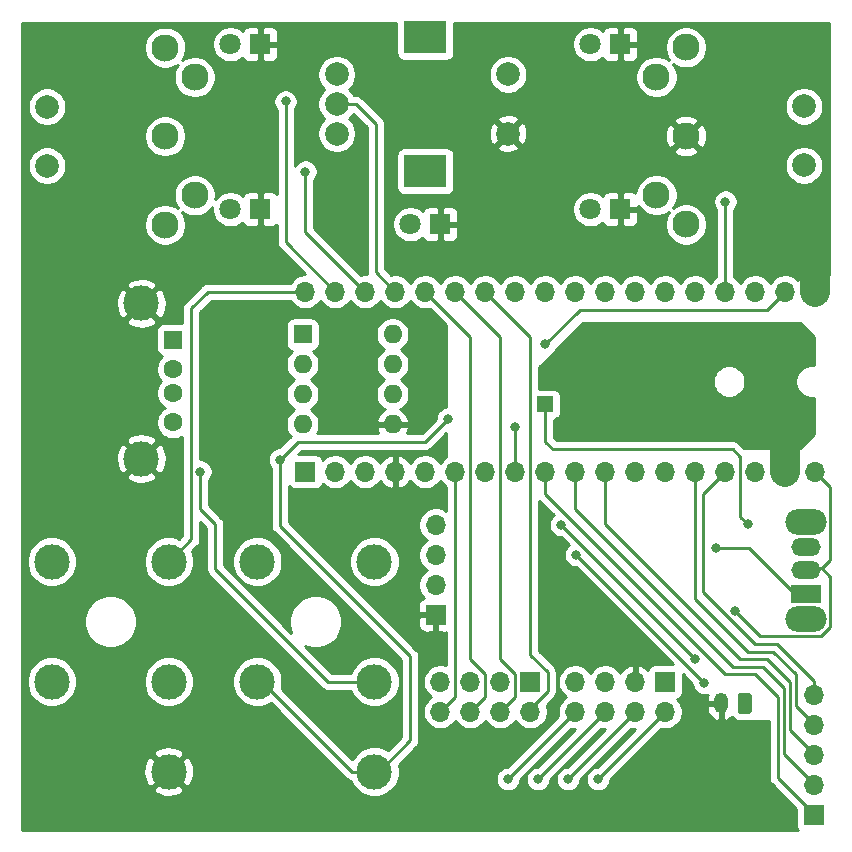
<source format=gbr>
G04 #@! TF.GenerationSoftware,KiCad,Pcbnew,(5.1.5)-3*
G04 #@! TF.CreationDate,2020-01-14T14:16:06+09:00*
G04 #@! TF.ProjectId,MOMI,4d4f4d49-2e6b-4696-9361-645f70636258,rev?*
G04 #@! TF.SameCoordinates,Original*
G04 #@! TF.FileFunction,Copper,L2,Bot*
G04 #@! TF.FilePolarity,Positive*
%FSLAX46Y46*%
G04 Gerber Fmt 4.6, Leading zero omitted, Abs format (unit mm)*
G04 Created by KiCad (PCBNEW (5.1.5)-3) date 2020-01-14 14:16:06*
%MOMM*%
%LPD*%
G04 APERTURE LIST*
%ADD10R,1.350000X1.350000*%
%ADD11C,2.300000*%
%ADD12C,2.000000*%
%ADD13C,3.000000*%
%ADD14R,3.600000X2.800000*%
%ADD15O,1.600000X1.600000*%
%ADD16R,1.600000X1.600000*%
%ADD17R,1.800000X1.800000*%
%ADD18C,1.800000*%
%ADD19R,1.700000X1.700000*%
%ADD20O,1.700000X1.700000*%
%ADD21C,1.600000*%
%ADD22C,0.100000*%
%ADD23O,1.200000X1.750000*%
%ADD24R,2.500000X1.500000*%
%ADD25O,2.500000X1.500000*%
%ADD26O,3.500000X2.200000*%
%ADD27C,0.800000*%
%ADD28C,2.540000*%
%ADD29C,0.250000*%
%ADD30C,0.254000*%
G04 APERTURE END LIST*
D10*
X132080000Y-124460000D03*
D11*
X102395000Y-96770000D03*
D12*
X89895000Y-104270000D03*
D11*
X99895000Y-94270000D03*
X99895000Y-101770000D03*
X99895000Y-109270000D03*
X102395000Y-106770000D03*
D12*
X89895000Y-99270000D03*
X153989371Y-104244233D03*
D11*
X141489371Y-96744233D03*
X143989371Y-94244233D03*
X143989371Y-101744233D03*
X143989371Y-109244233D03*
D12*
X153989371Y-99244233D03*
D11*
X141489371Y-106744233D03*
D13*
X107694000Y-147955000D03*
X107694000Y-137795000D03*
X117604000Y-137795000D03*
X117604000Y-147955000D03*
X117604000Y-155575000D03*
X100205000Y-155575000D03*
X100205000Y-147955000D03*
X100205000Y-137795000D03*
X90295000Y-137795000D03*
X90295000Y-147955000D03*
D14*
X121920000Y-93345000D03*
X121920000Y-104745000D03*
D12*
X128920000Y-96545000D03*
X128920000Y-101545000D03*
X114420000Y-96545000D03*
X114420000Y-99045000D03*
X114420000Y-101545000D03*
D15*
X119145000Y-118545000D03*
X111525000Y-126165000D03*
X119145000Y-121085000D03*
X111525000Y-123625000D03*
X119145000Y-123625000D03*
X111525000Y-121085000D03*
X119145000Y-126165000D03*
D16*
X111525000Y-118545000D03*
D17*
X138430000Y-107950000D03*
D18*
X135890000Y-107950000D03*
X135890000Y-93980000D03*
D17*
X138430000Y-93980000D03*
X123190000Y-109220000D03*
D18*
X120650000Y-109220000D03*
X105410000Y-93980000D03*
D17*
X107950000Y-93980000D03*
X107950000Y-107950000D03*
D18*
X105410000Y-107950000D03*
D19*
X130810000Y-147955000D03*
D20*
X130810000Y-150495000D03*
X128270000Y-147955000D03*
X128270000Y-150495000D03*
X125730000Y-147955000D03*
X125730000Y-150495000D03*
X123190000Y-147955000D03*
X123190000Y-150495000D03*
X134620000Y-150495000D03*
X134620000Y-147955000D03*
X137160000Y-150495000D03*
X137160000Y-147955000D03*
X139700000Y-150495000D03*
X139700000Y-147955000D03*
X142240000Y-150495000D03*
D19*
X142240000Y-147955000D03*
D13*
X97874000Y-129069000D03*
X97874000Y-115929000D03*
D16*
X100584000Y-118999000D03*
D21*
X100584000Y-121499000D03*
X100584000Y-123499000D03*
X100584000Y-125999000D03*
D19*
X154940000Y-114935000D03*
D20*
X152400000Y-114935000D03*
X149860000Y-114935000D03*
X147320000Y-114935000D03*
X144780000Y-114935000D03*
X142240000Y-114935000D03*
X139700000Y-114935000D03*
X137160000Y-114935000D03*
X134620000Y-114935000D03*
X132080000Y-114935000D03*
X129540000Y-114935000D03*
X127000000Y-114935000D03*
X124460000Y-114935000D03*
X121920000Y-114935000D03*
X119380000Y-114935000D03*
X116840000Y-114935000D03*
X114300000Y-114935000D03*
X111760000Y-114935000D03*
X154940000Y-130175000D03*
X152400000Y-130175000D03*
X149860000Y-130175000D03*
X147320000Y-130175000D03*
X144780000Y-130175000D03*
X142240000Y-130175000D03*
X139700000Y-130175000D03*
X137160000Y-130175000D03*
X134620000Y-130175000D03*
X132080000Y-130175000D03*
X129540000Y-130175000D03*
X127000000Y-130175000D03*
X124460000Y-130175000D03*
X121920000Y-130175000D03*
X119380000Y-130175000D03*
X116840000Y-130175000D03*
X114300000Y-130175000D03*
D19*
X111760000Y-130175000D03*
X154813000Y-159258000D03*
D20*
X154813000Y-156718000D03*
X154813000Y-154178000D03*
X154813000Y-151638000D03*
X154813000Y-149098000D03*
D19*
X122809000Y-142303500D03*
D20*
X122809000Y-139763500D03*
X122809000Y-137223500D03*
X122809000Y-134683500D03*
G04 #@! TA.AperFunction,ComponentPad*
D22*
G36*
X149345505Y-148922704D02*
G01*
X149369773Y-148926304D01*
X149393572Y-148932265D01*
X149416671Y-148940530D01*
X149438850Y-148951020D01*
X149459893Y-148963632D01*
X149479599Y-148978247D01*
X149497777Y-148994723D01*
X149514253Y-149012901D01*
X149528868Y-149032607D01*
X149541480Y-149053650D01*
X149551970Y-149075829D01*
X149560235Y-149098928D01*
X149566196Y-149122727D01*
X149569796Y-149146995D01*
X149571000Y-149171499D01*
X149571000Y-150421501D01*
X149569796Y-150446005D01*
X149566196Y-150470273D01*
X149560235Y-150494072D01*
X149551970Y-150517171D01*
X149541480Y-150539350D01*
X149528868Y-150560393D01*
X149514253Y-150580099D01*
X149497777Y-150598277D01*
X149479599Y-150614753D01*
X149459893Y-150629368D01*
X149438850Y-150641980D01*
X149416671Y-150652470D01*
X149393572Y-150660735D01*
X149369773Y-150666696D01*
X149345505Y-150670296D01*
X149321001Y-150671500D01*
X148620999Y-150671500D01*
X148596495Y-150670296D01*
X148572227Y-150666696D01*
X148548428Y-150660735D01*
X148525329Y-150652470D01*
X148503150Y-150641980D01*
X148482107Y-150629368D01*
X148462401Y-150614753D01*
X148444223Y-150598277D01*
X148427747Y-150580099D01*
X148413132Y-150560393D01*
X148400520Y-150539350D01*
X148390030Y-150517171D01*
X148381765Y-150494072D01*
X148375804Y-150470273D01*
X148372204Y-150446005D01*
X148371000Y-150421501D01*
X148371000Y-149171499D01*
X148372204Y-149146995D01*
X148375804Y-149122727D01*
X148381765Y-149098928D01*
X148390030Y-149075829D01*
X148400520Y-149053650D01*
X148413132Y-149032607D01*
X148427747Y-149012901D01*
X148444223Y-148994723D01*
X148462401Y-148978247D01*
X148482107Y-148963632D01*
X148503150Y-148951020D01*
X148525329Y-148940530D01*
X148548428Y-148932265D01*
X148572227Y-148926304D01*
X148596495Y-148922704D01*
X148620999Y-148921500D01*
X149321001Y-148921500D01*
X149345505Y-148922704D01*
G37*
G04 #@! TD.AperFunction*
D23*
X146971000Y-149796500D03*
D24*
X154114500Y-140525500D03*
D25*
X154114500Y-138525500D03*
X154114500Y-136525500D03*
D26*
X154114500Y-142625500D03*
X154114500Y-134425500D03*
D27*
X88900000Y-133985000D03*
X147090000Y-157480000D03*
X133477000Y-146431000D03*
X151196580Y-122488420D03*
X133985000Y-122235000D03*
X123825000Y-125730000D03*
X109601000Y-129159000D03*
X145542000Y-148082000D03*
X134683500Y-137223500D03*
X144780000Y-146050000D03*
X133413500Y-134683500D03*
X136525000Y-156210000D03*
X133985000Y-156210000D03*
X131445000Y-156210000D03*
X128905000Y-156210000D03*
X129540000Y-126365000D03*
X110095000Y-98820000D03*
X111760000Y-104775000D03*
X132080000Y-119380000D03*
X147320000Y-107315000D03*
X102870000Y-130175000D03*
X146558000Y-136652000D03*
X149225000Y-134620000D03*
X148145500Y-141986000D03*
D28*
X154940000Y-114935000D02*
X154940000Y-112395000D01*
D29*
X115695000Y-155575000D02*
X108075000Y-147955000D01*
X117985000Y-155575000D02*
X115695000Y-155575000D01*
D28*
X152400000Y-130175000D02*
X152400000Y-127635000D01*
D29*
X123825000Y-125730000D02*
X123825000Y-125730000D01*
X121920000Y-127635000D02*
X123825000Y-125730000D01*
X111125000Y-127635000D02*
X113157000Y-127635000D01*
X109601000Y-134747000D02*
X109601000Y-129159000D01*
X113157000Y-127635000D02*
X121920000Y-127635000D01*
X109601000Y-129159000D02*
X111125000Y-127635000D01*
X111633000Y-127635000D02*
X113157000Y-127635000D01*
X109601000Y-129159000D02*
X109601000Y-129159000D01*
X120650000Y-145796000D02*
X109601000Y-134747000D01*
X120650000Y-152910000D02*
X120650000Y-145796000D01*
X117985000Y-155575000D02*
X120650000Y-152910000D01*
X117729000Y-100711000D02*
X117729000Y-113284000D01*
X114420000Y-99045000D02*
X116063000Y-99045000D01*
X117729000Y-113284000D02*
X119380000Y-114935000D01*
X116063000Y-99045000D02*
X117729000Y-100711000D01*
X134683500Y-137223500D02*
X145542000Y-148082000D01*
X133413500Y-134683500D02*
X144780000Y-146050000D01*
X142240000Y-150495000D02*
X136525000Y-156210000D01*
X127000000Y-114935000D02*
X130810000Y-118745000D01*
X130810000Y-118745000D02*
X130810000Y-145669998D01*
X130810000Y-145669998D02*
X132270001Y-147129999D01*
X132270001Y-148780001D02*
X130682501Y-150367501D01*
X132270001Y-147129999D02*
X132270001Y-148780001D01*
X139700000Y-150495000D02*
X133985000Y-156210000D01*
X124460000Y-114935000D02*
X128270000Y-118745000D01*
X129540000Y-147320000D02*
X128270000Y-146050000D01*
X128270000Y-150495000D02*
X129540000Y-149225000D01*
X128270000Y-118745000D02*
X128270000Y-146050000D01*
X129540000Y-149225000D02*
X129540000Y-147320000D01*
X137160000Y-150495000D02*
X131445000Y-156210000D01*
X121920000Y-114935000D02*
X125730000Y-118745000D01*
X125730000Y-118745000D02*
X125730000Y-130175000D01*
X125730000Y-130175000D02*
X125730000Y-146050000D01*
X127000000Y-147320000D02*
X125730000Y-146050000D01*
X125730000Y-150495000D02*
X127000000Y-149225000D01*
X127000000Y-149225000D02*
X127000000Y-147320000D01*
X134620000Y-150495000D02*
X128905000Y-156210000D01*
X124460000Y-149225000D02*
X123190000Y-150495000D01*
X124460000Y-130175000D02*
X124460000Y-149225000D01*
X129540000Y-126365000D02*
X129540000Y-130175000D01*
X103505000Y-114935000D02*
X111760000Y-114935000D01*
X102110000Y-116330000D02*
X103505000Y-114935000D01*
X100205000Y-137795000D02*
X102110000Y-135890000D01*
X102110000Y-135890000D02*
X102110000Y-116330000D01*
X110095000Y-110730000D02*
X114300000Y-114935000D01*
X110095000Y-98820000D02*
X110095000Y-110730000D01*
X111760000Y-109855000D02*
X116840000Y-114935000D01*
X111760000Y-104775000D02*
X111760000Y-109855000D01*
X152400000Y-114935000D02*
X150876000Y-116459000D01*
X150876000Y-116459000D02*
X135001000Y-116459000D01*
X135001000Y-116459000D02*
X132080000Y-119380000D01*
X147320000Y-114935000D02*
X147320000Y-107315000D01*
X147320000Y-107315000D02*
X147320000Y-107315000D01*
X151765000Y-156083000D02*
X154813000Y-159131000D01*
X132080000Y-130175000D02*
X132080000Y-132080000D01*
X132080000Y-132080000D02*
X147320000Y-147320000D01*
X147320000Y-147320000D02*
X149860000Y-147320000D01*
X149860000Y-147320000D02*
X151765000Y-149225000D01*
X151765000Y-149225000D02*
X151765000Y-156083000D01*
X152273000Y-154051000D02*
X154813000Y-156591000D01*
X134620000Y-130175000D02*
X134620000Y-133350000D01*
X134620000Y-133350000D02*
X147955000Y-146685000D01*
X147955000Y-146685000D02*
X150495000Y-146685000D01*
X152273000Y-154051000D02*
X152273000Y-148590000D01*
X152273000Y-148590000D02*
X152273000Y-148463000D01*
X152273000Y-148463000D02*
X150495000Y-146685000D01*
X152781000Y-152019000D02*
X154813000Y-154051000D01*
X137160000Y-130175000D02*
X137160000Y-134620000D01*
X137160000Y-134620000D02*
X148590000Y-146050000D01*
X152781000Y-152019000D02*
X152781000Y-147955000D01*
X150876000Y-146050000D02*
X148590000Y-146050000D01*
X152781000Y-147955000D02*
X150876000Y-146050000D01*
X153289000Y-149987000D02*
X154813000Y-151511000D01*
X144780000Y-130175000D02*
X144780000Y-140970000D01*
X144780000Y-140970000D02*
X149225000Y-145415000D01*
X153289000Y-149987000D02*
X153289000Y-147320000D01*
X151384000Y-145415000D02*
X149225000Y-145415000D01*
X153289000Y-147320000D02*
X151384000Y-145415000D01*
X147320000Y-130175000D02*
X145415000Y-132080000D01*
X145415000Y-132080000D02*
X145415000Y-140335000D01*
X145415000Y-140335000D02*
X149860000Y-144780000D01*
X154813000Y-147895919D02*
X151697081Y-144780000D01*
X154813000Y-149098000D02*
X154813000Y-147895919D01*
X151697081Y-144780000D02*
X149860000Y-144780000D01*
X102870000Y-130175000D02*
X102870000Y-133350000D01*
X102870000Y-133350000D02*
X104140000Y-134620000D01*
X104140000Y-134620000D02*
X104140000Y-138430000D01*
X104140000Y-138430000D02*
X113665000Y-147955000D01*
X113665000Y-147955000D02*
X114300000Y-147955000D01*
X114300000Y-147955000D02*
X117985000Y-147955000D01*
X152400000Y-139700000D02*
X153511250Y-140811250D01*
X146558000Y-136652000D02*
X149352000Y-136652000D01*
X149352000Y-136652000D02*
X152400000Y-139700000D01*
X148590000Y-133985000D02*
X149225000Y-134620000D01*
X149225000Y-134620000D02*
X149225000Y-134620000D01*
X148590000Y-133985000D02*
X148590000Y-128905000D01*
X148590000Y-128905000D02*
X147955000Y-128270000D01*
X147955000Y-128270000D02*
X132715000Y-128270000D01*
X132080000Y-127635000D02*
X132080000Y-124460000D01*
X132715000Y-128270000D02*
X132080000Y-127635000D01*
X155487500Y-138335000D02*
X156210000Y-137612500D01*
X156210000Y-131445000D02*
X154940000Y-130175000D01*
X156210000Y-137612500D02*
X156210000Y-131445000D01*
X148145500Y-141986000D02*
X150241000Y-144081500D01*
X150241000Y-144081500D02*
X155448000Y-144081500D01*
X155448000Y-144081500D02*
X156210000Y-143319500D01*
X156210000Y-139057500D02*
X155487500Y-138335000D01*
X155487500Y-138335000D02*
X153987500Y-138335000D01*
X156210000Y-143319500D02*
X156210000Y-139057500D01*
D30*
G36*
X154813000Y-118797606D02*
G01*
X154813000Y-121178273D01*
X154771411Y-121170000D01*
X154498589Y-121170000D01*
X154231011Y-121223225D01*
X153978957Y-121327629D01*
X153752114Y-121479201D01*
X153559201Y-121672114D01*
X153407629Y-121898957D01*
X153303225Y-122151011D01*
X153250000Y-122418589D01*
X153250000Y-122691411D01*
X153303225Y-122958989D01*
X153407629Y-123211043D01*
X153559201Y-123437886D01*
X153752114Y-123630799D01*
X153978957Y-123782371D01*
X154231011Y-123886775D01*
X154498589Y-123940000D01*
X154771411Y-123940000D01*
X154813000Y-123931727D01*
X154813000Y-126947394D01*
X153617394Y-128143000D01*
X148902802Y-128143000D01*
X148518803Y-127759002D01*
X148495001Y-127729999D01*
X148379276Y-127635026D01*
X148247247Y-127564454D01*
X148103986Y-127520997D01*
X147992333Y-127510000D01*
X147992322Y-127510000D01*
X147955000Y-127506324D01*
X147917678Y-127510000D01*
X133029802Y-127510000D01*
X132840000Y-127320199D01*
X132840000Y-125764701D01*
X132879482Y-125760812D01*
X132999180Y-125724502D01*
X133109494Y-125665537D01*
X133206185Y-125586185D01*
X133285537Y-125489494D01*
X133344502Y-125379180D01*
X133380812Y-125259482D01*
X133393072Y-125135000D01*
X133393072Y-123785000D01*
X133380812Y-123660518D01*
X133344502Y-123540820D01*
X133285537Y-123430506D01*
X133206185Y-123333815D01*
X133109494Y-123254463D01*
X132999180Y-123195498D01*
X132879482Y-123159188D01*
X132755000Y-123146928D01*
X131572000Y-123146928D01*
X131572000Y-122418589D01*
X146250000Y-122418589D01*
X146250000Y-122691411D01*
X146303225Y-122958989D01*
X146407629Y-123211043D01*
X146559201Y-123437886D01*
X146752114Y-123630799D01*
X146978957Y-123782371D01*
X147231011Y-123886775D01*
X147498589Y-123940000D01*
X147771411Y-123940000D01*
X148038989Y-123886775D01*
X148291043Y-123782371D01*
X148517886Y-123630799D01*
X148710799Y-123437886D01*
X148862371Y-123211043D01*
X148966775Y-122958989D01*
X149020000Y-122691411D01*
X149020000Y-122418589D01*
X148966775Y-122151011D01*
X148862371Y-121898957D01*
X148710799Y-121672114D01*
X148517886Y-121479201D01*
X148291043Y-121327629D01*
X148038989Y-121223225D01*
X147771411Y-121170000D01*
X147498589Y-121170000D01*
X147231011Y-121223225D01*
X146978957Y-121327629D01*
X146752114Y-121479201D01*
X146559201Y-121672114D01*
X146407629Y-121898957D01*
X146303225Y-122151011D01*
X146250000Y-122418589D01*
X131572000Y-122418589D01*
X131572000Y-121337606D01*
X132697266Y-120212340D01*
X132739774Y-120183937D01*
X132883937Y-120039774D01*
X132912340Y-119997266D01*
X135307606Y-117602000D01*
X153617394Y-117602000D01*
X154813000Y-118797606D01*
G37*
X154813000Y-118797606D02*
X154813000Y-121178273D01*
X154771411Y-121170000D01*
X154498589Y-121170000D01*
X154231011Y-121223225D01*
X153978957Y-121327629D01*
X153752114Y-121479201D01*
X153559201Y-121672114D01*
X153407629Y-121898957D01*
X153303225Y-122151011D01*
X153250000Y-122418589D01*
X153250000Y-122691411D01*
X153303225Y-122958989D01*
X153407629Y-123211043D01*
X153559201Y-123437886D01*
X153752114Y-123630799D01*
X153978957Y-123782371D01*
X154231011Y-123886775D01*
X154498589Y-123940000D01*
X154771411Y-123940000D01*
X154813000Y-123931727D01*
X154813000Y-126947394D01*
X153617394Y-128143000D01*
X148902802Y-128143000D01*
X148518803Y-127759002D01*
X148495001Y-127729999D01*
X148379276Y-127635026D01*
X148247247Y-127564454D01*
X148103986Y-127520997D01*
X147992333Y-127510000D01*
X147992322Y-127510000D01*
X147955000Y-127506324D01*
X147917678Y-127510000D01*
X133029802Y-127510000D01*
X132840000Y-127320199D01*
X132840000Y-125764701D01*
X132879482Y-125760812D01*
X132999180Y-125724502D01*
X133109494Y-125665537D01*
X133206185Y-125586185D01*
X133285537Y-125489494D01*
X133344502Y-125379180D01*
X133380812Y-125259482D01*
X133393072Y-125135000D01*
X133393072Y-123785000D01*
X133380812Y-123660518D01*
X133344502Y-123540820D01*
X133285537Y-123430506D01*
X133206185Y-123333815D01*
X133109494Y-123254463D01*
X132999180Y-123195498D01*
X132879482Y-123159188D01*
X132755000Y-123146928D01*
X131572000Y-123146928D01*
X131572000Y-122418589D01*
X146250000Y-122418589D01*
X146250000Y-122691411D01*
X146303225Y-122958989D01*
X146407629Y-123211043D01*
X146559201Y-123437886D01*
X146752114Y-123630799D01*
X146978957Y-123782371D01*
X147231011Y-123886775D01*
X147498589Y-123940000D01*
X147771411Y-123940000D01*
X148038989Y-123886775D01*
X148291043Y-123782371D01*
X148517886Y-123630799D01*
X148710799Y-123437886D01*
X148862371Y-123211043D01*
X148966775Y-122958989D01*
X149020000Y-122691411D01*
X149020000Y-122418589D01*
X148966775Y-122151011D01*
X148862371Y-121898957D01*
X148710799Y-121672114D01*
X148517886Y-121479201D01*
X148291043Y-121327629D01*
X148038989Y-121223225D01*
X147771411Y-121170000D01*
X147498589Y-121170000D01*
X147231011Y-121223225D01*
X146978957Y-121327629D01*
X146752114Y-121479201D01*
X146559201Y-121672114D01*
X146407629Y-121898957D01*
X146303225Y-122151011D01*
X146250000Y-122418589D01*
X131572000Y-122418589D01*
X131572000Y-121337606D01*
X132697266Y-120212340D01*
X132739774Y-120183937D01*
X132883937Y-120039774D01*
X132912340Y-119997266D01*
X135307606Y-117602000D01*
X153617394Y-117602000D01*
X154813000Y-118797606D01*
G36*
X119481928Y-94745000D02*
G01*
X119494188Y-94869482D01*
X119530498Y-94989180D01*
X119589463Y-95099494D01*
X119668815Y-95196185D01*
X119765506Y-95275537D01*
X119875820Y-95334502D01*
X119995518Y-95370812D01*
X120120000Y-95383072D01*
X123720000Y-95383072D01*
X123844482Y-95370812D01*
X123964180Y-95334502D01*
X124074494Y-95275537D01*
X124171185Y-95196185D01*
X124250537Y-95099494D01*
X124309502Y-94989180D01*
X124345812Y-94869482D01*
X124358072Y-94745000D01*
X124358072Y-93828816D01*
X134355000Y-93828816D01*
X134355000Y-94131184D01*
X134413989Y-94427743D01*
X134529701Y-94707095D01*
X134697688Y-94958505D01*
X134911495Y-95172312D01*
X135162905Y-95340299D01*
X135442257Y-95456011D01*
X135738816Y-95515000D01*
X136041184Y-95515000D01*
X136337743Y-95456011D01*
X136617095Y-95340299D01*
X136868505Y-95172312D01*
X136934944Y-95105873D01*
X136940498Y-95124180D01*
X136999463Y-95234494D01*
X137078815Y-95331185D01*
X137175506Y-95410537D01*
X137285820Y-95469502D01*
X137405518Y-95505812D01*
X137530000Y-95518072D01*
X138144250Y-95515000D01*
X138303000Y-95356250D01*
X138303000Y-94107000D01*
X138557000Y-94107000D01*
X138557000Y-95356250D01*
X138715750Y-95515000D01*
X139330000Y-95518072D01*
X139454482Y-95505812D01*
X139574180Y-95469502D01*
X139684494Y-95410537D01*
X139781185Y-95331185D01*
X139860537Y-95234494D01*
X139919502Y-95124180D01*
X139955812Y-95004482D01*
X139968072Y-94880000D01*
X139965000Y-94265750D01*
X139806250Y-94107000D01*
X138557000Y-94107000D01*
X138303000Y-94107000D01*
X138283000Y-94107000D01*
X138283000Y-93853000D01*
X138303000Y-93853000D01*
X138303000Y-92603750D01*
X138557000Y-92603750D01*
X138557000Y-93853000D01*
X139806250Y-93853000D01*
X139965000Y-93694250D01*
X139968072Y-93080000D01*
X139955812Y-92955518D01*
X139919502Y-92835820D01*
X139860537Y-92725506D01*
X139781185Y-92628815D01*
X139684494Y-92549463D01*
X139574180Y-92490498D01*
X139454482Y-92454188D01*
X139330000Y-92441928D01*
X138715750Y-92445000D01*
X138557000Y-92603750D01*
X138303000Y-92603750D01*
X138144250Y-92445000D01*
X137530000Y-92441928D01*
X137405518Y-92454188D01*
X137285820Y-92490498D01*
X137175506Y-92549463D01*
X137078815Y-92628815D01*
X136999463Y-92725506D01*
X136940498Y-92835820D01*
X136934944Y-92854127D01*
X136868505Y-92787688D01*
X136617095Y-92619701D01*
X136337743Y-92503989D01*
X136041184Y-92445000D01*
X135738816Y-92445000D01*
X135442257Y-92503989D01*
X135162905Y-92619701D01*
X134911495Y-92787688D01*
X134697688Y-93001495D01*
X134529701Y-93252905D01*
X134413989Y-93532257D01*
X134355000Y-93828816D01*
X124358072Y-93828816D01*
X124358072Y-92202000D01*
X156083000Y-92202000D01*
X156083000Y-113521593D01*
X156034180Y-113495498D01*
X155914482Y-113459188D01*
X155790000Y-113446928D01*
X155225750Y-113450000D01*
X155067000Y-113608750D01*
X155067000Y-114808000D01*
X154813000Y-114808000D01*
X154813000Y-113608750D01*
X154654250Y-113450000D01*
X154090000Y-113446928D01*
X153965518Y-113459188D01*
X153845820Y-113495498D01*
X153735506Y-113554463D01*
X153638815Y-113633815D01*
X153559463Y-113730506D01*
X153500498Y-113840820D01*
X153478487Y-113913380D01*
X153346632Y-113781525D01*
X153103411Y-113619010D01*
X152833158Y-113507068D01*
X152546260Y-113450000D01*
X152253740Y-113450000D01*
X151966842Y-113507068D01*
X151696589Y-113619010D01*
X151453368Y-113781525D01*
X151246525Y-113988368D01*
X151130000Y-114162760D01*
X151013475Y-113988368D01*
X150806632Y-113781525D01*
X150563411Y-113619010D01*
X150293158Y-113507068D01*
X150006260Y-113450000D01*
X149713740Y-113450000D01*
X149426842Y-113507068D01*
X149156589Y-113619010D01*
X148913368Y-113781525D01*
X148706525Y-113988368D01*
X148590000Y-114162760D01*
X148473475Y-113988368D01*
X148266632Y-113781525D01*
X148080000Y-113656822D01*
X148080000Y-108018711D01*
X148123937Y-107974774D01*
X148237205Y-107805256D01*
X148315226Y-107616898D01*
X148355000Y-107416939D01*
X148355000Y-107213061D01*
X148315226Y-107013102D01*
X148237205Y-106824744D01*
X148123937Y-106655226D01*
X147979774Y-106511063D01*
X147810256Y-106397795D01*
X147621898Y-106319774D01*
X147421939Y-106280000D01*
X147218061Y-106280000D01*
X147018102Y-106319774D01*
X146829744Y-106397795D01*
X146660226Y-106511063D01*
X146516063Y-106655226D01*
X146402795Y-106824744D01*
X146324774Y-107013102D01*
X146285000Y-107213061D01*
X146285000Y-107416939D01*
X146324774Y-107616898D01*
X146402795Y-107805256D01*
X146516063Y-107974774D01*
X146560001Y-108018712D01*
X146560000Y-113656821D01*
X146373368Y-113781525D01*
X146166525Y-113988368D01*
X146050000Y-114162760D01*
X145933475Y-113988368D01*
X145726632Y-113781525D01*
X145483411Y-113619010D01*
X145213158Y-113507068D01*
X144926260Y-113450000D01*
X144633740Y-113450000D01*
X144346842Y-113507068D01*
X144076589Y-113619010D01*
X143833368Y-113781525D01*
X143626525Y-113988368D01*
X143510000Y-114162760D01*
X143393475Y-113988368D01*
X143186632Y-113781525D01*
X142943411Y-113619010D01*
X142673158Y-113507068D01*
X142386260Y-113450000D01*
X142093740Y-113450000D01*
X141806842Y-113507068D01*
X141536589Y-113619010D01*
X141293368Y-113781525D01*
X141086525Y-113988368D01*
X140970000Y-114162760D01*
X140853475Y-113988368D01*
X140646632Y-113781525D01*
X140403411Y-113619010D01*
X140133158Y-113507068D01*
X139846260Y-113450000D01*
X139553740Y-113450000D01*
X139266842Y-113507068D01*
X138996589Y-113619010D01*
X138753368Y-113781525D01*
X138546525Y-113988368D01*
X138430000Y-114162760D01*
X138313475Y-113988368D01*
X138106632Y-113781525D01*
X137863411Y-113619010D01*
X137593158Y-113507068D01*
X137306260Y-113450000D01*
X137013740Y-113450000D01*
X136726842Y-113507068D01*
X136456589Y-113619010D01*
X136213368Y-113781525D01*
X136006525Y-113988368D01*
X135890000Y-114162760D01*
X135773475Y-113988368D01*
X135566632Y-113781525D01*
X135323411Y-113619010D01*
X135053158Y-113507068D01*
X134766260Y-113450000D01*
X134473740Y-113450000D01*
X134186842Y-113507068D01*
X133916589Y-113619010D01*
X133673368Y-113781525D01*
X133466525Y-113988368D01*
X133350000Y-114162760D01*
X133233475Y-113988368D01*
X133026632Y-113781525D01*
X132783411Y-113619010D01*
X132513158Y-113507068D01*
X132226260Y-113450000D01*
X131933740Y-113450000D01*
X131646842Y-113507068D01*
X131376589Y-113619010D01*
X131133368Y-113781525D01*
X130926525Y-113988368D01*
X130810000Y-114162760D01*
X130693475Y-113988368D01*
X130486632Y-113781525D01*
X130243411Y-113619010D01*
X129973158Y-113507068D01*
X129686260Y-113450000D01*
X129393740Y-113450000D01*
X129106842Y-113507068D01*
X128836589Y-113619010D01*
X128593368Y-113781525D01*
X128386525Y-113988368D01*
X128270000Y-114162760D01*
X128153475Y-113988368D01*
X127946632Y-113781525D01*
X127703411Y-113619010D01*
X127433158Y-113507068D01*
X127146260Y-113450000D01*
X126853740Y-113450000D01*
X126566842Y-113507068D01*
X126296589Y-113619010D01*
X126053368Y-113781525D01*
X125846525Y-113988368D01*
X125730000Y-114162760D01*
X125613475Y-113988368D01*
X125406632Y-113781525D01*
X125163411Y-113619010D01*
X124893158Y-113507068D01*
X124606260Y-113450000D01*
X124313740Y-113450000D01*
X124026842Y-113507068D01*
X123756589Y-113619010D01*
X123513368Y-113781525D01*
X123306525Y-113988368D01*
X123190000Y-114162760D01*
X123073475Y-113988368D01*
X122866632Y-113781525D01*
X122623411Y-113619010D01*
X122353158Y-113507068D01*
X122066260Y-113450000D01*
X121773740Y-113450000D01*
X121486842Y-113507068D01*
X121216589Y-113619010D01*
X120973368Y-113781525D01*
X120766525Y-113988368D01*
X120650000Y-114162760D01*
X120533475Y-113988368D01*
X120326632Y-113781525D01*
X120083411Y-113619010D01*
X119813158Y-113507068D01*
X119526260Y-113450000D01*
X119233740Y-113450000D01*
X119013592Y-113493791D01*
X118489000Y-112969199D01*
X118489000Y-109068816D01*
X119115000Y-109068816D01*
X119115000Y-109371184D01*
X119173989Y-109667743D01*
X119289701Y-109947095D01*
X119457688Y-110198505D01*
X119671495Y-110412312D01*
X119922905Y-110580299D01*
X120202257Y-110696011D01*
X120498816Y-110755000D01*
X120801184Y-110755000D01*
X121097743Y-110696011D01*
X121377095Y-110580299D01*
X121628505Y-110412312D01*
X121694944Y-110345873D01*
X121700498Y-110364180D01*
X121759463Y-110474494D01*
X121838815Y-110571185D01*
X121935506Y-110650537D01*
X122045820Y-110709502D01*
X122165518Y-110745812D01*
X122290000Y-110758072D01*
X122904250Y-110755000D01*
X123063000Y-110596250D01*
X123063000Y-109347000D01*
X123317000Y-109347000D01*
X123317000Y-110596250D01*
X123475750Y-110755000D01*
X124090000Y-110758072D01*
X124214482Y-110745812D01*
X124334180Y-110709502D01*
X124444494Y-110650537D01*
X124541185Y-110571185D01*
X124620537Y-110474494D01*
X124679502Y-110364180D01*
X124715812Y-110244482D01*
X124728072Y-110120000D01*
X124725000Y-109505750D01*
X124566250Y-109347000D01*
X123317000Y-109347000D01*
X123063000Y-109347000D01*
X123043000Y-109347000D01*
X123043000Y-109093000D01*
X123063000Y-109093000D01*
X123063000Y-107843750D01*
X123317000Y-107843750D01*
X123317000Y-109093000D01*
X124566250Y-109093000D01*
X124725000Y-108934250D01*
X124728072Y-108320000D01*
X124715812Y-108195518D01*
X124679502Y-108075820D01*
X124620537Y-107965506D01*
X124541185Y-107868815D01*
X124455891Y-107798816D01*
X134355000Y-107798816D01*
X134355000Y-108101184D01*
X134413989Y-108397743D01*
X134529701Y-108677095D01*
X134697688Y-108928505D01*
X134911495Y-109142312D01*
X135162905Y-109310299D01*
X135442257Y-109426011D01*
X135738816Y-109485000D01*
X136041184Y-109485000D01*
X136337743Y-109426011D01*
X136617095Y-109310299D01*
X136868505Y-109142312D01*
X136934944Y-109075873D01*
X136940498Y-109094180D01*
X136999463Y-109204494D01*
X137078815Y-109301185D01*
X137175506Y-109380537D01*
X137285820Y-109439502D01*
X137405518Y-109475812D01*
X137530000Y-109488072D01*
X138144250Y-109485000D01*
X138303000Y-109326250D01*
X138303000Y-108077000D01*
X138557000Y-108077000D01*
X138557000Y-109326250D01*
X138715750Y-109485000D01*
X139330000Y-109488072D01*
X139454482Y-109475812D01*
X139574180Y-109439502D01*
X139684494Y-109380537D01*
X139781185Y-109301185D01*
X139860537Y-109204494D01*
X139919502Y-109094180D01*
X139955812Y-108974482D01*
X139968072Y-108850000D01*
X139965000Y-108235750D01*
X139806250Y-108077000D01*
X138557000Y-108077000D01*
X138303000Y-108077000D01*
X138283000Y-108077000D01*
X138283000Y-107823000D01*
X138303000Y-107823000D01*
X138303000Y-106573750D01*
X138557000Y-106573750D01*
X138557000Y-107823000D01*
X139806250Y-107823000D01*
X139960387Y-107668863D01*
X140102871Y-107882104D01*
X140351500Y-108130733D01*
X140643856Y-108326080D01*
X140968706Y-108460637D01*
X141313564Y-108529233D01*
X141665178Y-108529233D01*
X142010036Y-108460637D01*
X142334886Y-108326080D01*
X142553795Y-108179809D01*
X142407524Y-108398718D01*
X142272967Y-108723568D01*
X142204371Y-109068426D01*
X142204371Y-109420040D01*
X142272967Y-109764898D01*
X142407524Y-110089748D01*
X142602871Y-110382104D01*
X142851500Y-110630733D01*
X143143856Y-110826080D01*
X143468706Y-110960637D01*
X143813564Y-111029233D01*
X144165178Y-111029233D01*
X144510036Y-110960637D01*
X144834886Y-110826080D01*
X145127242Y-110630733D01*
X145375871Y-110382104D01*
X145571218Y-110089748D01*
X145705775Y-109764898D01*
X145774371Y-109420040D01*
X145774371Y-109068426D01*
X145705775Y-108723568D01*
X145571218Y-108398718D01*
X145375871Y-108106362D01*
X145127242Y-107857733D01*
X144834886Y-107662386D01*
X144510036Y-107527829D01*
X144165178Y-107459233D01*
X143813564Y-107459233D01*
X143468706Y-107527829D01*
X143143856Y-107662386D01*
X142924947Y-107808657D01*
X143071218Y-107589748D01*
X143205775Y-107264898D01*
X143274371Y-106920040D01*
X143274371Y-106568426D01*
X143205775Y-106223568D01*
X143071218Y-105898718D01*
X142875871Y-105606362D01*
X142627242Y-105357733D01*
X142334886Y-105162386D01*
X142010036Y-105027829D01*
X141665178Y-104959233D01*
X141313564Y-104959233D01*
X140968706Y-105027829D01*
X140643856Y-105162386D01*
X140351500Y-105357733D01*
X140102871Y-105606362D01*
X139907524Y-105898718D01*
X139772967Y-106223568D01*
X139709954Y-106540358D01*
X139684494Y-106519463D01*
X139574180Y-106460498D01*
X139454482Y-106424188D01*
X139330000Y-106411928D01*
X138715750Y-106415000D01*
X138557000Y-106573750D01*
X138303000Y-106573750D01*
X138144250Y-106415000D01*
X137530000Y-106411928D01*
X137405518Y-106424188D01*
X137285820Y-106460498D01*
X137175506Y-106519463D01*
X137078815Y-106598815D01*
X136999463Y-106695506D01*
X136940498Y-106805820D01*
X136934944Y-106824127D01*
X136868505Y-106757688D01*
X136617095Y-106589701D01*
X136337743Y-106473989D01*
X136041184Y-106415000D01*
X135738816Y-106415000D01*
X135442257Y-106473989D01*
X135162905Y-106589701D01*
X134911495Y-106757688D01*
X134697688Y-106971495D01*
X134529701Y-107222905D01*
X134413989Y-107502257D01*
X134355000Y-107798816D01*
X124455891Y-107798816D01*
X124444494Y-107789463D01*
X124334180Y-107730498D01*
X124214482Y-107694188D01*
X124090000Y-107681928D01*
X123475750Y-107685000D01*
X123317000Y-107843750D01*
X123063000Y-107843750D01*
X122904250Y-107685000D01*
X122290000Y-107681928D01*
X122165518Y-107694188D01*
X122045820Y-107730498D01*
X121935506Y-107789463D01*
X121838815Y-107868815D01*
X121759463Y-107965506D01*
X121700498Y-108075820D01*
X121694944Y-108094127D01*
X121628505Y-108027688D01*
X121377095Y-107859701D01*
X121097743Y-107743989D01*
X120801184Y-107685000D01*
X120498816Y-107685000D01*
X120202257Y-107743989D01*
X119922905Y-107859701D01*
X119671495Y-108027688D01*
X119457688Y-108241495D01*
X119289701Y-108492905D01*
X119173989Y-108772257D01*
X119115000Y-109068816D01*
X118489000Y-109068816D01*
X118489000Y-103345000D01*
X119481928Y-103345000D01*
X119481928Y-106145000D01*
X119494188Y-106269482D01*
X119530498Y-106389180D01*
X119589463Y-106499494D01*
X119668815Y-106596185D01*
X119765506Y-106675537D01*
X119875820Y-106734502D01*
X119995518Y-106770812D01*
X120120000Y-106783072D01*
X123720000Y-106783072D01*
X123844482Y-106770812D01*
X123964180Y-106734502D01*
X124074494Y-106675537D01*
X124171185Y-106596185D01*
X124250537Y-106499494D01*
X124309502Y-106389180D01*
X124345812Y-106269482D01*
X124358072Y-106145000D01*
X124358072Y-104083200D01*
X152354371Y-104083200D01*
X152354371Y-104405266D01*
X152417203Y-104721145D01*
X152540453Y-105018696D01*
X152719384Y-105286485D01*
X152947119Y-105514220D01*
X153214908Y-105693151D01*
X153512459Y-105816401D01*
X153828338Y-105879233D01*
X154150404Y-105879233D01*
X154466283Y-105816401D01*
X154763834Y-105693151D01*
X155031623Y-105514220D01*
X155259358Y-105286485D01*
X155438289Y-105018696D01*
X155561539Y-104721145D01*
X155624371Y-104405266D01*
X155624371Y-104083200D01*
X155561539Y-103767321D01*
X155438289Y-103469770D01*
X155259358Y-103201981D01*
X155031623Y-102974246D01*
X154763834Y-102795315D01*
X154466283Y-102672065D01*
X154150404Y-102609233D01*
X153828338Y-102609233D01*
X153512459Y-102672065D01*
X153214908Y-102795315D01*
X152947119Y-102974246D01*
X152719384Y-103201981D01*
X152540453Y-103469770D01*
X152417203Y-103767321D01*
X152354371Y-104083200D01*
X124358072Y-104083200D01*
X124358072Y-103345000D01*
X124345812Y-103220518D01*
X124309502Y-103100820D01*
X124250537Y-102990506D01*
X124171185Y-102893815D01*
X124074494Y-102814463D01*
X123964180Y-102755498D01*
X123844482Y-102719188D01*
X123720000Y-102706928D01*
X120120000Y-102706928D01*
X119995518Y-102719188D01*
X119875820Y-102755498D01*
X119765506Y-102814463D01*
X119668815Y-102893815D01*
X119589463Y-102990506D01*
X119530498Y-103100820D01*
X119494188Y-103220518D01*
X119481928Y-103345000D01*
X118489000Y-103345000D01*
X118489000Y-102680413D01*
X127964192Y-102680413D01*
X128059956Y-102944814D01*
X128349571Y-103085704D01*
X128661108Y-103167384D01*
X128982595Y-103186718D01*
X129301675Y-103142961D01*
X129606088Y-103037795D01*
X129701901Y-102986582D01*
X142926627Y-102986582D01*
X143040489Y-103266323D01*
X143355667Y-103422194D01*
X143695197Y-103513582D01*
X144046032Y-103536974D01*
X144394690Y-103491473D01*
X144727771Y-103378827D01*
X144938253Y-103266323D01*
X145052115Y-102986582D01*
X143989371Y-101923838D01*
X142926627Y-102986582D01*
X129701901Y-102986582D01*
X129780044Y-102944814D01*
X129875808Y-102680413D01*
X128920000Y-101724605D01*
X127964192Y-102680413D01*
X118489000Y-102680413D01*
X118489000Y-101607595D01*
X127278282Y-101607595D01*
X127322039Y-101926675D01*
X127427205Y-102231088D01*
X127520186Y-102405044D01*
X127784587Y-102500808D01*
X128740395Y-101545000D01*
X129099605Y-101545000D01*
X130055413Y-102500808D01*
X130319814Y-102405044D01*
X130460704Y-102115429D01*
X130542384Y-101803892D01*
X130542564Y-101800894D01*
X142196630Y-101800894D01*
X142242131Y-102149552D01*
X142354777Y-102482633D01*
X142467281Y-102693115D01*
X142747022Y-102806977D01*
X143809766Y-101744233D01*
X144168976Y-101744233D01*
X145231720Y-102806977D01*
X145511461Y-102693115D01*
X145667332Y-102377937D01*
X145758720Y-102038407D01*
X145782112Y-101687572D01*
X145736611Y-101338914D01*
X145623965Y-101005833D01*
X145511461Y-100795351D01*
X145231720Y-100681489D01*
X144168976Y-101744233D01*
X143809766Y-101744233D01*
X142747022Y-100681489D01*
X142467281Y-100795351D01*
X142311410Y-101110529D01*
X142220022Y-101450059D01*
X142196630Y-101800894D01*
X130542564Y-101800894D01*
X130561718Y-101482405D01*
X130517961Y-101163325D01*
X130412795Y-100858912D01*
X130319814Y-100684956D01*
X130055413Y-100589192D01*
X129099605Y-101545000D01*
X128740395Y-101545000D01*
X127784587Y-100589192D01*
X127520186Y-100684956D01*
X127379296Y-100974571D01*
X127297616Y-101286108D01*
X127278282Y-101607595D01*
X118489000Y-101607595D01*
X118489000Y-100748325D01*
X118492676Y-100711000D01*
X118489000Y-100673675D01*
X118489000Y-100673667D01*
X118478003Y-100562014D01*
X118434546Y-100418753D01*
X118429647Y-100409587D01*
X127964192Y-100409587D01*
X128920000Y-101365395D01*
X129783511Y-100501884D01*
X142926627Y-100501884D01*
X143989371Y-101564628D01*
X145052115Y-100501884D01*
X144938253Y-100222143D01*
X144623075Y-100066272D01*
X144283545Y-99974884D01*
X143932710Y-99951492D01*
X143584052Y-99996993D01*
X143250971Y-100109639D01*
X143040489Y-100222143D01*
X142926627Y-100501884D01*
X129783511Y-100501884D01*
X129875808Y-100409587D01*
X129780044Y-100145186D01*
X129490429Y-100004296D01*
X129178892Y-99922616D01*
X128857405Y-99903282D01*
X128538325Y-99947039D01*
X128233912Y-100052205D01*
X128059956Y-100145186D01*
X127964192Y-100409587D01*
X118429647Y-100409587D01*
X118363974Y-100286724D01*
X118269001Y-100170999D01*
X118240004Y-100147202D01*
X117176002Y-99083200D01*
X152354371Y-99083200D01*
X152354371Y-99405266D01*
X152417203Y-99721145D01*
X152540453Y-100018696D01*
X152719384Y-100286485D01*
X152947119Y-100514220D01*
X153214908Y-100693151D01*
X153512459Y-100816401D01*
X153828338Y-100879233D01*
X154150404Y-100879233D01*
X154466283Y-100816401D01*
X154763834Y-100693151D01*
X155031623Y-100514220D01*
X155259358Y-100286485D01*
X155438289Y-100018696D01*
X155561539Y-99721145D01*
X155624371Y-99405266D01*
X155624371Y-99083200D01*
X155561539Y-98767321D01*
X155438289Y-98469770D01*
X155259358Y-98201981D01*
X155031623Y-97974246D01*
X154763834Y-97795315D01*
X154466283Y-97672065D01*
X154150404Y-97609233D01*
X153828338Y-97609233D01*
X153512459Y-97672065D01*
X153214908Y-97795315D01*
X152947119Y-97974246D01*
X152719384Y-98201981D01*
X152540453Y-98469770D01*
X152417203Y-98767321D01*
X152354371Y-99083200D01*
X117176002Y-99083200D01*
X116626804Y-98534003D01*
X116603001Y-98504999D01*
X116487276Y-98410026D01*
X116355247Y-98339454D01*
X116211986Y-98295997D01*
X116100333Y-98285000D01*
X116100322Y-98285000D01*
X116063000Y-98281324D01*
X116025678Y-98285000D01*
X115874909Y-98285000D01*
X115868918Y-98270537D01*
X115689987Y-98002748D01*
X115482239Y-97795000D01*
X115689987Y-97587252D01*
X115868918Y-97319463D01*
X115992168Y-97021912D01*
X116055000Y-96706033D01*
X116055000Y-96383967D01*
X127285000Y-96383967D01*
X127285000Y-96706033D01*
X127347832Y-97021912D01*
X127471082Y-97319463D01*
X127650013Y-97587252D01*
X127877748Y-97814987D01*
X128145537Y-97993918D01*
X128443088Y-98117168D01*
X128758967Y-98180000D01*
X129081033Y-98180000D01*
X129396912Y-98117168D01*
X129694463Y-97993918D01*
X129962252Y-97814987D01*
X130189987Y-97587252D01*
X130368918Y-97319463D01*
X130492168Y-97021912D01*
X130555000Y-96706033D01*
X130555000Y-96568426D01*
X139704371Y-96568426D01*
X139704371Y-96920040D01*
X139772967Y-97264898D01*
X139907524Y-97589748D01*
X140102871Y-97882104D01*
X140351500Y-98130733D01*
X140643856Y-98326080D01*
X140968706Y-98460637D01*
X141313564Y-98529233D01*
X141665178Y-98529233D01*
X142010036Y-98460637D01*
X142334886Y-98326080D01*
X142627242Y-98130733D01*
X142875871Y-97882104D01*
X143071218Y-97589748D01*
X143205775Y-97264898D01*
X143274371Y-96920040D01*
X143274371Y-96568426D01*
X143205775Y-96223568D01*
X143071218Y-95898718D01*
X142924947Y-95679809D01*
X143143856Y-95826080D01*
X143468706Y-95960637D01*
X143813564Y-96029233D01*
X144165178Y-96029233D01*
X144510036Y-95960637D01*
X144834886Y-95826080D01*
X145127242Y-95630733D01*
X145375871Y-95382104D01*
X145571218Y-95089748D01*
X145705775Y-94764898D01*
X145774371Y-94420040D01*
X145774371Y-94068426D01*
X145705775Y-93723568D01*
X145571218Y-93398718D01*
X145375871Y-93106362D01*
X145127242Y-92857733D01*
X144834886Y-92662386D01*
X144510036Y-92527829D01*
X144165178Y-92459233D01*
X143813564Y-92459233D01*
X143468706Y-92527829D01*
X143143856Y-92662386D01*
X142851500Y-92857733D01*
X142602871Y-93106362D01*
X142407524Y-93398718D01*
X142272967Y-93723568D01*
X142204371Y-94068426D01*
X142204371Y-94420040D01*
X142272967Y-94764898D01*
X142407524Y-95089748D01*
X142553795Y-95308657D01*
X142334886Y-95162386D01*
X142010036Y-95027829D01*
X141665178Y-94959233D01*
X141313564Y-94959233D01*
X140968706Y-95027829D01*
X140643856Y-95162386D01*
X140351500Y-95357733D01*
X140102871Y-95606362D01*
X139907524Y-95898718D01*
X139772967Y-96223568D01*
X139704371Y-96568426D01*
X130555000Y-96568426D01*
X130555000Y-96383967D01*
X130492168Y-96068088D01*
X130368918Y-95770537D01*
X130189987Y-95502748D01*
X129962252Y-95275013D01*
X129694463Y-95096082D01*
X129396912Y-94972832D01*
X129081033Y-94910000D01*
X128758967Y-94910000D01*
X128443088Y-94972832D01*
X128145537Y-95096082D01*
X127877748Y-95275013D01*
X127650013Y-95502748D01*
X127471082Y-95770537D01*
X127347832Y-96068088D01*
X127285000Y-96383967D01*
X116055000Y-96383967D01*
X115992168Y-96068088D01*
X115868918Y-95770537D01*
X115689987Y-95502748D01*
X115462252Y-95275013D01*
X115194463Y-95096082D01*
X114896912Y-94972832D01*
X114581033Y-94910000D01*
X114258967Y-94910000D01*
X113943088Y-94972832D01*
X113645537Y-95096082D01*
X113377748Y-95275013D01*
X113150013Y-95502748D01*
X112971082Y-95770537D01*
X112847832Y-96068088D01*
X112785000Y-96383967D01*
X112785000Y-96706033D01*
X112847832Y-97021912D01*
X112971082Y-97319463D01*
X113150013Y-97587252D01*
X113357761Y-97795000D01*
X113150013Y-98002748D01*
X112971082Y-98270537D01*
X112847832Y-98568088D01*
X112785000Y-98883967D01*
X112785000Y-99206033D01*
X112847832Y-99521912D01*
X112971082Y-99819463D01*
X113150013Y-100087252D01*
X113357761Y-100295000D01*
X113150013Y-100502748D01*
X112971082Y-100770537D01*
X112847832Y-101068088D01*
X112785000Y-101383967D01*
X112785000Y-101706033D01*
X112847832Y-102021912D01*
X112971082Y-102319463D01*
X113150013Y-102587252D01*
X113377748Y-102814987D01*
X113645537Y-102993918D01*
X113943088Y-103117168D01*
X114258967Y-103180000D01*
X114581033Y-103180000D01*
X114896912Y-103117168D01*
X115194463Y-102993918D01*
X115462252Y-102814987D01*
X115689987Y-102587252D01*
X115868918Y-102319463D01*
X115992168Y-102021912D01*
X116055000Y-101706033D01*
X116055000Y-101383967D01*
X115992168Y-101068088D01*
X115868918Y-100770537D01*
X115689987Y-100502748D01*
X115482239Y-100295000D01*
X115689987Y-100087252D01*
X115826358Y-99883159D01*
X116969000Y-101025802D01*
X116969001Y-113246668D01*
X116965324Y-113284000D01*
X116979998Y-113432985D01*
X116985159Y-113450000D01*
X116693740Y-113450000D01*
X116473592Y-113493790D01*
X112520000Y-109540199D01*
X112520000Y-105478711D01*
X112563937Y-105434774D01*
X112677205Y-105265256D01*
X112755226Y-105076898D01*
X112795000Y-104876939D01*
X112795000Y-104673061D01*
X112755226Y-104473102D01*
X112677205Y-104284744D01*
X112563937Y-104115226D01*
X112419774Y-103971063D01*
X112250256Y-103857795D01*
X112061898Y-103779774D01*
X111861939Y-103740000D01*
X111658061Y-103740000D01*
X111458102Y-103779774D01*
X111269744Y-103857795D01*
X111100226Y-103971063D01*
X110956063Y-104115226D01*
X110855000Y-104266478D01*
X110855000Y-99523711D01*
X110898937Y-99479774D01*
X111012205Y-99310256D01*
X111090226Y-99121898D01*
X111130000Y-98921939D01*
X111130000Y-98718061D01*
X111090226Y-98518102D01*
X111012205Y-98329744D01*
X110898937Y-98160226D01*
X110754774Y-98016063D01*
X110585256Y-97902795D01*
X110396898Y-97824774D01*
X110196939Y-97785000D01*
X109993061Y-97785000D01*
X109793102Y-97824774D01*
X109604744Y-97902795D01*
X109435226Y-98016063D01*
X109291063Y-98160226D01*
X109177795Y-98329744D01*
X109099774Y-98518102D01*
X109060000Y-98718061D01*
X109060000Y-98921939D01*
X109099774Y-99121898D01*
X109177795Y-99310256D01*
X109291063Y-99479774D01*
X109335000Y-99523711D01*
X109335001Y-106640020D01*
X109301185Y-106598815D01*
X109204494Y-106519463D01*
X109094180Y-106460498D01*
X108974482Y-106424188D01*
X108850000Y-106411928D01*
X108235750Y-106415000D01*
X108077000Y-106573750D01*
X108077000Y-107823000D01*
X108097000Y-107823000D01*
X108097000Y-108077000D01*
X108077000Y-108077000D01*
X108077000Y-109326250D01*
X108235750Y-109485000D01*
X108850000Y-109488072D01*
X108974482Y-109475812D01*
X109094180Y-109439502D01*
X109204494Y-109380537D01*
X109301185Y-109301185D01*
X109335001Y-109259980D01*
X109335001Y-110692668D01*
X109331324Y-110730000D01*
X109345998Y-110878985D01*
X109389454Y-111022246D01*
X109460026Y-111154276D01*
X109531201Y-111241002D01*
X109555000Y-111270001D01*
X109583998Y-111293799D01*
X111740198Y-113450000D01*
X111613740Y-113450000D01*
X111326842Y-113507068D01*
X111056589Y-113619010D01*
X110813368Y-113781525D01*
X110606525Y-113988368D01*
X110481822Y-114175000D01*
X103542323Y-114175000D01*
X103505000Y-114171324D01*
X103467677Y-114175000D01*
X103467667Y-114175000D01*
X103356014Y-114185997D01*
X103212753Y-114229454D01*
X103080723Y-114300026D01*
X102997083Y-114368668D01*
X102964999Y-114394999D01*
X102941201Y-114423997D01*
X101598998Y-115766201D01*
X101570000Y-115789999D01*
X101546202Y-115818997D01*
X101546201Y-115818998D01*
X101475026Y-115905724D01*
X101404454Y-116037754D01*
X101360998Y-116181015D01*
X101346324Y-116330000D01*
X101350001Y-116367333D01*
X101350001Y-117560928D01*
X99784000Y-117560928D01*
X99659518Y-117573188D01*
X99539820Y-117609498D01*
X99429506Y-117668463D01*
X99332815Y-117747815D01*
X99253463Y-117844506D01*
X99194498Y-117954820D01*
X99158188Y-118074518D01*
X99145928Y-118199000D01*
X99145928Y-119799000D01*
X99158188Y-119923482D01*
X99194498Y-120043180D01*
X99253463Y-120153494D01*
X99332815Y-120250185D01*
X99429506Y-120329537D01*
X99539820Y-120388502D01*
X99635943Y-120417661D01*
X99469363Y-120584241D01*
X99312320Y-120819273D01*
X99204147Y-121080426D01*
X99149000Y-121357665D01*
X99149000Y-121640335D01*
X99204147Y-121917574D01*
X99312320Y-122178727D01*
X99469363Y-122413759D01*
X99554604Y-122499000D01*
X99469363Y-122584241D01*
X99312320Y-122819273D01*
X99204147Y-123080426D01*
X99149000Y-123357665D01*
X99149000Y-123640335D01*
X99204147Y-123917574D01*
X99312320Y-124178727D01*
X99469363Y-124413759D01*
X99669241Y-124613637D01*
X99871827Y-124749000D01*
X99669241Y-124884363D01*
X99469363Y-125084241D01*
X99312320Y-125319273D01*
X99204147Y-125580426D01*
X99149000Y-125857665D01*
X99149000Y-126140335D01*
X99204147Y-126417574D01*
X99312320Y-126678727D01*
X99469363Y-126913759D01*
X99669241Y-127113637D01*
X99904273Y-127270680D01*
X100165426Y-127378853D01*
X100442665Y-127434000D01*
X100725335Y-127434000D01*
X101002574Y-127378853D01*
X101263727Y-127270680D01*
X101350000Y-127213034D01*
X101350000Y-135575198D01*
X101079058Y-135846140D01*
X100827756Y-135742047D01*
X100415279Y-135660000D01*
X99994721Y-135660000D01*
X99582244Y-135742047D01*
X99193698Y-135902988D01*
X98844017Y-136136637D01*
X98546637Y-136434017D01*
X98312988Y-136783698D01*
X98152047Y-137172244D01*
X98070000Y-137584721D01*
X98070000Y-138005279D01*
X98152047Y-138417756D01*
X98312988Y-138806302D01*
X98546637Y-139155983D01*
X98844017Y-139453363D01*
X99193698Y-139687012D01*
X99582244Y-139847953D01*
X99994721Y-139930000D01*
X100415279Y-139930000D01*
X100827756Y-139847953D01*
X101216302Y-139687012D01*
X101565983Y-139453363D01*
X101863363Y-139155983D01*
X102097012Y-138806302D01*
X102257953Y-138417756D01*
X102340000Y-138005279D01*
X102340000Y-137584721D01*
X102257953Y-137172244D01*
X102153860Y-136920942D01*
X102621004Y-136453798D01*
X102650001Y-136430001D01*
X102744974Y-136314276D01*
X102815546Y-136182247D01*
X102859003Y-136038986D01*
X102870000Y-135927333D01*
X102870000Y-135927323D01*
X102873676Y-135890000D01*
X102870000Y-135852677D01*
X102870000Y-134424801D01*
X103380000Y-134934802D01*
X103380001Y-138392668D01*
X103376324Y-138430000D01*
X103380001Y-138467333D01*
X103390998Y-138578986D01*
X103404180Y-138622442D01*
X103434454Y-138722246D01*
X103505026Y-138854276D01*
X103572362Y-138936324D01*
X103600000Y-138970001D01*
X103628998Y-138993799D01*
X113101200Y-148466002D01*
X113124999Y-148495001D01*
X113240724Y-148589974D01*
X113372753Y-148660546D01*
X113516014Y-148704003D01*
X113627667Y-148715000D01*
X113627676Y-148715000D01*
X113664999Y-148718676D01*
X113702322Y-148715000D01*
X115607895Y-148715000D01*
X115711988Y-148966302D01*
X115945637Y-149315983D01*
X116243017Y-149613363D01*
X116592698Y-149847012D01*
X116981244Y-150007953D01*
X117393721Y-150090000D01*
X117814279Y-150090000D01*
X118226756Y-150007953D01*
X118615302Y-149847012D01*
X118964983Y-149613363D01*
X119262363Y-149315983D01*
X119496012Y-148966302D01*
X119656953Y-148577756D01*
X119739000Y-148165279D01*
X119739000Y-147744721D01*
X119656953Y-147332244D01*
X119496012Y-146943698D01*
X119262363Y-146594017D01*
X118964983Y-146296637D01*
X118615302Y-146062988D01*
X118226756Y-145902047D01*
X117814279Y-145820000D01*
X117393721Y-145820000D01*
X116981244Y-145902047D01*
X116592698Y-146062988D01*
X116243017Y-146296637D01*
X115945637Y-146594017D01*
X115711988Y-146943698D01*
X115607895Y-147195000D01*
X113979802Y-147195000D01*
X111722054Y-144937253D01*
X111989782Y-145048149D01*
X112426409Y-145135000D01*
X112871591Y-145135000D01*
X113308218Y-145048149D01*
X113719511Y-144877786D01*
X114089666Y-144630456D01*
X114404456Y-144315666D01*
X114651786Y-143945511D01*
X114822149Y-143534218D01*
X114909000Y-143097591D01*
X114909000Y-142652409D01*
X114822149Y-142215782D01*
X114651786Y-141804489D01*
X114404456Y-141434334D01*
X114089666Y-141119544D01*
X113719511Y-140872214D01*
X113308218Y-140701851D01*
X112871591Y-140615000D01*
X112426409Y-140615000D01*
X111989782Y-140701851D01*
X111578489Y-140872214D01*
X111208334Y-141119544D01*
X110893544Y-141434334D01*
X110646214Y-141804489D01*
X110475851Y-142215782D01*
X110389000Y-142652409D01*
X110389000Y-143097591D01*
X110475851Y-143534218D01*
X110586747Y-143801946D01*
X104900000Y-138115199D01*
X104900000Y-137584721D01*
X105559000Y-137584721D01*
X105559000Y-138005279D01*
X105641047Y-138417756D01*
X105801988Y-138806302D01*
X106035637Y-139155983D01*
X106333017Y-139453363D01*
X106682698Y-139687012D01*
X107071244Y-139847953D01*
X107483721Y-139930000D01*
X107904279Y-139930000D01*
X108316756Y-139847953D01*
X108705302Y-139687012D01*
X109054983Y-139453363D01*
X109352363Y-139155983D01*
X109586012Y-138806302D01*
X109746953Y-138417756D01*
X109829000Y-138005279D01*
X109829000Y-137584721D01*
X109746953Y-137172244D01*
X109586012Y-136783698D01*
X109352363Y-136434017D01*
X109054983Y-136136637D01*
X108705302Y-135902988D01*
X108316756Y-135742047D01*
X107904279Y-135660000D01*
X107483721Y-135660000D01*
X107071244Y-135742047D01*
X106682698Y-135902988D01*
X106333017Y-136136637D01*
X106035637Y-136434017D01*
X105801988Y-136783698D01*
X105641047Y-137172244D01*
X105559000Y-137584721D01*
X104900000Y-137584721D01*
X104900000Y-134657322D01*
X104903676Y-134619999D01*
X104900000Y-134582676D01*
X104900000Y-134582667D01*
X104889003Y-134471014D01*
X104845546Y-134327753D01*
X104774974Y-134195724D01*
X104680001Y-134079999D01*
X104651003Y-134056201D01*
X103630000Y-133035199D01*
X103630000Y-130878711D01*
X103673937Y-130834774D01*
X103787205Y-130665256D01*
X103865226Y-130476898D01*
X103905000Y-130276939D01*
X103905000Y-130073061D01*
X103865226Y-129873102D01*
X103787205Y-129684744D01*
X103673937Y-129515226D01*
X103529774Y-129371063D01*
X103360256Y-129257795D01*
X103171898Y-129179774D01*
X102971939Y-129140000D01*
X102870000Y-129140000D01*
X102870000Y-116644801D01*
X103819802Y-115695000D01*
X110481822Y-115695000D01*
X110606525Y-115881632D01*
X110813368Y-116088475D01*
X111056589Y-116250990D01*
X111326842Y-116362932D01*
X111613740Y-116420000D01*
X111906260Y-116420000D01*
X112193158Y-116362932D01*
X112463411Y-116250990D01*
X112706632Y-116088475D01*
X112913475Y-115881632D01*
X113030000Y-115707240D01*
X113146525Y-115881632D01*
X113353368Y-116088475D01*
X113596589Y-116250990D01*
X113866842Y-116362932D01*
X114153740Y-116420000D01*
X114446260Y-116420000D01*
X114733158Y-116362932D01*
X115003411Y-116250990D01*
X115246632Y-116088475D01*
X115453475Y-115881632D01*
X115570000Y-115707240D01*
X115686525Y-115881632D01*
X115893368Y-116088475D01*
X116136589Y-116250990D01*
X116406842Y-116362932D01*
X116693740Y-116420000D01*
X116986260Y-116420000D01*
X117273158Y-116362932D01*
X117543411Y-116250990D01*
X117786632Y-116088475D01*
X117993475Y-115881632D01*
X118110000Y-115707240D01*
X118226525Y-115881632D01*
X118433368Y-116088475D01*
X118676589Y-116250990D01*
X118946842Y-116362932D01*
X119233740Y-116420000D01*
X119526260Y-116420000D01*
X119813158Y-116362932D01*
X120083411Y-116250990D01*
X120326632Y-116088475D01*
X120533475Y-115881632D01*
X120650000Y-115707240D01*
X120766525Y-115881632D01*
X120973368Y-116088475D01*
X121216589Y-116250990D01*
X121486842Y-116362932D01*
X121773740Y-116420000D01*
X122066260Y-116420000D01*
X122286408Y-116376209D01*
X123698000Y-117787802D01*
X123698000Y-124699985D01*
X123523102Y-124734774D01*
X123334744Y-124812795D01*
X123165226Y-124926063D01*
X123021063Y-125070226D01*
X122907795Y-125239744D01*
X122829774Y-125428102D01*
X122790000Y-125628061D01*
X122790000Y-125690198D01*
X121605199Y-126875000D01*
X120388997Y-126875000D01*
X120496246Y-126648087D01*
X120536904Y-126514039D01*
X120414915Y-126292000D01*
X119272000Y-126292000D01*
X119272000Y-126312000D01*
X119018000Y-126312000D01*
X119018000Y-126292000D01*
X117875085Y-126292000D01*
X117753096Y-126514039D01*
X117793754Y-126648087D01*
X117901003Y-126875000D01*
X112776452Y-126875000D01*
X112796680Y-126844727D01*
X112904853Y-126583574D01*
X112960000Y-126306335D01*
X112960000Y-126023665D01*
X112904853Y-125746426D01*
X112796680Y-125485273D01*
X112639637Y-125250241D01*
X112439759Y-125050363D01*
X112207241Y-124895000D01*
X112439759Y-124739637D01*
X112639637Y-124539759D01*
X112796680Y-124304727D01*
X112904853Y-124043574D01*
X112960000Y-123766335D01*
X112960000Y-123483665D01*
X112904853Y-123206426D01*
X112796680Y-122945273D01*
X112639637Y-122710241D01*
X112439759Y-122510363D01*
X112207241Y-122355000D01*
X112439759Y-122199637D01*
X112639637Y-121999759D01*
X112796680Y-121764727D01*
X112904853Y-121503574D01*
X112960000Y-121226335D01*
X112960000Y-120943665D01*
X112904853Y-120666426D01*
X112796680Y-120405273D01*
X112639637Y-120170241D01*
X112441039Y-119971643D01*
X112449482Y-119970812D01*
X112569180Y-119934502D01*
X112679494Y-119875537D01*
X112776185Y-119796185D01*
X112855537Y-119699494D01*
X112914502Y-119589180D01*
X112950812Y-119469482D01*
X112963072Y-119345000D01*
X112963072Y-118403665D01*
X117710000Y-118403665D01*
X117710000Y-118686335D01*
X117765147Y-118963574D01*
X117873320Y-119224727D01*
X118030363Y-119459759D01*
X118230241Y-119659637D01*
X118462759Y-119815000D01*
X118230241Y-119970363D01*
X118030363Y-120170241D01*
X117873320Y-120405273D01*
X117765147Y-120666426D01*
X117710000Y-120943665D01*
X117710000Y-121226335D01*
X117765147Y-121503574D01*
X117873320Y-121764727D01*
X118030363Y-121999759D01*
X118230241Y-122199637D01*
X118462759Y-122355000D01*
X118230241Y-122510363D01*
X118030363Y-122710241D01*
X117873320Y-122945273D01*
X117765147Y-123206426D01*
X117710000Y-123483665D01*
X117710000Y-123766335D01*
X117765147Y-124043574D01*
X117873320Y-124304727D01*
X118030363Y-124539759D01*
X118230241Y-124739637D01*
X118465273Y-124896680D01*
X118475865Y-124901067D01*
X118289869Y-125012615D01*
X118081481Y-125201586D01*
X117913963Y-125427580D01*
X117793754Y-125681913D01*
X117753096Y-125815961D01*
X117875085Y-126038000D01*
X119018000Y-126038000D01*
X119018000Y-126018000D01*
X119272000Y-126018000D01*
X119272000Y-126038000D01*
X120414915Y-126038000D01*
X120536904Y-125815961D01*
X120496246Y-125681913D01*
X120376037Y-125427580D01*
X120208519Y-125201586D01*
X120000131Y-125012615D01*
X119814135Y-124901067D01*
X119824727Y-124896680D01*
X120059759Y-124739637D01*
X120259637Y-124539759D01*
X120416680Y-124304727D01*
X120524853Y-124043574D01*
X120580000Y-123766335D01*
X120580000Y-123483665D01*
X120524853Y-123206426D01*
X120416680Y-122945273D01*
X120259637Y-122710241D01*
X120059759Y-122510363D01*
X119827241Y-122355000D01*
X120059759Y-122199637D01*
X120259637Y-121999759D01*
X120416680Y-121764727D01*
X120524853Y-121503574D01*
X120580000Y-121226335D01*
X120580000Y-120943665D01*
X120524853Y-120666426D01*
X120416680Y-120405273D01*
X120259637Y-120170241D01*
X120059759Y-119970363D01*
X119827241Y-119815000D01*
X120059759Y-119659637D01*
X120259637Y-119459759D01*
X120416680Y-119224727D01*
X120524853Y-118963574D01*
X120580000Y-118686335D01*
X120580000Y-118403665D01*
X120524853Y-118126426D01*
X120416680Y-117865273D01*
X120259637Y-117630241D01*
X120059759Y-117430363D01*
X119824727Y-117273320D01*
X119563574Y-117165147D01*
X119286335Y-117110000D01*
X119003665Y-117110000D01*
X118726426Y-117165147D01*
X118465273Y-117273320D01*
X118230241Y-117430363D01*
X118030363Y-117630241D01*
X117873320Y-117865273D01*
X117765147Y-118126426D01*
X117710000Y-118403665D01*
X112963072Y-118403665D01*
X112963072Y-117745000D01*
X112950812Y-117620518D01*
X112914502Y-117500820D01*
X112855537Y-117390506D01*
X112776185Y-117293815D01*
X112679494Y-117214463D01*
X112569180Y-117155498D01*
X112449482Y-117119188D01*
X112325000Y-117106928D01*
X110725000Y-117106928D01*
X110600518Y-117119188D01*
X110480820Y-117155498D01*
X110370506Y-117214463D01*
X110273815Y-117293815D01*
X110194463Y-117390506D01*
X110135498Y-117500820D01*
X110099188Y-117620518D01*
X110086928Y-117745000D01*
X110086928Y-119345000D01*
X110099188Y-119469482D01*
X110135498Y-119589180D01*
X110194463Y-119699494D01*
X110273815Y-119796185D01*
X110370506Y-119875537D01*
X110480820Y-119934502D01*
X110600518Y-119970812D01*
X110608961Y-119971643D01*
X110410363Y-120170241D01*
X110253320Y-120405273D01*
X110145147Y-120666426D01*
X110090000Y-120943665D01*
X110090000Y-121226335D01*
X110145147Y-121503574D01*
X110253320Y-121764727D01*
X110410363Y-121999759D01*
X110610241Y-122199637D01*
X110842759Y-122355000D01*
X110610241Y-122510363D01*
X110410363Y-122710241D01*
X110253320Y-122945273D01*
X110145147Y-123206426D01*
X110090000Y-123483665D01*
X110090000Y-123766335D01*
X110145147Y-124043574D01*
X110253320Y-124304727D01*
X110410363Y-124539759D01*
X110610241Y-124739637D01*
X110842759Y-124895000D01*
X110610241Y-125050363D01*
X110410363Y-125250241D01*
X110253320Y-125485273D01*
X110145147Y-125746426D01*
X110090000Y-126023665D01*
X110090000Y-126306335D01*
X110145147Y-126583574D01*
X110253320Y-126844727D01*
X110410363Y-127079759D01*
X110507901Y-127177297D01*
X109561198Y-128124000D01*
X109499061Y-128124000D01*
X109299102Y-128163774D01*
X109110744Y-128241795D01*
X108941226Y-128355063D01*
X108797063Y-128499226D01*
X108683795Y-128668744D01*
X108605774Y-128857102D01*
X108566000Y-129057061D01*
X108566000Y-129260939D01*
X108605774Y-129460898D01*
X108683795Y-129649256D01*
X108797063Y-129818774D01*
X108841001Y-129862712D01*
X108841000Y-134709677D01*
X108837324Y-134747000D01*
X108841000Y-134784322D01*
X108841000Y-134784332D01*
X108851997Y-134895985D01*
X108875093Y-134972122D01*
X108895454Y-135039246D01*
X108966026Y-135171276D01*
X109005871Y-135219826D01*
X109060999Y-135287001D01*
X109090003Y-135310804D01*
X119890001Y-146110803D01*
X119890000Y-152595198D01*
X118727346Y-153757853D01*
X118615302Y-153682988D01*
X118226756Y-153522047D01*
X117814279Y-153440000D01*
X117393721Y-153440000D01*
X116981244Y-153522047D01*
X116592698Y-153682988D01*
X116243017Y-153916637D01*
X115945637Y-154214017D01*
X115730618Y-154535816D01*
X109751201Y-148556400D01*
X109829000Y-148165279D01*
X109829000Y-147744721D01*
X109746953Y-147332244D01*
X109586012Y-146943698D01*
X109352363Y-146594017D01*
X109054983Y-146296637D01*
X108705302Y-146062988D01*
X108316756Y-145902047D01*
X107904279Y-145820000D01*
X107483721Y-145820000D01*
X107071244Y-145902047D01*
X106682698Y-146062988D01*
X106333017Y-146296637D01*
X106035637Y-146594017D01*
X105801988Y-146943698D01*
X105641047Y-147332244D01*
X105559000Y-147744721D01*
X105559000Y-148165279D01*
X105641047Y-148577756D01*
X105801988Y-148966302D01*
X106035637Y-149315983D01*
X106333017Y-149613363D01*
X106682698Y-149847012D01*
X107071244Y-150007953D01*
X107483721Y-150090000D01*
X107904279Y-150090000D01*
X108316756Y-150007953D01*
X108705302Y-149847012D01*
X108817346Y-149772147D01*
X115131201Y-156086003D01*
X115154999Y-156115001D01*
X115270724Y-156209974D01*
X115402753Y-156280546D01*
X115546014Y-156324003D01*
X115605778Y-156329889D01*
X115711988Y-156586302D01*
X115945637Y-156935983D01*
X116243017Y-157233363D01*
X116592698Y-157467012D01*
X116981244Y-157627953D01*
X117393721Y-157710000D01*
X117814279Y-157710000D01*
X118226756Y-157627953D01*
X118615302Y-157467012D01*
X118964983Y-157233363D01*
X119262363Y-156935983D01*
X119496012Y-156586302D01*
X119656953Y-156197756D01*
X119739000Y-155785279D01*
X119739000Y-155364721D01*
X119661201Y-154973600D01*
X121161004Y-153473798D01*
X121190001Y-153450001D01*
X121217884Y-153416026D01*
X121284974Y-153334277D01*
X121355546Y-153202247D01*
X121379585Y-153123000D01*
X121399003Y-153058986D01*
X121410000Y-152947333D01*
X121410000Y-152947324D01*
X121413676Y-152910001D01*
X121410000Y-152872678D01*
X121410000Y-145833325D01*
X121413676Y-145796000D01*
X121410000Y-145758675D01*
X121410000Y-145758667D01*
X121399003Y-145647014D01*
X121355546Y-145503753D01*
X121284974Y-145371724D01*
X121190001Y-145255999D01*
X121161003Y-145232201D01*
X119082302Y-143153500D01*
X121320928Y-143153500D01*
X121333188Y-143277982D01*
X121369498Y-143397680D01*
X121428463Y-143507994D01*
X121507815Y-143604685D01*
X121604506Y-143684037D01*
X121714820Y-143743002D01*
X121834518Y-143779312D01*
X121959000Y-143791572D01*
X122523250Y-143788500D01*
X122682000Y-143629750D01*
X122682000Y-142430500D01*
X121482750Y-142430500D01*
X121324000Y-142589250D01*
X121320928Y-143153500D01*
X119082302Y-143153500D01*
X113513523Y-137584721D01*
X115469000Y-137584721D01*
X115469000Y-138005279D01*
X115551047Y-138417756D01*
X115711988Y-138806302D01*
X115945637Y-139155983D01*
X116243017Y-139453363D01*
X116592698Y-139687012D01*
X116981244Y-139847953D01*
X117393721Y-139930000D01*
X117814279Y-139930000D01*
X118226756Y-139847953D01*
X118615302Y-139687012D01*
X118964983Y-139453363D01*
X119262363Y-139155983D01*
X119496012Y-138806302D01*
X119656953Y-138417756D01*
X119739000Y-138005279D01*
X119739000Y-137584721D01*
X119656953Y-137172244D01*
X119496012Y-136783698D01*
X119262363Y-136434017D01*
X118964983Y-136136637D01*
X118615302Y-135902988D01*
X118226756Y-135742047D01*
X117814279Y-135660000D01*
X117393721Y-135660000D01*
X116981244Y-135742047D01*
X116592698Y-135902988D01*
X116243017Y-136136637D01*
X115945637Y-136434017D01*
X115711988Y-136783698D01*
X115551047Y-137172244D01*
X115469000Y-137584721D01*
X113513523Y-137584721D01*
X110361000Y-134432199D01*
X110361000Y-131344953D01*
X110379463Y-131379494D01*
X110458815Y-131476185D01*
X110555506Y-131555537D01*
X110665820Y-131614502D01*
X110785518Y-131650812D01*
X110910000Y-131663072D01*
X112610000Y-131663072D01*
X112734482Y-131650812D01*
X112854180Y-131614502D01*
X112964494Y-131555537D01*
X113061185Y-131476185D01*
X113140537Y-131379494D01*
X113199502Y-131269180D01*
X113221513Y-131196620D01*
X113353368Y-131328475D01*
X113596589Y-131490990D01*
X113866842Y-131602932D01*
X114153740Y-131660000D01*
X114446260Y-131660000D01*
X114733158Y-131602932D01*
X115003411Y-131490990D01*
X115246632Y-131328475D01*
X115453475Y-131121632D01*
X115570000Y-130947240D01*
X115686525Y-131121632D01*
X115893368Y-131328475D01*
X116136589Y-131490990D01*
X116406842Y-131602932D01*
X116693740Y-131660000D01*
X116986260Y-131660000D01*
X117273158Y-131602932D01*
X117543411Y-131490990D01*
X117786632Y-131328475D01*
X117993475Y-131121632D01*
X118115195Y-130939466D01*
X118184822Y-131056355D01*
X118379731Y-131272588D01*
X118613080Y-131446641D01*
X118875901Y-131571825D01*
X119023110Y-131616476D01*
X119253000Y-131495155D01*
X119253000Y-130302000D01*
X119233000Y-130302000D01*
X119233000Y-130048000D01*
X119253000Y-130048000D01*
X119253000Y-128854845D01*
X119023110Y-128733524D01*
X118875901Y-128778175D01*
X118613080Y-128903359D01*
X118379731Y-129077412D01*
X118184822Y-129293645D01*
X118115195Y-129410534D01*
X117993475Y-129228368D01*
X117786632Y-129021525D01*
X117543411Y-128859010D01*
X117273158Y-128747068D01*
X116986260Y-128690000D01*
X116693740Y-128690000D01*
X116406842Y-128747068D01*
X116136589Y-128859010D01*
X115893368Y-129021525D01*
X115686525Y-129228368D01*
X115570000Y-129402760D01*
X115453475Y-129228368D01*
X115246632Y-129021525D01*
X115003411Y-128859010D01*
X114733158Y-128747068D01*
X114446260Y-128690000D01*
X114153740Y-128690000D01*
X113866842Y-128747068D01*
X113596589Y-128859010D01*
X113353368Y-129021525D01*
X113221513Y-129153380D01*
X113199502Y-129080820D01*
X113140537Y-128970506D01*
X113061185Y-128873815D01*
X112964494Y-128794463D01*
X112854180Y-128735498D01*
X112734482Y-128699188D01*
X112610000Y-128686928D01*
X111147874Y-128686928D01*
X111439803Y-128395000D01*
X121882678Y-128395000D01*
X121920000Y-128398676D01*
X121957322Y-128395000D01*
X121957333Y-128395000D01*
X122068986Y-128384003D01*
X122212247Y-128340546D01*
X122344276Y-128269974D01*
X122460001Y-128175001D01*
X122483804Y-128145997D01*
X123698000Y-126931802D01*
X123698000Y-128898158D01*
X123513368Y-129021525D01*
X123306525Y-129228368D01*
X123190000Y-129402760D01*
X123073475Y-129228368D01*
X122866632Y-129021525D01*
X122623411Y-128859010D01*
X122353158Y-128747068D01*
X122066260Y-128690000D01*
X121773740Y-128690000D01*
X121486842Y-128747068D01*
X121216589Y-128859010D01*
X120973368Y-129021525D01*
X120766525Y-129228368D01*
X120644805Y-129410534D01*
X120575178Y-129293645D01*
X120380269Y-129077412D01*
X120146920Y-128903359D01*
X119884099Y-128778175D01*
X119736890Y-128733524D01*
X119507000Y-128854845D01*
X119507000Y-130048000D01*
X119527000Y-130048000D01*
X119527000Y-130302000D01*
X119507000Y-130302000D01*
X119507000Y-131495155D01*
X119736890Y-131616476D01*
X119884099Y-131571825D01*
X120146920Y-131446641D01*
X120380269Y-131272588D01*
X120575178Y-131056355D01*
X120644805Y-130939466D01*
X120766525Y-131121632D01*
X120973368Y-131328475D01*
X121216589Y-131490990D01*
X121486842Y-131602932D01*
X121773740Y-131660000D01*
X122066260Y-131660000D01*
X122353158Y-131602932D01*
X122623411Y-131490990D01*
X122866632Y-131328475D01*
X123073475Y-131121632D01*
X123190000Y-130947240D01*
X123306525Y-131121632D01*
X123513368Y-131328475D01*
X123700000Y-131453179D01*
X123700000Y-133492853D01*
X123512411Y-133367510D01*
X123242158Y-133255568D01*
X122955260Y-133198500D01*
X122662740Y-133198500D01*
X122375842Y-133255568D01*
X122105589Y-133367510D01*
X121862368Y-133530025D01*
X121655525Y-133736868D01*
X121493010Y-133980089D01*
X121381068Y-134250342D01*
X121324000Y-134537240D01*
X121324000Y-134829760D01*
X121381068Y-135116658D01*
X121493010Y-135386911D01*
X121655525Y-135630132D01*
X121862368Y-135836975D01*
X122036760Y-135953500D01*
X121862368Y-136070025D01*
X121655525Y-136276868D01*
X121493010Y-136520089D01*
X121381068Y-136790342D01*
X121324000Y-137077240D01*
X121324000Y-137369760D01*
X121381068Y-137656658D01*
X121493010Y-137926911D01*
X121655525Y-138170132D01*
X121862368Y-138376975D01*
X122036760Y-138493500D01*
X121862368Y-138610025D01*
X121655525Y-138816868D01*
X121493010Y-139060089D01*
X121381068Y-139330342D01*
X121324000Y-139617240D01*
X121324000Y-139909760D01*
X121381068Y-140196658D01*
X121493010Y-140466911D01*
X121655525Y-140710132D01*
X121787380Y-140841987D01*
X121714820Y-140863998D01*
X121604506Y-140922963D01*
X121507815Y-141002315D01*
X121428463Y-141099006D01*
X121369498Y-141209320D01*
X121333188Y-141329018D01*
X121320928Y-141453500D01*
X121324000Y-142017750D01*
X121482750Y-142176500D01*
X122682000Y-142176500D01*
X122682000Y-142156500D01*
X122936000Y-142156500D01*
X122936000Y-142176500D01*
X122956000Y-142176500D01*
X122956000Y-142430500D01*
X122936000Y-142430500D01*
X122936000Y-143629750D01*
X123094750Y-143788500D01*
X123659000Y-143791572D01*
X123700001Y-143787534D01*
X123700001Y-146558897D01*
X123623158Y-146527068D01*
X123336260Y-146470000D01*
X123043740Y-146470000D01*
X122756842Y-146527068D01*
X122486589Y-146639010D01*
X122243368Y-146801525D01*
X122036525Y-147008368D01*
X121874010Y-147251589D01*
X121762068Y-147521842D01*
X121705000Y-147808740D01*
X121705000Y-148101260D01*
X121762068Y-148388158D01*
X121874010Y-148658411D01*
X122036525Y-148901632D01*
X122243368Y-149108475D01*
X122417760Y-149225000D01*
X122243368Y-149341525D01*
X122036525Y-149548368D01*
X121874010Y-149791589D01*
X121762068Y-150061842D01*
X121705000Y-150348740D01*
X121705000Y-150641260D01*
X121762068Y-150928158D01*
X121874010Y-151198411D01*
X122036525Y-151441632D01*
X122243368Y-151648475D01*
X122486589Y-151810990D01*
X122756842Y-151922932D01*
X123043740Y-151980000D01*
X123336260Y-151980000D01*
X123623158Y-151922932D01*
X123893411Y-151810990D01*
X124136632Y-151648475D01*
X124343475Y-151441632D01*
X124460000Y-151267240D01*
X124576525Y-151441632D01*
X124783368Y-151648475D01*
X125026589Y-151810990D01*
X125296842Y-151922932D01*
X125583740Y-151980000D01*
X125876260Y-151980000D01*
X126163158Y-151922932D01*
X126433411Y-151810990D01*
X126676632Y-151648475D01*
X126883475Y-151441632D01*
X127000000Y-151267240D01*
X127116525Y-151441632D01*
X127323368Y-151648475D01*
X127566589Y-151810990D01*
X127836842Y-151922932D01*
X128123740Y-151980000D01*
X128416260Y-151980000D01*
X128703158Y-151922932D01*
X128973411Y-151810990D01*
X129216632Y-151648475D01*
X129423475Y-151441632D01*
X129540000Y-151267240D01*
X129656525Y-151441632D01*
X129863368Y-151648475D01*
X130106589Y-151810990D01*
X130376842Y-151922932D01*
X130663740Y-151980000D01*
X130956260Y-151980000D01*
X131243158Y-151922932D01*
X131513411Y-151810990D01*
X131756632Y-151648475D01*
X131963475Y-151441632D01*
X132125990Y-151198411D01*
X132237932Y-150928158D01*
X132295000Y-150641260D01*
X132295000Y-150348740D01*
X132237932Y-150061842D01*
X132186685Y-149938119D01*
X132781004Y-149343800D01*
X132810002Y-149320002D01*
X132857331Y-149262332D01*
X132904975Y-149204278D01*
X132975547Y-149072248D01*
X132982544Y-149049180D01*
X133019004Y-148928987D01*
X133030001Y-148817334D01*
X133030001Y-148817325D01*
X133033677Y-148780002D01*
X133030001Y-148742679D01*
X133030001Y-147167321D01*
X133033677Y-147129998D01*
X133030001Y-147092675D01*
X133030001Y-147092666D01*
X133019004Y-146981013D01*
X132975547Y-146837752D01*
X132904975Y-146705723D01*
X132810002Y-146589998D01*
X132781005Y-146566201D01*
X131570000Y-145355197D01*
X131570000Y-132644801D01*
X132784320Y-133859121D01*
X132753726Y-133879563D01*
X132609563Y-134023726D01*
X132496295Y-134193244D01*
X132418274Y-134381602D01*
X132378500Y-134581561D01*
X132378500Y-134785439D01*
X132418274Y-134985398D01*
X132496295Y-135173756D01*
X132609563Y-135343274D01*
X132753726Y-135487437D01*
X132923244Y-135600705D01*
X133111602Y-135678726D01*
X133311561Y-135718500D01*
X133373699Y-135718500D01*
X134054320Y-136399121D01*
X134023726Y-136419563D01*
X133879563Y-136563726D01*
X133766295Y-136733244D01*
X133688274Y-136921602D01*
X133648500Y-137121561D01*
X133648500Y-137325439D01*
X133688274Y-137525398D01*
X133766295Y-137713756D01*
X133879563Y-137883274D01*
X134023726Y-138027437D01*
X134193244Y-138140705D01*
X134381602Y-138218726D01*
X134581561Y-138258500D01*
X134643699Y-138258500D01*
X142852126Y-146466928D01*
X141390000Y-146466928D01*
X141265518Y-146479188D01*
X141145820Y-146515498D01*
X141035506Y-146574463D01*
X140938815Y-146653815D01*
X140859463Y-146750506D01*
X140800498Y-146860820D01*
X140776034Y-146941466D01*
X140700269Y-146857412D01*
X140466920Y-146683359D01*
X140204099Y-146558175D01*
X140056890Y-146513524D01*
X139827000Y-146634845D01*
X139827000Y-147828000D01*
X139847000Y-147828000D01*
X139847000Y-148082000D01*
X139827000Y-148082000D01*
X139827000Y-148102000D01*
X139573000Y-148102000D01*
X139573000Y-148082000D01*
X139553000Y-148082000D01*
X139553000Y-147828000D01*
X139573000Y-147828000D01*
X139573000Y-146634845D01*
X139343110Y-146513524D01*
X139195901Y-146558175D01*
X138933080Y-146683359D01*
X138699731Y-146857412D01*
X138504822Y-147073645D01*
X138435195Y-147190534D01*
X138313475Y-147008368D01*
X138106632Y-146801525D01*
X137863411Y-146639010D01*
X137593158Y-146527068D01*
X137306260Y-146470000D01*
X137013740Y-146470000D01*
X136726842Y-146527068D01*
X136456589Y-146639010D01*
X136213368Y-146801525D01*
X136006525Y-147008368D01*
X135890000Y-147182760D01*
X135773475Y-147008368D01*
X135566632Y-146801525D01*
X135323411Y-146639010D01*
X135053158Y-146527068D01*
X134766260Y-146470000D01*
X134473740Y-146470000D01*
X134186842Y-146527068D01*
X133916589Y-146639010D01*
X133673368Y-146801525D01*
X133466525Y-147008368D01*
X133304010Y-147251589D01*
X133192068Y-147521842D01*
X133135000Y-147808740D01*
X133135000Y-148101260D01*
X133192068Y-148388158D01*
X133304010Y-148658411D01*
X133466525Y-148901632D01*
X133673368Y-149108475D01*
X133847760Y-149225000D01*
X133673368Y-149341525D01*
X133466525Y-149548368D01*
X133304010Y-149791589D01*
X133192068Y-150061842D01*
X133135000Y-150348740D01*
X133135000Y-150641260D01*
X133178790Y-150861408D01*
X128865199Y-155175000D01*
X128803061Y-155175000D01*
X128603102Y-155214774D01*
X128414744Y-155292795D01*
X128245226Y-155406063D01*
X128101063Y-155550226D01*
X127987795Y-155719744D01*
X127909774Y-155908102D01*
X127870000Y-156108061D01*
X127870000Y-156311939D01*
X127909774Y-156511898D01*
X127987795Y-156700256D01*
X128101063Y-156869774D01*
X128245226Y-157013937D01*
X128414744Y-157127205D01*
X128603102Y-157205226D01*
X128803061Y-157245000D01*
X129006939Y-157245000D01*
X129206898Y-157205226D01*
X129395256Y-157127205D01*
X129564774Y-157013937D01*
X129708937Y-156869774D01*
X129822205Y-156700256D01*
X129900226Y-156511898D01*
X129940000Y-156311939D01*
X129940000Y-156249801D01*
X134253592Y-151936210D01*
X134473740Y-151980000D01*
X134600198Y-151980000D01*
X131405199Y-155175000D01*
X131343061Y-155175000D01*
X131143102Y-155214774D01*
X130954744Y-155292795D01*
X130785226Y-155406063D01*
X130641063Y-155550226D01*
X130527795Y-155719744D01*
X130449774Y-155908102D01*
X130410000Y-156108061D01*
X130410000Y-156311939D01*
X130449774Y-156511898D01*
X130527795Y-156700256D01*
X130641063Y-156869774D01*
X130785226Y-157013937D01*
X130954744Y-157127205D01*
X131143102Y-157205226D01*
X131343061Y-157245000D01*
X131546939Y-157245000D01*
X131746898Y-157205226D01*
X131935256Y-157127205D01*
X132104774Y-157013937D01*
X132248937Y-156869774D01*
X132362205Y-156700256D01*
X132440226Y-156511898D01*
X132480000Y-156311939D01*
X132480000Y-156249801D01*
X136793592Y-151936210D01*
X137013740Y-151980000D01*
X137140198Y-151980000D01*
X133945199Y-155175000D01*
X133883061Y-155175000D01*
X133683102Y-155214774D01*
X133494744Y-155292795D01*
X133325226Y-155406063D01*
X133181063Y-155550226D01*
X133067795Y-155719744D01*
X132989774Y-155908102D01*
X132950000Y-156108061D01*
X132950000Y-156311939D01*
X132989774Y-156511898D01*
X133067795Y-156700256D01*
X133181063Y-156869774D01*
X133325226Y-157013937D01*
X133494744Y-157127205D01*
X133683102Y-157205226D01*
X133883061Y-157245000D01*
X134086939Y-157245000D01*
X134286898Y-157205226D01*
X134475256Y-157127205D01*
X134644774Y-157013937D01*
X134788937Y-156869774D01*
X134902205Y-156700256D01*
X134980226Y-156511898D01*
X135020000Y-156311939D01*
X135020000Y-156249801D01*
X139333592Y-151936210D01*
X139553740Y-151980000D01*
X139680198Y-151980000D01*
X136485199Y-155175000D01*
X136423061Y-155175000D01*
X136223102Y-155214774D01*
X136034744Y-155292795D01*
X135865226Y-155406063D01*
X135721063Y-155550226D01*
X135607795Y-155719744D01*
X135529774Y-155908102D01*
X135490000Y-156108061D01*
X135490000Y-156311939D01*
X135529774Y-156511898D01*
X135607795Y-156700256D01*
X135721063Y-156869774D01*
X135865226Y-157013937D01*
X136034744Y-157127205D01*
X136223102Y-157205226D01*
X136423061Y-157245000D01*
X136626939Y-157245000D01*
X136826898Y-157205226D01*
X137015256Y-157127205D01*
X137184774Y-157013937D01*
X137328937Y-156869774D01*
X137442205Y-156700256D01*
X137520226Y-156511898D01*
X137560000Y-156311939D01*
X137560000Y-156249801D01*
X141873592Y-151936210D01*
X142093740Y-151980000D01*
X142386260Y-151980000D01*
X142673158Y-151922932D01*
X142943411Y-151810990D01*
X143186632Y-151648475D01*
X143393475Y-151441632D01*
X143555990Y-151198411D01*
X143667932Y-150928158D01*
X143725000Y-150641260D01*
X143725000Y-150348740D01*
X143667932Y-150061842D01*
X143610630Y-149923500D01*
X145736000Y-149923500D01*
X145736000Y-150198500D01*
X145784507Y-150436996D01*
X145878610Y-150661446D01*
X146014693Y-150863225D01*
X146187526Y-151034578D01*
X146390467Y-151168921D01*
X146615718Y-151261091D01*
X146653391Y-151264962D01*
X146844000Y-151140231D01*
X146844000Y-149923500D01*
X145736000Y-149923500D01*
X143610630Y-149923500D01*
X143555990Y-149791589D01*
X143393475Y-149548368D01*
X143261620Y-149416513D01*
X143334180Y-149394502D01*
X143444494Y-149335537D01*
X143541185Y-149256185D01*
X143620537Y-149159494D01*
X143679502Y-149049180D01*
X143715812Y-148929482D01*
X143728072Y-148805000D01*
X143728072Y-147342874D01*
X144507000Y-148121802D01*
X144507000Y-148183939D01*
X144546774Y-148383898D01*
X144624795Y-148572256D01*
X144738063Y-148741774D01*
X144882226Y-148885937D01*
X145051744Y-148999205D01*
X145240102Y-149077226D01*
X145440061Y-149117000D01*
X145643939Y-149117000D01*
X145815137Y-149082947D01*
X145784507Y-149156004D01*
X145736000Y-149394500D01*
X145736000Y-149669500D01*
X146844000Y-149669500D01*
X146844000Y-149649500D01*
X146929894Y-149649500D01*
X147118000Y-149837606D01*
X147118000Y-149923500D01*
X147098000Y-149923500D01*
X147098000Y-151140231D01*
X147288609Y-151264962D01*
X147326282Y-151261091D01*
X147551533Y-151168921D01*
X147754474Y-151034578D01*
X147880033Y-150910094D01*
X147882595Y-150914887D01*
X147993038Y-151049462D01*
X148127613Y-151159905D01*
X148281149Y-151241972D01*
X148447745Y-151292508D01*
X148620999Y-151309572D01*
X149321001Y-151309572D01*
X149494255Y-151292508D01*
X149611310Y-151257000D01*
X151005000Y-151257000D01*
X151005001Y-156045668D01*
X151001324Y-156083000D01*
X151015998Y-156231985D01*
X151059454Y-156375246D01*
X151130026Y-156507276D01*
X151201201Y-156594002D01*
X151225000Y-156623001D01*
X151253998Y-156646799D01*
X153324928Y-158717730D01*
X153324928Y-160108000D01*
X153337188Y-160232482D01*
X153373498Y-160352180D01*
X153432463Y-160462494D01*
X153486222Y-160528000D01*
X87757000Y-160528000D01*
X87757000Y-157066653D01*
X98892952Y-157066653D01*
X99048962Y-157382214D01*
X99423745Y-157573020D01*
X99828551Y-157687044D01*
X100247824Y-157719902D01*
X100665451Y-157670334D01*
X101065383Y-157540243D01*
X101361038Y-157382214D01*
X101517048Y-157066653D01*
X100205000Y-155754605D01*
X98892952Y-157066653D01*
X87757000Y-157066653D01*
X87757000Y-155617824D01*
X98060098Y-155617824D01*
X98109666Y-156035451D01*
X98239757Y-156435383D01*
X98397786Y-156731038D01*
X98713347Y-156887048D01*
X100025395Y-155575000D01*
X100384605Y-155575000D01*
X101696653Y-156887048D01*
X102012214Y-156731038D01*
X102203020Y-156356255D01*
X102317044Y-155951449D01*
X102349902Y-155532176D01*
X102300334Y-155114549D01*
X102170243Y-154714617D01*
X102012214Y-154418962D01*
X101696653Y-154262952D01*
X100384605Y-155575000D01*
X100025395Y-155575000D01*
X98713347Y-154262952D01*
X98397786Y-154418962D01*
X98206980Y-154793745D01*
X98092956Y-155198551D01*
X98060098Y-155617824D01*
X87757000Y-155617824D01*
X87757000Y-154083347D01*
X98892952Y-154083347D01*
X100205000Y-155395395D01*
X101517048Y-154083347D01*
X101361038Y-153767786D01*
X100986255Y-153576980D01*
X100581449Y-153462956D01*
X100162176Y-153430098D01*
X99744549Y-153479666D01*
X99344617Y-153609757D01*
X99048962Y-153767786D01*
X98892952Y-154083347D01*
X87757000Y-154083347D01*
X87757000Y-147744721D01*
X88160000Y-147744721D01*
X88160000Y-148165279D01*
X88242047Y-148577756D01*
X88402988Y-148966302D01*
X88636637Y-149315983D01*
X88934017Y-149613363D01*
X89283698Y-149847012D01*
X89672244Y-150007953D01*
X90084721Y-150090000D01*
X90505279Y-150090000D01*
X90917756Y-150007953D01*
X91306302Y-149847012D01*
X91655983Y-149613363D01*
X91953363Y-149315983D01*
X92187012Y-148966302D01*
X92347953Y-148577756D01*
X92430000Y-148165279D01*
X92430000Y-147744721D01*
X98070000Y-147744721D01*
X98070000Y-148165279D01*
X98152047Y-148577756D01*
X98312988Y-148966302D01*
X98546637Y-149315983D01*
X98844017Y-149613363D01*
X99193698Y-149847012D01*
X99582244Y-150007953D01*
X99994721Y-150090000D01*
X100415279Y-150090000D01*
X100827756Y-150007953D01*
X101216302Y-149847012D01*
X101565983Y-149613363D01*
X101863363Y-149315983D01*
X102097012Y-148966302D01*
X102257953Y-148577756D01*
X102340000Y-148165279D01*
X102340000Y-147744721D01*
X102257953Y-147332244D01*
X102097012Y-146943698D01*
X101863363Y-146594017D01*
X101565983Y-146296637D01*
X101216302Y-146062988D01*
X100827756Y-145902047D01*
X100415279Y-145820000D01*
X99994721Y-145820000D01*
X99582244Y-145902047D01*
X99193698Y-146062988D01*
X98844017Y-146296637D01*
X98546637Y-146594017D01*
X98312988Y-146943698D01*
X98152047Y-147332244D01*
X98070000Y-147744721D01*
X92430000Y-147744721D01*
X92347953Y-147332244D01*
X92187012Y-146943698D01*
X91953363Y-146594017D01*
X91655983Y-146296637D01*
X91306302Y-146062988D01*
X90917756Y-145902047D01*
X90505279Y-145820000D01*
X90084721Y-145820000D01*
X89672244Y-145902047D01*
X89283698Y-146062988D01*
X88934017Y-146296637D01*
X88636637Y-146594017D01*
X88402988Y-146943698D01*
X88242047Y-147332244D01*
X88160000Y-147744721D01*
X87757000Y-147744721D01*
X87757000Y-142652409D01*
X92990000Y-142652409D01*
X92990000Y-143097591D01*
X93076851Y-143534218D01*
X93247214Y-143945511D01*
X93494544Y-144315666D01*
X93809334Y-144630456D01*
X94179489Y-144877786D01*
X94590782Y-145048149D01*
X95027409Y-145135000D01*
X95472591Y-145135000D01*
X95909218Y-145048149D01*
X96320511Y-144877786D01*
X96690666Y-144630456D01*
X97005456Y-144315666D01*
X97252786Y-143945511D01*
X97423149Y-143534218D01*
X97510000Y-143097591D01*
X97510000Y-142652409D01*
X97423149Y-142215782D01*
X97252786Y-141804489D01*
X97005456Y-141434334D01*
X96690666Y-141119544D01*
X96320511Y-140872214D01*
X95909218Y-140701851D01*
X95472591Y-140615000D01*
X95027409Y-140615000D01*
X94590782Y-140701851D01*
X94179489Y-140872214D01*
X93809334Y-141119544D01*
X93494544Y-141434334D01*
X93247214Y-141804489D01*
X93076851Y-142215782D01*
X92990000Y-142652409D01*
X87757000Y-142652409D01*
X87757000Y-137584721D01*
X88160000Y-137584721D01*
X88160000Y-138005279D01*
X88242047Y-138417756D01*
X88402988Y-138806302D01*
X88636637Y-139155983D01*
X88934017Y-139453363D01*
X89283698Y-139687012D01*
X89672244Y-139847953D01*
X90084721Y-139930000D01*
X90505279Y-139930000D01*
X90917756Y-139847953D01*
X91306302Y-139687012D01*
X91655983Y-139453363D01*
X91953363Y-139155983D01*
X92187012Y-138806302D01*
X92347953Y-138417756D01*
X92430000Y-138005279D01*
X92430000Y-137584721D01*
X92347953Y-137172244D01*
X92187012Y-136783698D01*
X91953363Y-136434017D01*
X91655983Y-136136637D01*
X91306302Y-135902988D01*
X90917756Y-135742047D01*
X90505279Y-135660000D01*
X90084721Y-135660000D01*
X89672244Y-135742047D01*
X89283698Y-135902988D01*
X88934017Y-136136637D01*
X88636637Y-136434017D01*
X88402988Y-136783698D01*
X88242047Y-137172244D01*
X88160000Y-137584721D01*
X87757000Y-137584721D01*
X87757000Y-130560653D01*
X96561952Y-130560653D01*
X96717962Y-130876214D01*
X97092745Y-131067020D01*
X97497551Y-131181044D01*
X97916824Y-131213902D01*
X98334451Y-131164334D01*
X98734383Y-131034243D01*
X99030038Y-130876214D01*
X99186048Y-130560653D01*
X97874000Y-129248605D01*
X96561952Y-130560653D01*
X87757000Y-130560653D01*
X87757000Y-129111824D01*
X95729098Y-129111824D01*
X95778666Y-129529451D01*
X95908757Y-129929383D01*
X96066786Y-130225038D01*
X96382347Y-130381048D01*
X97694395Y-129069000D01*
X98053605Y-129069000D01*
X99365653Y-130381048D01*
X99681214Y-130225038D01*
X99872020Y-129850255D01*
X99986044Y-129445449D01*
X100018902Y-129026176D01*
X99969334Y-128608549D01*
X99839243Y-128208617D01*
X99681214Y-127912962D01*
X99365653Y-127756952D01*
X98053605Y-129069000D01*
X97694395Y-129069000D01*
X96382347Y-127756952D01*
X96066786Y-127912962D01*
X95875980Y-128287745D01*
X95761956Y-128692551D01*
X95729098Y-129111824D01*
X87757000Y-129111824D01*
X87757000Y-127577347D01*
X96561952Y-127577347D01*
X97874000Y-128889395D01*
X99186048Y-127577347D01*
X99030038Y-127261786D01*
X98655255Y-127070980D01*
X98250449Y-126956956D01*
X97831176Y-126924098D01*
X97413549Y-126973666D01*
X97013617Y-127103757D01*
X96717962Y-127261786D01*
X96561952Y-127577347D01*
X87757000Y-127577347D01*
X87757000Y-117420653D01*
X96561952Y-117420653D01*
X96717962Y-117736214D01*
X97092745Y-117927020D01*
X97497551Y-118041044D01*
X97916824Y-118073902D01*
X98334451Y-118024334D01*
X98734383Y-117894243D01*
X99030038Y-117736214D01*
X99186048Y-117420653D01*
X97874000Y-116108605D01*
X96561952Y-117420653D01*
X87757000Y-117420653D01*
X87757000Y-115971824D01*
X95729098Y-115971824D01*
X95778666Y-116389451D01*
X95908757Y-116789383D01*
X96066786Y-117085038D01*
X96382347Y-117241048D01*
X97694395Y-115929000D01*
X98053605Y-115929000D01*
X99365653Y-117241048D01*
X99681214Y-117085038D01*
X99872020Y-116710255D01*
X99986044Y-116305449D01*
X100018902Y-115886176D01*
X99969334Y-115468549D01*
X99839243Y-115068617D01*
X99681214Y-114772962D01*
X99365653Y-114616952D01*
X98053605Y-115929000D01*
X97694395Y-115929000D01*
X96382347Y-114616952D01*
X96066786Y-114772962D01*
X95875980Y-115147745D01*
X95761956Y-115552551D01*
X95729098Y-115971824D01*
X87757000Y-115971824D01*
X87757000Y-114437347D01*
X96561952Y-114437347D01*
X97874000Y-115749395D01*
X99186048Y-114437347D01*
X99030038Y-114121786D01*
X98655255Y-113930980D01*
X98250449Y-113816956D01*
X97831176Y-113784098D01*
X97413549Y-113833666D01*
X97013617Y-113963757D01*
X96717962Y-114121786D01*
X96561952Y-114437347D01*
X87757000Y-114437347D01*
X87757000Y-109094193D01*
X98110000Y-109094193D01*
X98110000Y-109445807D01*
X98178596Y-109790665D01*
X98313153Y-110115515D01*
X98508500Y-110407871D01*
X98757129Y-110656500D01*
X99049485Y-110851847D01*
X99374335Y-110986404D01*
X99719193Y-111055000D01*
X100070807Y-111055000D01*
X100415665Y-110986404D01*
X100740515Y-110851847D01*
X101032871Y-110656500D01*
X101281500Y-110407871D01*
X101476847Y-110115515D01*
X101611404Y-109790665D01*
X101680000Y-109445807D01*
X101680000Y-109094193D01*
X101611404Y-108749335D01*
X101476847Y-108424485D01*
X101330576Y-108205576D01*
X101549485Y-108351847D01*
X101874335Y-108486404D01*
X102219193Y-108555000D01*
X102570807Y-108555000D01*
X102915665Y-108486404D01*
X103240515Y-108351847D01*
X103532871Y-108156500D01*
X103781500Y-107907871D01*
X103883745Y-107754851D01*
X103875000Y-107798816D01*
X103875000Y-108101184D01*
X103933989Y-108397743D01*
X104049701Y-108677095D01*
X104217688Y-108928505D01*
X104431495Y-109142312D01*
X104682905Y-109310299D01*
X104962257Y-109426011D01*
X105258816Y-109485000D01*
X105561184Y-109485000D01*
X105857743Y-109426011D01*
X106137095Y-109310299D01*
X106388505Y-109142312D01*
X106454944Y-109075873D01*
X106460498Y-109094180D01*
X106519463Y-109204494D01*
X106598815Y-109301185D01*
X106695506Y-109380537D01*
X106805820Y-109439502D01*
X106925518Y-109475812D01*
X107050000Y-109488072D01*
X107664250Y-109485000D01*
X107823000Y-109326250D01*
X107823000Y-108077000D01*
X107803000Y-108077000D01*
X107803000Y-107823000D01*
X107823000Y-107823000D01*
X107823000Y-106573750D01*
X107664250Y-106415000D01*
X107050000Y-106411928D01*
X106925518Y-106424188D01*
X106805820Y-106460498D01*
X106695506Y-106519463D01*
X106598815Y-106598815D01*
X106519463Y-106695506D01*
X106460498Y-106805820D01*
X106454944Y-106824127D01*
X106388505Y-106757688D01*
X106137095Y-106589701D01*
X105857743Y-106473989D01*
X105561184Y-106415000D01*
X105258816Y-106415000D01*
X104962257Y-106473989D01*
X104682905Y-106589701D01*
X104431495Y-106757688D01*
X104217688Y-106971495D01*
X104156750Y-107062696D01*
X104180000Y-106945807D01*
X104180000Y-106594193D01*
X104111404Y-106249335D01*
X103976847Y-105924485D01*
X103781500Y-105632129D01*
X103532871Y-105383500D01*
X103240515Y-105188153D01*
X102915665Y-105053596D01*
X102570807Y-104985000D01*
X102219193Y-104985000D01*
X101874335Y-105053596D01*
X101549485Y-105188153D01*
X101257129Y-105383500D01*
X101008500Y-105632129D01*
X100813153Y-105924485D01*
X100678596Y-106249335D01*
X100610000Y-106594193D01*
X100610000Y-106945807D01*
X100678596Y-107290665D01*
X100813153Y-107615515D01*
X100959424Y-107834424D01*
X100740515Y-107688153D01*
X100415665Y-107553596D01*
X100070807Y-107485000D01*
X99719193Y-107485000D01*
X99374335Y-107553596D01*
X99049485Y-107688153D01*
X98757129Y-107883500D01*
X98508500Y-108132129D01*
X98313153Y-108424485D01*
X98178596Y-108749335D01*
X98110000Y-109094193D01*
X87757000Y-109094193D01*
X87757000Y-104108967D01*
X88260000Y-104108967D01*
X88260000Y-104431033D01*
X88322832Y-104746912D01*
X88446082Y-105044463D01*
X88625013Y-105312252D01*
X88852748Y-105539987D01*
X89120537Y-105718918D01*
X89418088Y-105842168D01*
X89733967Y-105905000D01*
X90056033Y-105905000D01*
X90371912Y-105842168D01*
X90669463Y-105718918D01*
X90937252Y-105539987D01*
X91164987Y-105312252D01*
X91343918Y-105044463D01*
X91467168Y-104746912D01*
X91530000Y-104431033D01*
X91530000Y-104108967D01*
X91467168Y-103793088D01*
X91343918Y-103495537D01*
X91164987Y-103227748D01*
X90937252Y-103000013D01*
X90669463Y-102821082D01*
X90371912Y-102697832D01*
X90056033Y-102635000D01*
X89733967Y-102635000D01*
X89418088Y-102697832D01*
X89120537Y-102821082D01*
X88852748Y-103000013D01*
X88625013Y-103227748D01*
X88446082Y-103495537D01*
X88322832Y-103793088D01*
X88260000Y-104108967D01*
X87757000Y-104108967D01*
X87757000Y-101594193D01*
X98110000Y-101594193D01*
X98110000Y-101945807D01*
X98178596Y-102290665D01*
X98313153Y-102615515D01*
X98508500Y-102907871D01*
X98757129Y-103156500D01*
X99049485Y-103351847D01*
X99374335Y-103486404D01*
X99719193Y-103555000D01*
X100070807Y-103555000D01*
X100415665Y-103486404D01*
X100740515Y-103351847D01*
X101032871Y-103156500D01*
X101281500Y-102907871D01*
X101476847Y-102615515D01*
X101611404Y-102290665D01*
X101680000Y-101945807D01*
X101680000Y-101594193D01*
X101611404Y-101249335D01*
X101476847Y-100924485D01*
X101281500Y-100632129D01*
X101032871Y-100383500D01*
X100740515Y-100188153D01*
X100415665Y-100053596D01*
X100070807Y-99985000D01*
X99719193Y-99985000D01*
X99374335Y-100053596D01*
X99049485Y-100188153D01*
X98757129Y-100383500D01*
X98508500Y-100632129D01*
X98313153Y-100924485D01*
X98178596Y-101249335D01*
X98110000Y-101594193D01*
X87757000Y-101594193D01*
X87757000Y-99108967D01*
X88260000Y-99108967D01*
X88260000Y-99431033D01*
X88322832Y-99746912D01*
X88446082Y-100044463D01*
X88625013Y-100312252D01*
X88852748Y-100539987D01*
X89120537Y-100718918D01*
X89418088Y-100842168D01*
X89733967Y-100905000D01*
X90056033Y-100905000D01*
X90371912Y-100842168D01*
X90669463Y-100718918D01*
X90937252Y-100539987D01*
X91164987Y-100312252D01*
X91343918Y-100044463D01*
X91467168Y-99746912D01*
X91530000Y-99431033D01*
X91530000Y-99108967D01*
X91467168Y-98793088D01*
X91343918Y-98495537D01*
X91164987Y-98227748D01*
X90937252Y-98000013D01*
X90669463Y-97821082D01*
X90371912Y-97697832D01*
X90056033Y-97635000D01*
X89733967Y-97635000D01*
X89418088Y-97697832D01*
X89120537Y-97821082D01*
X88852748Y-98000013D01*
X88625013Y-98227748D01*
X88446082Y-98495537D01*
X88322832Y-98793088D01*
X88260000Y-99108967D01*
X87757000Y-99108967D01*
X87757000Y-94094193D01*
X98110000Y-94094193D01*
X98110000Y-94445807D01*
X98178596Y-94790665D01*
X98313153Y-95115515D01*
X98508500Y-95407871D01*
X98757129Y-95656500D01*
X99049485Y-95851847D01*
X99374335Y-95986404D01*
X99719193Y-96055000D01*
X100070807Y-96055000D01*
X100415665Y-95986404D01*
X100740515Y-95851847D01*
X100959424Y-95705576D01*
X100813153Y-95924485D01*
X100678596Y-96249335D01*
X100610000Y-96594193D01*
X100610000Y-96945807D01*
X100678596Y-97290665D01*
X100813153Y-97615515D01*
X101008500Y-97907871D01*
X101257129Y-98156500D01*
X101549485Y-98351847D01*
X101874335Y-98486404D01*
X102219193Y-98555000D01*
X102570807Y-98555000D01*
X102915665Y-98486404D01*
X103240515Y-98351847D01*
X103532871Y-98156500D01*
X103781500Y-97907871D01*
X103976847Y-97615515D01*
X104111404Y-97290665D01*
X104180000Y-96945807D01*
X104180000Y-96594193D01*
X104111404Y-96249335D01*
X103976847Y-95924485D01*
X103781500Y-95632129D01*
X103532871Y-95383500D01*
X103240515Y-95188153D01*
X102915665Y-95053596D01*
X102570807Y-94985000D01*
X102219193Y-94985000D01*
X101874335Y-95053596D01*
X101549485Y-95188153D01*
X101330576Y-95334424D01*
X101476847Y-95115515D01*
X101611404Y-94790665D01*
X101680000Y-94445807D01*
X101680000Y-94094193D01*
X101627214Y-93828816D01*
X103875000Y-93828816D01*
X103875000Y-94131184D01*
X103933989Y-94427743D01*
X104049701Y-94707095D01*
X104217688Y-94958505D01*
X104431495Y-95172312D01*
X104682905Y-95340299D01*
X104962257Y-95456011D01*
X105258816Y-95515000D01*
X105561184Y-95515000D01*
X105857743Y-95456011D01*
X106137095Y-95340299D01*
X106388505Y-95172312D01*
X106454944Y-95105873D01*
X106460498Y-95124180D01*
X106519463Y-95234494D01*
X106598815Y-95331185D01*
X106695506Y-95410537D01*
X106805820Y-95469502D01*
X106925518Y-95505812D01*
X107050000Y-95518072D01*
X107664250Y-95515000D01*
X107823000Y-95356250D01*
X107823000Y-94107000D01*
X108077000Y-94107000D01*
X108077000Y-95356250D01*
X108235750Y-95515000D01*
X108850000Y-95518072D01*
X108974482Y-95505812D01*
X109094180Y-95469502D01*
X109204494Y-95410537D01*
X109301185Y-95331185D01*
X109380537Y-95234494D01*
X109439502Y-95124180D01*
X109475812Y-95004482D01*
X109488072Y-94880000D01*
X109485000Y-94265750D01*
X109326250Y-94107000D01*
X108077000Y-94107000D01*
X107823000Y-94107000D01*
X107803000Y-94107000D01*
X107803000Y-93853000D01*
X107823000Y-93853000D01*
X107823000Y-92603750D01*
X108077000Y-92603750D01*
X108077000Y-93853000D01*
X109326250Y-93853000D01*
X109485000Y-93694250D01*
X109488072Y-93080000D01*
X109475812Y-92955518D01*
X109439502Y-92835820D01*
X109380537Y-92725506D01*
X109301185Y-92628815D01*
X109204494Y-92549463D01*
X109094180Y-92490498D01*
X108974482Y-92454188D01*
X108850000Y-92441928D01*
X108235750Y-92445000D01*
X108077000Y-92603750D01*
X107823000Y-92603750D01*
X107664250Y-92445000D01*
X107050000Y-92441928D01*
X106925518Y-92454188D01*
X106805820Y-92490498D01*
X106695506Y-92549463D01*
X106598815Y-92628815D01*
X106519463Y-92725506D01*
X106460498Y-92835820D01*
X106454944Y-92854127D01*
X106388505Y-92787688D01*
X106137095Y-92619701D01*
X105857743Y-92503989D01*
X105561184Y-92445000D01*
X105258816Y-92445000D01*
X104962257Y-92503989D01*
X104682905Y-92619701D01*
X104431495Y-92787688D01*
X104217688Y-93001495D01*
X104049701Y-93252905D01*
X103933989Y-93532257D01*
X103875000Y-93828816D01*
X101627214Y-93828816D01*
X101611404Y-93749335D01*
X101476847Y-93424485D01*
X101281500Y-93132129D01*
X101032871Y-92883500D01*
X100740515Y-92688153D01*
X100415665Y-92553596D01*
X100070807Y-92485000D01*
X99719193Y-92485000D01*
X99374335Y-92553596D01*
X99049485Y-92688153D01*
X98757129Y-92883500D01*
X98508500Y-93132129D01*
X98313153Y-93424485D01*
X98178596Y-93749335D01*
X98110000Y-94094193D01*
X87757000Y-94094193D01*
X87757000Y-92202000D01*
X119481928Y-92202000D01*
X119481928Y-94745000D01*
G37*
X119481928Y-94745000D02*
X119494188Y-94869482D01*
X119530498Y-94989180D01*
X119589463Y-95099494D01*
X119668815Y-95196185D01*
X119765506Y-95275537D01*
X119875820Y-95334502D01*
X119995518Y-95370812D01*
X120120000Y-95383072D01*
X123720000Y-95383072D01*
X123844482Y-95370812D01*
X123964180Y-95334502D01*
X124074494Y-95275537D01*
X124171185Y-95196185D01*
X124250537Y-95099494D01*
X124309502Y-94989180D01*
X124345812Y-94869482D01*
X124358072Y-94745000D01*
X124358072Y-93828816D01*
X134355000Y-93828816D01*
X134355000Y-94131184D01*
X134413989Y-94427743D01*
X134529701Y-94707095D01*
X134697688Y-94958505D01*
X134911495Y-95172312D01*
X135162905Y-95340299D01*
X135442257Y-95456011D01*
X135738816Y-95515000D01*
X136041184Y-95515000D01*
X136337743Y-95456011D01*
X136617095Y-95340299D01*
X136868505Y-95172312D01*
X136934944Y-95105873D01*
X136940498Y-95124180D01*
X136999463Y-95234494D01*
X137078815Y-95331185D01*
X137175506Y-95410537D01*
X137285820Y-95469502D01*
X137405518Y-95505812D01*
X137530000Y-95518072D01*
X138144250Y-95515000D01*
X138303000Y-95356250D01*
X138303000Y-94107000D01*
X138557000Y-94107000D01*
X138557000Y-95356250D01*
X138715750Y-95515000D01*
X139330000Y-95518072D01*
X139454482Y-95505812D01*
X139574180Y-95469502D01*
X139684494Y-95410537D01*
X139781185Y-95331185D01*
X139860537Y-95234494D01*
X139919502Y-95124180D01*
X139955812Y-95004482D01*
X139968072Y-94880000D01*
X139965000Y-94265750D01*
X139806250Y-94107000D01*
X138557000Y-94107000D01*
X138303000Y-94107000D01*
X138283000Y-94107000D01*
X138283000Y-93853000D01*
X138303000Y-93853000D01*
X138303000Y-92603750D01*
X138557000Y-92603750D01*
X138557000Y-93853000D01*
X139806250Y-93853000D01*
X139965000Y-93694250D01*
X139968072Y-93080000D01*
X139955812Y-92955518D01*
X139919502Y-92835820D01*
X139860537Y-92725506D01*
X139781185Y-92628815D01*
X139684494Y-92549463D01*
X139574180Y-92490498D01*
X139454482Y-92454188D01*
X139330000Y-92441928D01*
X138715750Y-92445000D01*
X138557000Y-92603750D01*
X138303000Y-92603750D01*
X138144250Y-92445000D01*
X137530000Y-92441928D01*
X137405518Y-92454188D01*
X137285820Y-92490498D01*
X137175506Y-92549463D01*
X137078815Y-92628815D01*
X136999463Y-92725506D01*
X136940498Y-92835820D01*
X136934944Y-92854127D01*
X136868505Y-92787688D01*
X136617095Y-92619701D01*
X136337743Y-92503989D01*
X136041184Y-92445000D01*
X135738816Y-92445000D01*
X135442257Y-92503989D01*
X135162905Y-92619701D01*
X134911495Y-92787688D01*
X134697688Y-93001495D01*
X134529701Y-93252905D01*
X134413989Y-93532257D01*
X134355000Y-93828816D01*
X124358072Y-93828816D01*
X124358072Y-92202000D01*
X156083000Y-92202000D01*
X156083000Y-113521593D01*
X156034180Y-113495498D01*
X155914482Y-113459188D01*
X155790000Y-113446928D01*
X155225750Y-113450000D01*
X155067000Y-113608750D01*
X155067000Y-114808000D01*
X154813000Y-114808000D01*
X154813000Y-113608750D01*
X154654250Y-113450000D01*
X154090000Y-113446928D01*
X153965518Y-113459188D01*
X153845820Y-113495498D01*
X153735506Y-113554463D01*
X153638815Y-113633815D01*
X153559463Y-113730506D01*
X153500498Y-113840820D01*
X153478487Y-113913380D01*
X153346632Y-113781525D01*
X153103411Y-113619010D01*
X152833158Y-113507068D01*
X152546260Y-113450000D01*
X152253740Y-113450000D01*
X151966842Y-113507068D01*
X151696589Y-113619010D01*
X151453368Y-113781525D01*
X151246525Y-113988368D01*
X151130000Y-114162760D01*
X151013475Y-113988368D01*
X150806632Y-113781525D01*
X150563411Y-113619010D01*
X150293158Y-113507068D01*
X150006260Y-113450000D01*
X149713740Y-113450000D01*
X149426842Y-113507068D01*
X149156589Y-113619010D01*
X148913368Y-113781525D01*
X148706525Y-113988368D01*
X148590000Y-114162760D01*
X148473475Y-113988368D01*
X148266632Y-113781525D01*
X148080000Y-113656822D01*
X148080000Y-108018711D01*
X148123937Y-107974774D01*
X148237205Y-107805256D01*
X148315226Y-107616898D01*
X148355000Y-107416939D01*
X148355000Y-107213061D01*
X148315226Y-107013102D01*
X148237205Y-106824744D01*
X148123937Y-106655226D01*
X147979774Y-106511063D01*
X147810256Y-106397795D01*
X147621898Y-106319774D01*
X147421939Y-106280000D01*
X147218061Y-106280000D01*
X147018102Y-106319774D01*
X146829744Y-106397795D01*
X146660226Y-106511063D01*
X146516063Y-106655226D01*
X146402795Y-106824744D01*
X146324774Y-107013102D01*
X146285000Y-107213061D01*
X146285000Y-107416939D01*
X146324774Y-107616898D01*
X146402795Y-107805256D01*
X146516063Y-107974774D01*
X146560001Y-108018712D01*
X146560000Y-113656821D01*
X146373368Y-113781525D01*
X146166525Y-113988368D01*
X146050000Y-114162760D01*
X145933475Y-113988368D01*
X145726632Y-113781525D01*
X145483411Y-113619010D01*
X145213158Y-113507068D01*
X144926260Y-113450000D01*
X144633740Y-113450000D01*
X144346842Y-113507068D01*
X144076589Y-113619010D01*
X143833368Y-113781525D01*
X143626525Y-113988368D01*
X143510000Y-114162760D01*
X143393475Y-113988368D01*
X143186632Y-113781525D01*
X142943411Y-113619010D01*
X142673158Y-113507068D01*
X142386260Y-113450000D01*
X142093740Y-113450000D01*
X141806842Y-113507068D01*
X141536589Y-113619010D01*
X141293368Y-113781525D01*
X141086525Y-113988368D01*
X140970000Y-114162760D01*
X140853475Y-113988368D01*
X140646632Y-113781525D01*
X140403411Y-113619010D01*
X140133158Y-113507068D01*
X139846260Y-113450000D01*
X139553740Y-113450000D01*
X139266842Y-113507068D01*
X138996589Y-113619010D01*
X138753368Y-113781525D01*
X138546525Y-113988368D01*
X138430000Y-114162760D01*
X138313475Y-113988368D01*
X138106632Y-113781525D01*
X137863411Y-113619010D01*
X137593158Y-113507068D01*
X137306260Y-113450000D01*
X137013740Y-113450000D01*
X136726842Y-113507068D01*
X136456589Y-113619010D01*
X136213368Y-113781525D01*
X136006525Y-113988368D01*
X135890000Y-114162760D01*
X135773475Y-113988368D01*
X135566632Y-113781525D01*
X135323411Y-113619010D01*
X135053158Y-113507068D01*
X134766260Y-113450000D01*
X134473740Y-113450000D01*
X134186842Y-113507068D01*
X133916589Y-113619010D01*
X133673368Y-113781525D01*
X133466525Y-113988368D01*
X133350000Y-114162760D01*
X133233475Y-113988368D01*
X133026632Y-113781525D01*
X132783411Y-113619010D01*
X132513158Y-113507068D01*
X132226260Y-113450000D01*
X131933740Y-113450000D01*
X131646842Y-113507068D01*
X131376589Y-113619010D01*
X131133368Y-113781525D01*
X130926525Y-113988368D01*
X130810000Y-114162760D01*
X130693475Y-113988368D01*
X130486632Y-113781525D01*
X130243411Y-113619010D01*
X129973158Y-113507068D01*
X129686260Y-113450000D01*
X129393740Y-113450000D01*
X129106842Y-113507068D01*
X128836589Y-113619010D01*
X128593368Y-113781525D01*
X128386525Y-113988368D01*
X128270000Y-114162760D01*
X128153475Y-113988368D01*
X127946632Y-113781525D01*
X127703411Y-113619010D01*
X127433158Y-113507068D01*
X127146260Y-113450000D01*
X126853740Y-113450000D01*
X126566842Y-113507068D01*
X126296589Y-113619010D01*
X126053368Y-113781525D01*
X125846525Y-113988368D01*
X125730000Y-114162760D01*
X125613475Y-113988368D01*
X125406632Y-113781525D01*
X125163411Y-113619010D01*
X124893158Y-113507068D01*
X124606260Y-113450000D01*
X124313740Y-113450000D01*
X124026842Y-113507068D01*
X123756589Y-113619010D01*
X123513368Y-113781525D01*
X123306525Y-113988368D01*
X123190000Y-114162760D01*
X123073475Y-113988368D01*
X122866632Y-113781525D01*
X122623411Y-113619010D01*
X122353158Y-113507068D01*
X122066260Y-113450000D01*
X121773740Y-113450000D01*
X121486842Y-113507068D01*
X121216589Y-113619010D01*
X120973368Y-113781525D01*
X120766525Y-113988368D01*
X120650000Y-114162760D01*
X120533475Y-113988368D01*
X120326632Y-113781525D01*
X120083411Y-113619010D01*
X119813158Y-113507068D01*
X119526260Y-113450000D01*
X119233740Y-113450000D01*
X119013592Y-113493791D01*
X118489000Y-112969199D01*
X118489000Y-109068816D01*
X119115000Y-109068816D01*
X119115000Y-109371184D01*
X119173989Y-109667743D01*
X119289701Y-109947095D01*
X119457688Y-110198505D01*
X119671495Y-110412312D01*
X119922905Y-110580299D01*
X120202257Y-110696011D01*
X120498816Y-110755000D01*
X120801184Y-110755000D01*
X121097743Y-110696011D01*
X121377095Y-110580299D01*
X121628505Y-110412312D01*
X121694944Y-110345873D01*
X121700498Y-110364180D01*
X121759463Y-110474494D01*
X121838815Y-110571185D01*
X121935506Y-110650537D01*
X122045820Y-110709502D01*
X122165518Y-110745812D01*
X122290000Y-110758072D01*
X122904250Y-110755000D01*
X123063000Y-110596250D01*
X123063000Y-109347000D01*
X123317000Y-109347000D01*
X123317000Y-110596250D01*
X123475750Y-110755000D01*
X124090000Y-110758072D01*
X124214482Y-110745812D01*
X124334180Y-110709502D01*
X124444494Y-110650537D01*
X124541185Y-110571185D01*
X124620537Y-110474494D01*
X124679502Y-110364180D01*
X124715812Y-110244482D01*
X124728072Y-110120000D01*
X124725000Y-109505750D01*
X124566250Y-109347000D01*
X123317000Y-109347000D01*
X123063000Y-109347000D01*
X123043000Y-109347000D01*
X123043000Y-109093000D01*
X123063000Y-109093000D01*
X123063000Y-107843750D01*
X123317000Y-107843750D01*
X123317000Y-109093000D01*
X124566250Y-109093000D01*
X124725000Y-108934250D01*
X124728072Y-108320000D01*
X124715812Y-108195518D01*
X124679502Y-108075820D01*
X124620537Y-107965506D01*
X124541185Y-107868815D01*
X124455891Y-107798816D01*
X134355000Y-107798816D01*
X134355000Y-108101184D01*
X134413989Y-108397743D01*
X134529701Y-108677095D01*
X134697688Y-108928505D01*
X134911495Y-109142312D01*
X135162905Y-109310299D01*
X135442257Y-109426011D01*
X135738816Y-109485000D01*
X136041184Y-109485000D01*
X136337743Y-109426011D01*
X136617095Y-109310299D01*
X136868505Y-109142312D01*
X136934944Y-109075873D01*
X136940498Y-109094180D01*
X136999463Y-109204494D01*
X137078815Y-109301185D01*
X137175506Y-109380537D01*
X137285820Y-109439502D01*
X137405518Y-109475812D01*
X137530000Y-109488072D01*
X138144250Y-109485000D01*
X138303000Y-109326250D01*
X138303000Y-108077000D01*
X138557000Y-108077000D01*
X138557000Y-109326250D01*
X138715750Y-109485000D01*
X139330000Y-109488072D01*
X139454482Y-109475812D01*
X139574180Y-109439502D01*
X139684494Y-109380537D01*
X139781185Y-109301185D01*
X139860537Y-109204494D01*
X139919502Y-109094180D01*
X139955812Y-108974482D01*
X139968072Y-108850000D01*
X139965000Y-108235750D01*
X139806250Y-108077000D01*
X138557000Y-108077000D01*
X138303000Y-108077000D01*
X138283000Y-108077000D01*
X138283000Y-107823000D01*
X138303000Y-107823000D01*
X138303000Y-106573750D01*
X138557000Y-106573750D01*
X138557000Y-107823000D01*
X139806250Y-107823000D01*
X139960387Y-107668863D01*
X140102871Y-107882104D01*
X140351500Y-108130733D01*
X140643856Y-108326080D01*
X140968706Y-108460637D01*
X141313564Y-108529233D01*
X141665178Y-108529233D01*
X142010036Y-108460637D01*
X142334886Y-108326080D01*
X142553795Y-108179809D01*
X142407524Y-108398718D01*
X142272967Y-108723568D01*
X142204371Y-109068426D01*
X142204371Y-109420040D01*
X142272967Y-109764898D01*
X142407524Y-110089748D01*
X142602871Y-110382104D01*
X142851500Y-110630733D01*
X143143856Y-110826080D01*
X143468706Y-110960637D01*
X143813564Y-111029233D01*
X144165178Y-111029233D01*
X144510036Y-110960637D01*
X144834886Y-110826080D01*
X145127242Y-110630733D01*
X145375871Y-110382104D01*
X145571218Y-110089748D01*
X145705775Y-109764898D01*
X145774371Y-109420040D01*
X145774371Y-109068426D01*
X145705775Y-108723568D01*
X145571218Y-108398718D01*
X145375871Y-108106362D01*
X145127242Y-107857733D01*
X144834886Y-107662386D01*
X144510036Y-107527829D01*
X144165178Y-107459233D01*
X143813564Y-107459233D01*
X143468706Y-107527829D01*
X143143856Y-107662386D01*
X142924947Y-107808657D01*
X143071218Y-107589748D01*
X143205775Y-107264898D01*
X143274371Y-106920040D01*
X143274371Y-106568426D01*
X143205775Y-106223568D01*
X143071218Y-105898718D01*
X142875871Y-105606362D01*
X142627242Y-105357733D01*
X142334886Y-105162386D01*
X142010036Y-105027829D01*
X141665178Y-104959233D01*
X141313564Y-104959233D01*
X140968706Y-105027829D01*
X140643856Y-105162386D01*
X140351500Y-105357733D01*
X140102871Y-105606362D01*
X139907524Y-105898718D01*
X139772967Y-106223568D01*
X139709954Y-106540358D01*
X139684494Y-106519463D01*
X139574180Y-106460498D01*
X139454482Y-106424188D01*
X139330000Y-106411928D01*
X138715750Y-106415000D01*
X138557000Y-106573750D01*
X138303000Y-106573750D01*
X138144250Y-106415000D01*
X137530000Y-106411928D01*
X137405518Y-106424188D01*
X137285820Y-106460498D01*
X137175506Y-106519463D01*
X137078815Y-106598815D01*
X136999463Y-106695506D01*
X136940498Y-106805820D01*
X136934944Y-106824127D01*
X136868505Y-106757688D01*
X136617095Y-106589701D01*
X136337743Y-106473989D01*
X136041184Y-106415000D01*
X135738816Y-106415000D01*
X135442257Y-106473989D01*
X135162905Y-106589701D01*
X134911495Y-106757688D01*
X134697688Y-106971495D01*
X134529701Y-107222905D01*
X134413989Y-107502257D01*
X134355000Y-107798816D01*
X124455891Y-107798816D01*
X124444494Y-107789463D01*
X124334180Y-107730498D01*
X124214482Y-107694188D01*
X124090000Y-107681928D01*
X123475750Y-107685000D01*
X123317000Y-107843750D01*
X123063000Y-107843750D01*
X122904250Y-107685000D01*
X122290000Y-107681928D01*
X122165518Y-107694188D01*
X122045820Y-107730498D01*
X121935506Y-107789463D01*
X121838815Y-107868815D01*
X121759463Y-107965506D01*
X121700498Y-108075820D01*
X121694944Y-108094127D01*
X121628505Y-108027688D01*
X121377095Y-107859701D01*
X121097743Y-107743989D01*
X120801184Y-107685000D01*
X120498816Y-107685000D01*
X120202257Y-107743989D01*
X119922905Y-107859701D01*
X119671495Y-108027688D01*
X119457688Y-108241495D01*
X119289701Y-108492905D01*
X119173989Y-108772257D01*
X119115000Y-109068816D01*
X118489000Y-109068816D01*
X118489000Y-103345000D01*
X119481928Y-103345000D01*
X119481928Y-106145000D01*
X119494188Y-106269482D01*
X119530498Y-106389180D01*
X119589463Y-106499494D01*
X119668815Y-106596185D01*
X119765506Y-106675537D01*
X119875820Y-106734502D01*
X119995518Y-106770812D01*
X120120000Y-106783072D01*
X123720000Y-106783072D01*
X123844482Y-106770812D01*
X123964180Y-106734502D01*
X124074494Y-106675537D01*
X124171185Y-106596185D01*
X124250537Y-106499494D01*
X124309502Y-106389180D01*
X124345812Y-106269482D01*
X124358072Y-106145000D01*
X124358072Y-104083200D01*
X152354371Y-104083200D01*
X152354371Y-104405266D01*
X152417203Y-104721145D01*
X152540453Y-105018696D01*
X152719384Y-105286485D01*
X152947119Y-105514220D01*
X153214908Y-105693151D01*
X153512459Y-105816401D01*
X153828338Y-105879233D01*
X154150404Y-105879233D01*
X154466283Y-105816401D01*
X154763834Y-105693151D01*
X155031623Y-105514220D01*
X155259358Y-105286485D01*
X155438289Y-105018696D01*
X155561539Y-104721145D01*
X155624371Y-104405266D01*
X155624371Y-104083200D01*
X155561539Y-103767321D01*
X155438289Y-103469770D01*
X155259358Y-103201981D01*
X155031623Y-102974246D01*
X154763834Y-102795315D01*
X154466283Y-102672065D01*
X154150404Y-102609233D01*
X153828338Y-102609233D01*
X153512459Y-102672065D01*
X153214908Y-102795315D01*
X152947119Y-102974246D01*
X152719384Y-103201981D01*
X152540453Y-103469770D01*
X152417203Y-103767321D01*
X152354371Y-104083200D01*
X124358072Y-104083200D01*
X124358072Y-103345000D01*
X124345812Y-103220518D01*
X124309502Y-103100820D01*
X124250537Y-102990506D01*
X124171185Y-102893815D01*
X124074494Y-102814463D01*
X123964180Y-102755498D01*
X123844482Y-102719188D01*
X123720000Y-102706928D01*
X120120000Y-102706928D01*
X119995518Y-102719188D01*
X119875820Y-102755498D01*
X119765506Y-102814463D01*
X119668815Y-102893815D01*
X119589463Y-102990506D01*
X119530498Y-103100820D01*
X119494188Y-103220518D01*
X119481928Y-103345000D01*
X118489000Y-103345000D01*
X118489000Y-102680413D01*
X127964192Y-102680413D01*
X128059956Y-102944814D01*
X128349571Y-103085704D01*
X128661108Y-103167384D01*
X128982595Y-103186718D01*
X129301675Y-103142961D01*
X129606088Y-103037795D01*
X129701901Y-102986582D01*
X142926627Y-102986582D01*
X143040489Y-103266323D01*
X143355667Y-103422194D01*
X143695197Y-103513582D01*
X144046032Y-103536974D01*
X144394690Y-103491473D01*
X144727771Y-103378827D01*
X144938253Y-103266323D01*
X145052115Y-102986582D01*
X143989371Y-101923838D01*
X142926627Y-102986582D01*
X129701901Y-102986582D01*
X129780044Y-102944814D01*
X129875808Y-102680413D01*
X128920000Y-101724605D01*
X127964192Y-102680413D01*
X118489000Y-102680413D01*
X118489000Y-101607595D01*
X127278282Y-101607595D01*
X127322039Y-101926675D01*
X127427205Y-102231088D01*
X127520186Y-102405044D01*
X127784587Y-102500808D01*
X128740395Y-101545000D01*
X129099605Y-101545000D01*
X130055413Y-102500808D01*
X130319814Y-102405044D01*
X130460704Y-102115429D01*
X130542384Y-101803892D01*
X130542564Y-101800894D01*
X142196630Y-101800894D01*
X142242131Y-102149552D01*
X142354777Y-102482633D01*
X142467281Y-102693115D01*
X142747022Y-102806977D01*
X143809766Y-101744233D01*
X144168976Y-101744233D01*
X145231720Y-102806977D01*
X145511461Y-102693115D01*
X145667332Y-102377937D01*
X145758720Y-102038407D01*
X145782112Y-101687572D01*
X145736611Y-101338914D01*
X145623965Y-101005833D01*
X145511461Y-100795351D01*
X145231720Y-100681489D01*
X144168976Y-101744233D01*
X143809766Y-101744233D01*
X142747022Y-100681489D01*
X142467281Y-100795351D01*
X142311410Y-101110529D01*
X142220022Y-101450059D01*
X142196630Y-101800894D01*
X130542564Y-101800894D01*
X130561718Y-101482405D01*
X130517961Y-101163325D01*
X130412795Y-100858912D01*
X130319814Y-100684956D01*
X130055413Y-100589192D01*
X129099605Y-101545000D01*
X128740395Y-101545000D01*
X127784587Y-100589192D01*
X127520186Y-100684956D01*
X127379296Y-100974571D01*
X127297616Y-101286108D01*
X127278282Y-101607595D01*
X118489000Y-101607595D01*
X118489000Y-100748325D01*
X118492676Y-100711000D01*
X118489000Y-100673675D01*
X118489000Y-100673667D01*
X118478003Y-100562014D01*
X118434546Y-100418753D01*
X118429647Y-100409587D01*
X127964192Y-100409587D01*
X128920000Y-101365395D01*
X129783511Y-100501884D01*
X142926627Y-100501884D01*
X143989371Y-101564628D01*
X145052115Y-100501884D01*
X144938253Y-100222143D01*
X144623075Y-100066272D01*
X144283545Y-99974884D01*
X143932710Y-99951492D01*
X143584052Y-99996993D01*
X143250971Y-100109639D01*
X143040489Y-100222143D01*
X142926627Y-100501884D01*
X129783511Y-100501884D01*
X129875808Y-100409587D01*
X129780044Y-100145186D01*
X129490429Y-100004296D01*
X129178892Y-99922616D01*
X128857405Y-99903282D01*
X128538325Y-99947039D01*
X128233912Y-100052205D01*
X128059956Y-100145186D01*
X127964192Y-100409587D01*
X118429647Y-100409587D01*
X118363974Y-100286724D01*
X118269001Y-100170999D01*
X118240004Y-100147202D01*
X117176002Y-99083200D01*
X152354371Y-99083200D01*
X152354371Y-99405266D01*
X152417203Y-99721145D01*
X152540453Y-100018696D01*
X152719384Y-100286485D01*
X152947119Y-100514220D01*
X153214908Y-100693151D01*
X153512459Y-100816401D01*
X153828338Y-100879233D01*
X154150404Y-100879233D01*
X154466283Y-100816401D01*
X154763834Y-100693151D01*
X155031623Y-100514220D01*
X155259358Y-100286485D01*
X155438289Y-100018696D01*
X155561539Y-99721145D01*
X155624371Y-99405266D01*
X155624371Y-99083200D01*
X155561539Y-98767321D01*
X155438289Y-98469770D01*
X155259358Y-98201981D01*
X155031623Y-97974246D01*
X154763834Y-97795315D01*
X154466283Y-97672065D01*
X154150404Y-97609233D01*
X153828338Y-97609233D01*
X153512459Y-97672065D01*
X153214908Y-97795315D01*
X152947119Y-97974246D01*
X152719384Y-98201981D01*
X152540453Y-98469770D01*
X152417203Y-98767321D01*
X152354371Y-99083200D01*
X117176002Y-99083200D01*
X116626804Y-98534003D01*
X116603001Y-98504999D01*
X116487276Y-98410026D01*
X116355247Y-98339454D01*
X116211986Y-98295997D01*
X116100333Y-98285000D01*
X116100322Y-98285000D01*
X116063000Y-98281324D01*
X116025678Y-98285000D01*
X115874909Y-98285000D01*
X115868918Y-98270537D01*
X115689987Y-98002748D01*
X115482239Y-97795000D01*
X115689987Y-97587252D01*
X115868918Y-97319463D01*
X115992168Y-97021912D01*
X116055000Y-96706033D01*
X116055000Y-96383967D01*
X127285000Y-96383967D01*
X127285000Y-96706033D01*
X127347832Y-97021912D01*
X127471082Y-97319463D01*
X127650013Y-97587252D01*
X127877748Y-97814987D01*
X128145537Y-97993918D01*
X128443088Y-98117168D01*
X128758967Y-98180000D01*
X129081033Y-98180000D01*
X129396912Y-98117168D01*
X129694463Y-97993918D01*
X129962252Y-97814987D01*
X130189987Y-97587252D01*
X130368918Y-97319463D01*
X130492168Y-97021912D01*
X130555000Y-96706033D01*
X130555000Y-96568426D01*
X139704371Y-96568426D01*
X139704371Y-96920040D01*
X139772967Y-97264898D01*
X139907524Y-97589748D01*
X140102871Y-97882104D01*
X140351500Y-98130733D01*
X140643856Y-98326080D01*
X140968706Y-98460637D01*
X141313564Y-98529233D01*
X141665178Y-98529233D01*
X142010036Y-98460637D01*
X142334886Y-98326080D01*
X142627242Y-98130733D01*
X142875871Y-97882104D01*
X143071218Y-97589748D01*
X143205775Y-97264898D01*
X143274371Y-96920040D01*
X143274371Y-96568426D01*
X143205775Y-96223568D01*
X143071218Y-95898718D01*
X142924947Y-95679809D01*
X143143856Y-95826080D01*
X143468706Y-95960637D01*
X143813564Y-96029233D01*
X144165178Y-96029233D01*
X144510036Y-95960637D01*
X144834886Y-95826080D01*
X145127242Y-95630733D01*
X145375871Y-95382104D01*
X145571218Y-95089748D01*
X145705775Y-94764898D01*
X145774371Y-94420040D01*
X145774371Y-94068426D01*
X145705775Y-93723568D01*
X145571218Y-93398718D01*
X145375871Y-93106362D01*
X145127242Y-92857733D01*
X144834886Y-92662386D01*
X144510036Y-92527829D01*
X144165178Y-92459233D01*
X143813564Y-92459233D01*
X143468706Y-92527829D01*
X143143856Y-92662386D01*
X142851500Y-92857733D01*
X142602871Y-93106362D01*
X142407524Y-93398718D01*
X142272967Y-93723568D01*
X142204371Y-94068426D01*
X142204371Y-94420040D01*
X142272967Y-94764898D01*
X142407524Y-95089748D01*
X142553795Y-95308657D01*
X142334886Y-95162386D01*
X142010036Y-95027829D01*
X141665178Y-94959233D01*
X141313564Y-94959233D01*
X140968706Y-95027829D01*
X140643856Y-95162386D01*
X140351500Y-95357733D01*
X140102871Y-95606362D01*
X139907524Y-95898718D01*
X139772967Y-96223568D01*
X139704371Y-96568426D01*
X130555000Y-96568426D01*
X130555000Y-96383967D01*
X130492168Y-96068088D01*
X130368918Y-95770537D01*
X130189987Y-95502748D01*
X129962252Y-95275013D01*
X129694463Y-95096082D01*
X129396912Y-94972832D01*
X129081033Y-94910000D01*
X128758967Y-94910000D01*
X128443088Y-94972832D01*
X128145537Y-95096082D01*
X127877748Y-95275013D01*
X127650013Y-95502748D01*
X127471082Y-95770537D01*
X127347832Y-96068088D01*
X127285000Y-96383967D01*
X116055000Y-96383967D01*
X115992168Y-96068088D01*
X115868918Y-95770537D01*
X115689987Y-95502748D01*
X115462252Y-95275013D01*
X115194463Y-95096082D01*
X114896912Y-94972832D01*
X114581033Y-94910000D01*
X114258967Y-94910000D01*
X113943088Y-94972832D01*
X113645537Y-95096082D01*
X113377748Y-95275013D01*
X113150013Y-95502748D01*
X112971082Y-95770537D01*
X112847832Y-96068088D01*
X112785000Y-96383967D01*
X112785000Y-96706033D01*
X112847832Y-97021912D01*
X112971082Y-97319463D01*
X113150013Y-97587252D01*
X113357761Y-97795000D01*
X113150013Y-98002748D01*
X112971082Y-98270537D01*
X112847832Y-98568088D01*
X112785000Y-98883967D01*
X112785000Y-99206033D01*
X112847832Y-99521912D01*
X112971082Y-99819463D01*
X113150013Y-100087252D01*
X113357761Y-100295000D01*
X113150013Y-100502748D01*
X112971082Y-100770537D01*
X112847832Y-101068088D01*
X112785000Y-101383967D01*
X112785000Y-101706033D01*
X112847832Y-102021912D01*
X112971082Y-102319463D01*
X113150013Y-102587252D01*
X113377748Y-102814987D01*
X113645537Y-102993918D01*
X113943088Y-103117168D01*
X114258967Y-103180000D01*
X114581033Y-103180000D01*
X114896912Y-103117168D01*
X115194463Y-102993918D01*
X115462252Y-102814987D01*
X115689987Y-102587252D01*
X115868918Y-102319463D01*
X115992168Y-102021912D01*
X116055000Y-101706033D01*
X116055000Y-101383967D01*
X115992168Y-101068088D01*
X115868918Y-100770537D01*
X115689987Y-100502748D01*
X115482239Y-100295000D01*
X115689987Y-100087252D01*
X115826358Y-99883159D01*
X116969000Y-101025802D01*
X116969001Y-113246668D01*
X116965324Y-113284000D01*
X116979998Y-113432985D01*
X116985159Y-113450000D01*
X116693740Y-113450000D01*
X116473592Y-113493790D01*
X112520000Y-109540199D01*
X112520000Y-105478711D01*
X112563937Y-105434774D01*
X112677205Y-105265256D01*
X112755226Y-105076898D01*
X112795000Y-104876939D01*
X112795000Y-104673061D01*
X112755226Y-104473102D01*
X112677205Y-104284744D01*
X112563937Y-104115226D01*
X112419774Y-103971063D01*
X112250256Y-103857795D01*
X112061898Y-103779774D01*
X111861939Y-103740000D01*
X111658061Y-103740000D01*
X111458102Y-103779774D01*
X111269744Y-103857795D01*
X111100226Y-103971063D01*
X110956063Y-104115226D01*
X110855000Y-104266478D01*
X110855000Y-99523711D01*
X110898937Y-99479774D01*
X111012205Y-99310256D01*
X111090226Y-99121898D01*
X111130000Y-98921939D01*
X111130000Y-98718061D01*
X111090226Y-98518102D01*
X111012205Y-98329744D01*
X110898937Y-98160226D01*
X110754774Y-98016063D01*
X110585256Y-97902795D01*
X110396898Y-97824774D01*
X110196939Y-97785000D01*
X109993061Y-97785000D01*
X109793102Y-97824774D01*
X109604744Y-97902795D01*
X109435226Y-98016063D01*
X109291063Y-98160226D01*
X109177795Y-98329744D01*
X109099774Y-98518102D01*
X109060000Y-98718061D01*
X109060000Y-98921939D01*
X109099774Y-99121898D01*
X109177795Y-99310256D01*
X109291063Y-99479774D01*
X109335000Y-99523711D01*
X109335001Y-106640020D01*
X109301185Y-106598815D01*
X109204494Y-106519463D01*
X109094180Y-106460498D01*
X108974482Y-106424188D01*
X108850000Y-106411928D01*
X108235750Y-106415000D01*
X108077000Y-106573750D01*
X108077000Y-107823000D01*
X108097000Y-107823000D01*
X108097000Y-108077000D01*
X108077000Y-108077000D01*
X108077000Y-109326250D01*
X108235750Y-109485000D01*
X108850000Y-109488072D01*
X108974482Y-109475812D01*
X109094180Y-109439502D01*
X109204494Y-109380537D01*
X109301185Y-109301185D01*
X109335001Y-109259980D01*
X109335001Y-110692668D01*
X109331324Y-110730000D01*
X109345998Y-110878985D01*
X109389454Y-111022246D01*
X109460026Y-111154276D01*
X109531201Y-111241002D01*
X109555000Y-111270001D01*
X109583998Y-111293799D01*
X111740198Y-113450000D01*
X111613740Y-113450000D01*
X111326842Y-113507068D01*
X111056589Y-113619010D01*
X110813368Y-113781525D01*
X110606525Y-113988368D01*
X110481822Y-114175000D01*
X103542323Y-114175000D01*
X103505000Y-114171324D01*
X103467677Y-114175000D01*
X103467667Y-114175000D01*
X103356014Y-114185997D01*
X103212753Y-114229454D01*
X103080723Y-114300026D01*
X102997083Y-114368668D01*
X102964999Y-114394999D01*
X102941201Y-114423997D01*
X101598998Y-115766201D01*
X101570000Y-115789999D01*
X101546202Y-115818997D01*
X101546201Y-115818998D01*
X101475026Y-115905724D01*
X101404454Y-116037754D01*
X101360998Y-116181015D01*
X101346324Y-116330000D01*
X101350001Y-116367333D01*
X101350001Y-117560928D01*
X99784000Y-117560928D01*
X99659518Y-117573188D01*
X99539820Y-117609498D01*
X99429506Y-117668463D01*
X99332815Y-117747815D01*
X99253463Y-117844506D01*
X99194498Y-117954820D01*
X99158188Y-118074518D01*
X99145928Y-118199000D01*
X99145928Y-119799000D01*
X99158188Y-119923482D01*
X99194498Y-120043180D01*
X99253463Y-120153494D01*
X99332815Y-120250185D01*
X99429506Y-120329537D01*
X99539820Y-120388502D01*
X99635943Y-120417661D01*
X99469363Y-120584241D01*
X99312320Y-120819273D01*
X99204147Y-121080426D01*
X99149000Y-121357665D01*
X99149000Y-121640335D01*
X99204147Y-121917574D01*
X99312320Y-122178727D01*
X99469363Y-122413759D01*
X99554604Y-122499000D01*
X99469363Y-122584241D01*
X99312320Y-122819273D01*
X99204147Y-123080426D01*
X99149000Y-123357665D01*
X99149000Y-123640335D01*
X99204147Y-123917574D01*
X99312320Y-124178727D01*
X99469363Y-124413759D01*
X99669241Y-124613637D01*
X99871827Y-124749000D01*
X99669241Y-124884363D01*
X99469363Y-125084241D01*
X99312320Y-125319273D01*
X99204147Y-125580426D01*
X99149000Y-125857665D01*
X99149000Y-126140335D01*
X99204147Y-126417574D01*
X99312320Y-126678727D01*
X99469363Y-126913759D01*
X99669241Y-127113637D01*
X99904273Y-127270680D01*
X100165426Y-127378853D01*
X100442665Y-127434000D01*
X100725335Y-127434000D01*
X101002574Y-127378853D01*
X101263727Y-127270680D01*
X101350000Y-127213034D01*
X101350000Y-135575198D01*
X101079058Y-135846140D01*
X100827756Y-135742047D01*
X100415279Y-135660000D01*
X99994721Y-135660000D01*
X99582244Y-135742047D01*
X99193698Y-135902988D01*
X98844017Y-136136637D01*
X98546637Y-136434017D01*
X98312988Y-136783698D01*
X98152047Y-137172244D01*
X98070000Y-137584721D01*
X98070000Y-138005279D01*
X98152047Y-138417756D01*
X98312988Y-138806302D01*
X98546637Y-139155983D01*
X98844017Y-139453363D01*
X99193698Y-139687012D01*
X99582244Y-139847953D01*
X99994721Y-139930000D01*
X100415279Y-139930000D01*
X100827756Y-139847953D01*
X101216302Y-139687012D01*
X101565983Y-139453363D01*
X101863363Y-139155983D01*
X102097012Y-138806302D01*
X102257953Y-138417756D01*
X102340000Y-138005279D01*
X102340000Y-137584721D01*
X102257953Y-137172244D01*
X102153860Y-136920942D01*
X102621004Y-136453798D01*
X102650001Y-136430001D01*
X102744974Y-136314276D01*
X102815546Y-136182247D01*
X102859003Y-136038986D01*
X102870000Y-135927333D01*
X102870000Y-135927323D01*
X102873676Y-135890000D01*
X102870000Y-135852677D01*
X102870000Y-134424801D01*
X103380000Y-134934802D01*
X103380001Y-138392668D01*
X103376324Y-138430000D01*
X103380001Y-138467333D01*
X103390998Y-138578986D01*
X103404180Y-138622442D01*
X103434454Y-138722246D01*
X103505026Y-138854276D01*
X103572362Y-138936324D01*
X103600000Y-138970001D01*
X103628998Y-138993799D01*
X113101200Y-148466002D01*
X113124999Y-148495001D01*
X113240724Y-148589974D01*
X113372753Y-148660546D01*
X113516014Y-148704003D01*
X113627667Y-148715000D01*
X113627676Y-148715000D01*
X113664999Y-148718676D01*
X113702322Y-148715000D01*
X115607895Y-148715000D01*
X115711988Y-148966302D01*
X115945637Y-149315983D01*
X116243017Y-149613363D01*
X116592698Y-149847012D01*
X116981244Y-150007953D01*
X117393721Y-150090000D01*
X117814279Y-150090000D01*
X118226756Y-150007953D01*
X118615302Y-149847012D01*
X118964983Y-149613363D01*
X119262363Y-149315983D01*
X119496012Y-148966302D01*
X119656953Y-148577756D01*
X119739000Y-148165279D01*
X119739000Y-147744721D01*
X119656953Y-147332244D01*
X119496012Y-146943698D01*
X119262363Y-146594017D01*
X118964983Y-146296637D01*
X118615302Y-146062988D01*
X118226756Y-145902047D01*
X117814279Y-145820000D01*
X117393721Y-145820000D01*
X116981244Y-145902047D01*
X116592698Y-146062988D01*
X116243017Y-146296637D01*
X115945637Y-146594017D01*
X115711988Y-146943698D01*
X115607895Y-147195000D01*
X113979802Y-147195000D01*
X111722054Y-144937253D01*
X111989782Y-145048149D01*
X112426409Y-145135000D01*
X112871591Y-145135000D01*
X113308218Y-145048149D01*
X113719511Y-144877786D01*
X114089666Y-144630456D01*
X114404456Y-144315666D01*
X114651786Y-143945511D01*
X114822149Y-143534218D01*
X114909000Y-143097591D01*
X114909000Y-142652409D01*
X114822149Y-142215782D01*
X114651786Y-141804489D01*
X114404456Y-141434334D01*
X114089666Y-141119544D01*
X113719511Y-140872214D01*
X113308218Y-140701851D01*
X112871591Y-140615000D01*
X112426409Y-140615000D01*
X111989782Y-140701851D01*
X111578489Y-140872214D01*
X111208334Y-141119544D01*
X110893544Y-141434334D01*
X110646214Y-141804489D01*
X110475851Y-142215782D01*
X110389000Y-142652409D01*
X110389000Y-143097591D01*
X110475851Y-143534218D01*
X110586747Y-143801946D01*
X104900000Y-138115199D01*
X104900000Y-137584721D01*
X105559000Y-137584721D01*
X105559000Y-138005279D01*
X105641047Y-138417756D01*
X105801988Y-138806302D01*
X106035637Y-139155983D01*
X106333017Y-139453363D01*
X106682698Y-139687012D01*
X107071244Y-139847953D01*
X107483721Y-139930000D01*
X107904279Y-139930000D01*
X108316756Y-139847953D01*
X108705302Y-139687012D01*
X109054983Y-139453363D01*
X109352363Y-139155983D01*
X109586012Y-138806302D01*
X109746953Y-138417756D01*
X109829000Y-138005279D01*
X109829000Y-137584721D01*
X109746953Y-137172244D01*
X109586012Y-136783698D01*
X109352363Y-136434017D01*
X109054983Y-136136637D01*
X108705302Y-135902988D01*
X108316756Y-135742047D01*
X107904279Y-135660000D01*
X107483721Y-135660000D01*
X107071244Y-135742047D01*
X106682698Y-135902988D01*
X106333017Y-136136637D01*
X106035637Y-136434017D01*
X105801988Y-136783698D01*
X105641047Y-137172244D01*
X105559000Y-137584721D01*
X104900000Y-137584721D01*
X104900000Y-134657322D01*
X104903676Y-134619999D01*
X104900000Y-134582676D01*
X104900000Y-134582667D01*
X104889003Y-134471014D01*
X104845546Y-134327753D01*
X104774974Y-134195724D01*
X104680001Y-134079999D01*
X104651003Y-134056201D01*
X103630000Y-133035199D01*
X103630000Y-130878711D01*
X103673937Y-130834774D01*
X103787205Y-130665256D01*
X103865226Y-130476898D01*
X103905000Y-130276939D01*
X103905000Y-130073061D01*
X103865226Y-129873102D01*
X103787205Y-129684744D01*
X103673937Y-129515226D01*
X103529774Y-129371063D01*
X103360256Y-129257795D01*
X103171898Y-129179774D01*
X102971939Y-129140000D01*
X102870000Y-129140000D01*
X102870000Y-116644801D01*
X103819802Y-115695000D01*
X110481822Y-115695000D01*
X110606525Y-115881632D01*
X110813368Y-116088475D01*
X111056589Y-116250990D01*
X111326842Y-116362932D01*
X111613740Y-116420000D01*
X111906260Y-116420000D01*
X112193158Y-116362932D01*
X112463411Y-116250990D01*
X112706632Y-116088475D01*
X112913475Y-115881632D01*
X113030000Y-115707240D01*
X113146525Y-115881632D01*
X113353368Y-116088475D01*
X113596589Y-116250990D01*
X113866842Y-116362932D01*
X114153740Y-116420000D01*
X114446260Y-116420000D01*
X114733158Y-116362932D01*
X115003411Y-116250990D01*
X115246632Y-116088475D01*
X115453475Y-115881632D01*
X115570000Y-115707240D01*
X115686525Y-115881632D01*
X115893368Y-116088475D01*
X116136589Y-116250990D01*
X116406842Y-116362932D01*
X116693740Y-116420000D01*
X116986260Y-116420000D01*
X117273158Y-116362932D01*
X117543411Y-116250990D01*
X117786632Y-116088475D01*
X117993475Y-115881632D01*
X118110000Y-115707240D01*
X118226525Y-115881632D01*
X118433368Y-116088475D01*
X118676589Y-116250990D01*
X118946842Y-116362932D01*
X119233740Y-116420000D01*
X119526260Y-116420000D01*
X119813158Y-116362932D01*
X120083411Y-116250990D01*
X120326632Y-116088475D01*
X120533475Y-115881632D01*
X120650000Y-115707240D01*
X120766525Y-115881632D01*
X120973368Y-116088475D01*
X121216589Y-116250990D01*
X121486842Y-116362932D01*
X121773740Y-116420000D01*
X122066260Y-116420000D01*
X122286408Y-116376209D01*
X123698000Y-117787802D01*
X123698000Y-124699985D01*
X123523102Y-124734774D01*
X123334744Y-124812795D01*
X123165226Y-124926063D01*
X123021063Y-125070226D01*
X122907795Y-125239744D01*
X122829774Y-125428102D01*
X122790000Y-125628061D01*
X122790000Y-125690198D01*
X121605199Y-126875000D01*
X120388997Y-126875000D01*
X120496246Y-126648087D01*
X120536904Y-126514039D01*
X120414915Y-126292000D01*
X119272000Y-126292000D01*
X119272000Y-126312000D01*
X119018000Y-126312000D01*
X119018000Y-126292000D01*
X117875085Y-126292000D01*
X117753096Y-126514039D01*
X117793754Y-126648087D01*
X117901003Y-126875000D01*
X112776452Y-126875000D01*
X112796680Y-126844727D01*
X112904853Y-126583574D01*
X112960000Y-126306335D01*
X112960000Y-126023665D01*
X112904853Y-125746426D01*
X112796680Y-125485273D01*
X112639637Y-125250241D01*
X112439759Y-125050363D01*
X112207241Y-124895000D01*
X112439759Y-124739637D01*
X112639637Y-124539759D01*
X112796680Y-124304727D01*
X112904853Y-124043574D01*
X112960000Y-123766335D01*
X112960000Y-123483665D01*
X112904853Y-123206426D01*
X112796680Y-122945273D01*
X112639637Y-122710241D01*
X112439759Y-122510363D01*
X112207241Y-122355000D01*
X112439759Y-122199637D01*
X112639637Y-121999759D01*
X112796680Y-121764727D01*
X112904853Y-121503574D01*
X112960000Y-121226335D01*
X112960000Y-120943665D01*
X112904853Y-120666426D01*
X112796680Y-120405273D01*
X112639637Y-120170241D01*
X112441039Y-119971643D01*
X112449482Y-119970812D01*
X112569180Y-119934502D01*
X112679494Y-119875537D01*
X112776185Y-119796185D01*
X112855537Y-119699494D01*
X112914502Y-119589180D01*
X112950812Y-119469482D01*
X112963072Y-119345000D01*
X112963072Y-118403665D01*
X117710000Y-118403665D01*
X117710000Y-118686335D01*
X117765147Y-118963574D01*
X117873320Y-119224727D01*
X118030363Y-119459759D01*
X118230241Y-119659637D01*
X118462759Y-119815000D01*
X118230241Y-119970363D01*
X118030363Y-120170241D01*
X117873320Y-120405273D01*
X117765147Y-120666426D01*
X117710000Y-120943665D01*
X117710000Y-121226335D01*
X117765147Y-121503574D01*
X117873320Y-121764727D01*
X118030363Y-121999759D01*
X118230241Y-122199637D01*
X118462759Y-122355000D01*
X118230241Y-122510363D01*
X118030363Y-122710241D01*
X117873320Y-122945273D01*
X117765147Y-123206426D01*
X117710000Y-123483665D01*
X117710000Y-123766335D01*
X117765147Y-124043574D01*
X117873320Y-124304727D01*
X118030363Y-124539759D01*
X118230241Y-124739637D01*
X118465273Y-124896680D01*
X118475865Y-124901067D01*
X118289869Y-125012615D01*
X118081481Y-125201586D01*
X117913963Y-125427580D01*
X117793754Y-125681913D01*
X117753096Y-125815961D01*
X117875085Y-126038000D01*
X119018000Y-126038000D01*
X119018000Y-126018000D01*
X119272000Y-126018000D01*
X119272000Y-126038000D01*
X120414915Y-126038000D01*
X120536904Y-125815961D01*
X120496246Y-125681913D01*
X120376037Y-125427580D01*
X120208519Y-125201586D01*
X120000131Y-125012615D01*
X119814135Y-124901067D01*
X119824727Y-124896680D01*
X120059759Y-124739637D01*
X120259637Y-124539759D01*
X120416680Y-124304727D01*
X120524853Y-124043574D01*
X120580000Y-123766335D01*
X120580000Y-123483665D01*
X120524853Y-123206426D01*
X120416680Y-122945273D01*
X120259637Y-122710241D01*
X120059759Y-122510363D01*
X119827241Y-122355000D01*
X120059759Y-122199637D01*
X120259637Y-121999759D01*
X120416680Y-121764727D01*
X120524853Y-121503574D01*
X120580000Y-121226335D01*
X120580000Y-120943665D01*
X120524853Y-120666426D01*
X120416680Y-120405273D01*
X120259637Y-120170241D01*
X120059759Y-119970363D01*
X119827241Y-119815000D01*
X120059759Y-119659637D01*
X120259637Y-119459759D01*
X120416680Y-119224727D01*
X120524853Y-118963574D01*
X120580000Y-118686335D01*
X120580000Y-118403665D01*
X120524853Y-118126426D01*
X120416680Y-117865273D01*
X120259637Y-117630241D01*
X120059759Y-117430363D01*
X119824727Y-117273320D01*
X119563574Y-117165147D01*
X119286335Y-117110000D01*
X119003665Y-117110000D01*
X118726426Y-117165147D01*
X118465273Y-117273320D01*
X118230241Y-117430363D01*
X118030363Y-117630241D01*
X117873320Y-117865273D01*
X117765147Y-118126426D01*
X117710000Y-118403665D01*
X112963072Y-118403665D01*
X112963072Y-117745000D01*
X112950812Y-117620518D01*
X112914502Y-117500820D01*
X112855537Y-117390506D01*
X112776185Y-117293815D01*
X112679494Y-117214463D01*
X112569180Y-117155498D01*
X112449482Y-117119188D01*
X112325000Y-117106928D01*
X110725000Y-117106928D01*
X110600518Y-117119188D01*
X110480820Y-117155498D01*
X110370506Y-117214463D01*
X110273815Y-117293815D01*
X110194463Y-117390506D01*
X110135498Y-117500820D01*
X110099188Y-117620518D01*
X110086928Y-117745000D01*
X110086928Y-119345000D01*
X110099188Y-119469482D01*
X110135498Y-119589180D01*
X110194463Y-119699494D01*
X110273815Y-119796185D01*
X110370506Y-119875537D01*
X110480820Y-119934502D01*
X110600518Y-119970812D01*
X110608961Y-119971643D01*
X110410363Y-120170241D01*
X110253320Y-120405273D01*
X110145147Y-120666426D01*
X110090000Y-120943665D01*
X110090000Y-121226335D01*
X110145147Y-121503574D01*
X110253320Y-121764727D01*
X110410363Y-121999759D01*
X110610241Y-122199637D01*
X110842759Y-122355000D01*
X110610241Y-122510363D01*
X110410363Y-122710241D01*
X110253320Y-122945273D01*
X110145147Y-123206426D01*
X110090000Y-123483665D01*
X110090000Y-123766335D01*
X110145147Y-124043574D01*
X110253320Y-124304727D01*
X110410363Y-124539759D01*
X110610241Y-124739637D01*
X110842759Y-124895000D01*
X110610241Y-125050363D01*
X110410363Y-125250241D01*
X110253320Y-125485273D01*
X110145147Y-125746426D01*
X110090000Y-126023665D01*
X110090000Y-126306335D01*
X110145147Y-126583574D01*
X110253320Y-126844727D01*
X110410363Y-127079759D01*
X110507901Y-127177297D01*
X109561198Y-128124000D01*
X109499061Y-128124000D01*
X109299102Y-128163774D01*
X109110744Y-128241795D01*
X108941226Y-128355063D01*
X108797063Y-128499226D01*
X108683795Y-128668744D01*
X108605774Y-128857102D01*
X108566000Y-129057061D01*
X108566000Y-129260939D01*
X108605774Y-129460898D01*
X108683795Y-129649256D01*
X108797063Y-129818774D01*
X108841001Y-129862712D01*
X108841000Y-134709677D01*
X108837324Y-134747000D01*
X108841000Y-134784322D01*
X108841000Y-134784332D01*
X108851997Y-134895985D01*
X108875093Y-134972122D01*
X108895454Y-135039246D01*
X108966026Y-135171276D01*
X109005871Y-135219826D01*
X109060999Y-135287001D01*
X109090003Y-135310804D01*
X119890001Y-146110803D01*
X119890000Y-152595198D01*
X118727346Y-153757853D01*
X118615302Y-153682988D01*
X118226756Y-153522047D01*
X117814279Y-153440000D01*
X117393721Y-153440000D01*
X116981244Y-153522047D01*
X116592698Y-153682988D01*
X116243017Y-153916637D01*
X115945637Y-154214017D01*
X115730618Y-154535816D01*
X109751201Y-148556400D01*
X109829000Y-148165279D01*
X109829000Y-147744721D01*
X109746953Y-147332244D01*
X109586012Y-146943698D01*
X109352363Y-146594017D01*
X109054983Y-146296637D01*
X108705302Y-146062988D01*
X108316756Y-145902047D01*
X107904279Y-145820000D01*
X107483721Y-145820000D01*
X107071244Y-145902047D01*
X106682698Y-146062988D01*
X106333017Y-146296637D01*
X106035637Y-146594017D01*
X105801988Y-146943698D01*
X105641047Y-147332244D01*
X105559000Y-147744721D01*
X105559000Y-148165279D01*
X105641047Y-148577756D01*
X105801988Y-148966302D01*
X106035637Y-149315983D01*
X106333017Y-149613363D01*
X106682698Y-149847012D01*
X107071244Y-150007953D01*
X107483721Y-150090000D01*
X107904279Y-150090000D01*
X108316756Y-150007953D01*
X108705302Y-149847012D01*
X108817346Y-149772147D01*
X115131201Y-156086003D01*
X115154999Y-156115001D01*
X115270724Y-156209974D01*
X115402753Y-156280546D01*
X115546014Y-156324003D01*
X115605778Y-156329889D01*
X115711988Y-156586302D01*
X115945637Y-156935983D01*
X116243017Y-157233363D01*
X116592698Y-157467012D01*
X116981244Y-157627953D01*
X117393721Y-157710000D01*
X117814279Y-157710000D01*
X118226756Y-157627953D01*
X118615302Y-157467012D01*
X118964983Y-157233363D01*
X119262363Y-156935983D01*
X119496012Y-156586302D01*
X119656953Y-156197756D01*
X119739000Y-155785279D01*
X119739000Y-155364721D01*
X119661201Y-154973600D01*
X121161004Y-153473798D01*
X121190001Y-153450001D01*
X121217884Y-153416026D01*
X121284974Y-153334277D01*
X121355546Y-153202247D01*
X121379585Y-153123000D01*
X121399003Y-153058986D01*
X121410000Y-152947333D01*
X121410000Y-152947324D01*
X121413676Y-152910001D01*
X121410000Y-152872678D01*
X121410000Y-145833325D01*
X121413676Y-145796000D01*
X121410000Y-145758675D01*
X121410000Y-145758667D01*
X121399003Y-145647014D01*
X121355546Y-145503753D01*
X121284974Y-145371724D01*
X121190001Y-145255999D01*
X121161003Y-145232201D01*
X119082302Y-143153500D01*
X121320928Y-143153500D01*
X121333188Y-143277982D01*
X121369498Y-143397680D01*
X121428463Y-143507994D01*
X121507815Y-143604685D01*
X121604506Y-143684037D01*
X121714820Y-143743002D01*
X121834518Y-143779312D01*
X121959000Y-143791572D01*
X122523250Y-143788500D01*
X122682000Y-143629750D01*
X122682000Y-142430500D01*
X121482750Y-142430500D01*
X121324000Y-142589250D01*
X121320928Y-143153500D01*
X119082302Y-143153500D01*
X113513523Y-137584721D01*
X115469000Y-137584721D01*
X115469000Y-138005279D01*
X115551047Y-138417756D01*
X115711988Y-138806302D01*
X115945637Y-139155983D01*
X116243017Y-139453363D01*
X116592698Y-139687012D01*
X116981244Y-139847953D01*
X117393721Y-139930000D01*
X117814279Y-139930000D01*
X118226756Y-139847953D01*
X118615302Y-139687012D01*
X118964983Y-139453363D01*
X119262363Y-139155983D01*
X119496012Y-138806302D01*
X119656953Y-138417756D01*
X119739000Y-138005279D01*
X119739000Y-137584721D01*
X119656953Y-137172244D01*
X119496012Y-136783698D01*
X119262363Y-136434017D01*
X118964983Y-136136637D01*
X118615302Y-135902988D01*
X118226756Y-135742047D01*
X117814279Y-135660000D01*
X117393721Y-135660000D01*
X116981244Y-135742047D01*
X116592698Y-135902988D01*
X116243017Y-136136637D01*
X115945637Y-136434017D01*
X115711988Y-136783698D01*
X115551047Y-137172244D01*
X115469000Y-137584721D01*
X113513523Y-137584721D01*
X110361000Y-134432199D01*
X110361000Y-131344953D01*
X110379463Y-131379494D01*
X110458815Y-131476185D01*
X110555506Y-131555537D01*
X110665820Y-131614502D01*
X110785518Y-131650812D01*
X110910000Y-131663072D01*
X112610000Y-131663072D01*
X112734482Y-131650812D01*
X112854180Y-131614502D01*
X112964494Y-131555537D01*
X113061185Y-131476185D01*
X113140537Y-131379494D01*
X113199502Y-131269180D01*
X113221513Y-131196620D01*
X113353368Y-131328475D01*
X113596589Y-131490990D01*
X113866842Y-131602932D01*
X114153740Y-131660000D01*
X114446260Y-131660000D01*
X114733158Y-131602932D01*
X115003411Y-131490990D01*
X115246632Y-131328475D01*
X115453475Y-131121632D01*
X115570000Y-130947240D01*
X115686525Y-131121632D01*
X115893368Y-131328475D01*
X116136589Y-131490990D01*
X116406842Y-131602932D01*
X116693740Y-131660000D01*
X116986260Y-131660000D01*
X117273158Y-131602932D01*
X117543411Y-131490990D01*
X117786632Y-131328475D01*
X117993475Y-131121632D01*
X118115195Y-130939466D01*
X118184822Y-131056355D01*
X118379731Y-131272588D01*
X118613080Y-131446641D01*
X118875901Y-131571825D01*
X119023110Y-131616476D01*
X119253000Y-131495155D01*
X119253000Y-130302000D01*
X119233000Y-130302000D01*
X119233000Y-130048000D01*
X119253000Y-130048000D01*
X119253000Y-128854845D01*
X119023110Y-128733524D01*
X118875901Y-128778175D01*
X118613080Y-128903359D01*
X118379731Y-129077412D01*
X118184822Y-129293645D01*
X118115195Y-129410534D01*
X117993475Y-129228368D01*
X117786632Y-129021525D01*
X117543411Y-128859010D01*
X117273158Y-128747068D01*
X116986260Y-128690000D01*
X116693740Y-128690000D01*
X116406842Y-128747068D01*
X116136589Y-128859010D01*
X115893368Y-129021525D01*
X115686525Y-129228368D01*
X115570000Y-129402760D01*
X115453475Y-129228368D01*
X115246632Y-129021525D01*
X115003411Y-128859010D01*
X114733158Y-128747068D01*
X114446260Y-128690000D01*
X114153740Y-128690000D01*
X113866842Y-128747068D01*
X113596589Y-128859010D01*
X113353368Y-129021525D01*
X113221513Y-129153380D01*
X113199502Y-129080820D01*
X113140537Y-128970506D01*
X113061185Y-128873815D01*
X112964494Y-128794463D01*
X112854180Y-128735498D01*
X112734482Y-128699188D01*
X112610000Y-128686928D01*
X111147874Y-128686928D01*
X111439803Y-128395000D01*
X121882678Y-128395000D01*
X121920000Y-128398676D01*
X121957322Y-128395000D01*
X121957333Y-128395000D01*
X122068986Y-128384003D01*
X122212247Y-128340546D01*
X122344276Y-128269974D01*
X122460001Y-128175001D01*
X122483804Y-128145997D01*
X123698000Y-126931802D01*
X123698000Y-128898158D01*
X123513368Y-129021525D01*
X123306525Y-129228368D01*
X123190000Y-129402760D01*
X123073475Y-129228368D01*
X122866632Y-129021525D01*
X122623411Y-128859010D01*
X122353158Y-128747068D01*
X122066260Y-128690000D01*
X121773740Y-128690000D01*
X121486842Y-128747068D01*
X121216589Y-128859010D01*
X120973368Y-129021525D01*
X120766525Y-129228368D01*
X120644805Y-129410534D01*
X120575178Y-129293645D01*
X120380269Y-129077412D01*
X120146920Y-128903359D01*
X119884099Y-128778175D01*
X119736890Y-128733524D01*
X119507000Y-128854845D01*
X119507000Y-130048000D01*
X119527000Y-130048000D01*
X119527000Y-130302000D01*
X119507000Y-130302000D01*
X119507000Y-131495155D01*
X119736890Y-131616476D01*
X119884099Y-131571825D01*
X120146920Y-131446641D01*
X120380269Y-131272588D01*
X120575178Y-131056355D01*
X120644805Y-130939466D01*
X120766525Y-131121632D01*
X120973368Y-131328475D01*
X121216589Y-131490990D01*
X121486842Y-131602932D01*
X121773740Y-131660000D01*
X122066260Y-131660000D01*
X122353158Y-131602932D01*
X122623411Y-131490990D01*
X122866632Y-131328475D01*
X123073475Y-131121632D01*
X123190000Y-130947240D01*
X123306525Y-131121632D01*
X123513368Y-131328475D01*
X123700000Y-131453179D01*
X123700000Y-133492853D01*
X123512411Y-133367510D01*
X123242158Y-133255568D01*
X122955260Y-133198500D01*
X122662740Y-133198500D01*
X122375842Y-133255568D01*
X122105589Y-133367510D01*
X121862368Y-133530025D01*
X121655525Y-133736868D01*
X121493010Y-133980089D01*
X121381068Y-134250342D01*
X121324000Y-134537240D01*
X121324000Y-134829760D01*
X121381068Y-135116658D01*
X121493010Y-135386911D01*
X121655525Y-135630132D01*
X121862368Y-135836975D01*
X122036760Y-135953500D01*
X121862368Y-136070025D01*
X121655525Y-136276868D01*
X121493010Y-136520089D01*
X121381068Y-136790342D01*
X121324000Y-137077240D01*
X121324000Y-137369760D01*
X121381068Y-137656658D01*
X121493010Y-137926911D01*
X121655525Y-138170132D01*
X121862368Y-138376975D01*
X122036760Y-138493500D01*
X121862368Y-138610025D01*
X121655525Y-138816868D01*
X121493010Y-139060089D01*
X121381068Y-139330342D01*
X121324000Y-139617240D01*
X121324000Y-139909760D01*
X121381068Y-140196658D01*
X121493010Y-140466911D01*
X121655525Y-140710132D01*
X121787380Y-140841987D01*
X121714820Y-140863998D01*
X121604506Y-140922963D01*
X121507815Y-141002315D01*
X121428463Y-141099006D01*
X121369498Y-141209320D01*
X121333188Y-141329018D01*
X121320928Y-141453500D01*
X121324000Y-142017750D01*
X121482750Y-142176500D01*
X122682000Y-142176500D01*
X122682000Y-142156500D01*
X122936000Y-142156500D01*
X122936000Y-142176500D01*
X122956000Y-142176500D01*
X122956000Y-142430500D01*
X122936000Y-142430500D01*
X122936000Y-143629750D01*
X123094750Y-143788500D01*
X123659000Y-143791572D01*
X123700001Y-143787534D01*
X123700001Y-146558897D01*
X123623158Y-146527068D01*
X123336260Y-146470000D01*
X123043740Y-146470000D01*
X122756842Y-146527068D01*
X122486589Y-146639010D01*
X122243368Y-146801525D01*
X122036525Y-147008368D01*
X121874010Y-147251589D01*
X121762068Y-147521842D01*
X121705000Y-147808740D01*
X121705000Y-148101260D01*
X121762068Y-148388158D01*
X121874010Y-148658411D01*
X122036525Y-148901632D01*
X122243368Y-149108475D01*
X122417760Y-149225000D01*
X122243368Y-149341525D01*
X122036525Y-149548368D01*
X121874010Y-149791589D01*
X121762068Y-150061842D01*
X121705000Y-150348740D01*
X121705000Y-150641260D01*
X121762068Y-150928158D01*
X121874010Y-151198411D01*
X122036525Y-151441632D01*
X122243368Y-151648475D01*
X122486589Y-151810990D01*
X122756842Y-151922932D01*
X123043740Y-151980000D01*
X123336260Y-151980000D01*
X123623158Y-151922932D01*
X123893411Y-151810990D01*
X124136632Y-151648475D01*
X124343475Y-151441632D01*
X124460000Y-151267240D01*
X124576525Y-151441632D01*
X124783368Y-151648475D01*
X125026589Y-151810990D01*
X125296842Y-151922932D01*
X125583740Y-151980000D01*
X125876260Y-151980000D01*
X126163158Y-151922932D01*
X126433411Y-151810990D01*
X126676632Y-151648475D01*
X126883475Y-151441632D01*
X127000000Y-151267240D01*
X127116525Y-151441632D01*
X127323368Y-151648475D01*
X127566589Y-151810990D01*
X127836842Y-151922932D01*
X128123740Y-151980000D01*
X128416260Y-151980000D01*
X128703158Y-151922932D01*
X128973411Y-151810990D01*
X129216632Y-151648475D01*
X129423475Y-151441632D01*
X129540000Y-151267240D01*
X129656525Y-151441632D01*
X129863368Y-151648475D01*
X130106589Y-151810990D01*
X130376842Y-151922932D01*
X130663740Y-151980000D01*
X130956260Y-151980000D01*
X131243158Y-151922932D01*
X131513411Y-151810990D01*
X131756632Y-151648475D01*
X131963475Y-151441632D01*
X132125990Y-151198411D01*
X132237932Y-150928158D01*
X132295000Y-150641260D01*
X132295000Y-150348740D01*
X132237932Y-150061842D01*
X132186685Y-149938119D01*
X132781004Y-149343800D01*
X132810002Y-149320002D01*
X132857331Y-149262332D01*
X132904975Y-149204278D01*
X132975547Y-149072248D01*
X132982544Y-149049180D01*
X133019004Y-148928987D01*
X133030001Y-148817334D01*
X133030001Y-148817325D01*
X133033677Y-148780002D01*
X133030001Y-148742679D01*
X133030001Y-147167321D01*
X133033677Y-147129998D01*
X133030001Y-147092675D01*
X133030001Y-147092666D01*
X133019004Y-146981013D01*
X132975547Y-146837752D01*
X132904975Y-146705723D01*
X132810002Y-146589998D01*
X132781005Y-146566201D01*
X131570000Y-145355197D01*
X131570000Y-132644801D01*
X132784320Y-133859121D01*
X132753726Y-133879563D01*
X132609563Y-134023726D01*
X132496295Y-134193244D01*
X132418274Y-134381602D01*
X132378500Y-134581561D01*
X132378500Y-134785439D01*
X132418274Y-134985398D01*
X132496295Y-135173756D01*
X132609563Y-135343274D01*
X132753726Y-135487437D01*
X132923244Y-135600705D01*
X133111602Y-135678726D01*
X133311561Y-135718500D01*
X133373699Y-135718500D01*
X134054320Y-136399121D01*
X134023726Y-136419563D01*
X133879563Y-136563726D01*
X133766295Y-136733244D01*
X133688274Y-136921602D01*
X133648500Y-137121561D01*
X133648500Y-137325439D01*
X133688274Y-137525398D01*
X133766295Y-137713756D01*
X133879563Y-137883274D01*
X134023726Y-138027437D01*
X134193244Y-138140705D01*
X134381602Y-138218726D01*
X134581561Y-138258500D01*
X134643699Y-138258500D01*
X142852126Y-146466928D01*
X141390000Y-146466928D01*
X141265518Y-146479188D01*
X141145820Y-146515498D01*
X141035506Y-146574463D01*
X140938815Y-146653815D01*
X140859463Y-146750506D01*
X140800498Y-146860820D01*
X140776034Y-146941466D01*
X140700269Y-146857412D01*
X140466920Y-146683359D01*
X140204099Y-146558175D01*
X140056890Y-146513524D01*
X139827000Y-146634845D01*
X139827000Y-147828000D01*
X139847000Y-147828000D01*
X139847000Y-148082000D01*
X139827000Y-148082000D01*
X139827000Y-148102000D01*
X139573000Y-148102000D01*
X139573000Y-148082000D01*
X139553000Y-148082000D01*
X139553000Y-147828000D01*
X139573000Y-147828000D01*
X139573000Y-146634845D01*
X139343110Y-146513524D01*
X139195901Y-146558175D01*
X138933080Y-146683359D01*
X138699731Y-146857412D01*
X138504822Y-147073645D01*
X138435195Y-147190534D01*
X138313475Y-147008368D01*
X138106632Y-146801525D01*
X137863411Y-146639010D01*
X137593158Y-146527068D01*
X137306260Y-146470000D01*
X137013740Y-146470000D01*
X136726842Y-146527068D01*
X136456589Y-146639010D01*
X136213368Y-146801525D01*
X136006525Y-147008368D01*
X135890000Y-147182760D01*
X135773475Y-147008368D01*
X135566632Y-146801525D01*
X135323411Y-146639010D01*
X135053158Y-146527068D01*
X134766260Y-146470000D01*
X134473740Y-146470000D01*
X134186842Y-146527068D01*
X133916589Y-146639010D01*
X133673368Y-146801525D01*
X133466525Y-147008368D01*
X133304010Y-147251589D01*
X133192068Y-147521842D01*
X133135000Y-147808740D01*
X133135000Y-148101260D01*
X133192068Y-148388158D01*
X133304010Y-148658411D01*
X133466525Y-148901632D01*
X133673368Y-149108475D01*
X133847760Y-149225000D01*
X133673368Y-149341525D01*
X133466525Y-149548368D01*
X133304010Y-149791589D01*
X133192068Y-150061842D01*
X133135000Y-150348740D01*
X133135000Y-150641260D01*
X133178790Y-150861408D01*
X128865199Y-155175000D01*
X128803061Y-155175000D01*
X128603102Y-155214774D01*
X128414744Y-155292795D01*
X128245226Y-155406063D01*
X128101063Y-155550226D01*
X127987795Y-155719744D01*
X127909774Y-155908102D01*
X127870000Y-156108061D01*
X127870000Y-156311939D01*
X127909774Y-156511898D01*
X127987795Y-156700256D01*
X128101063Y-156869774D01*
X128245226Y-157013937D01*
X128414744Y-157127205D01*
X128603102Y-157205226D01*
X128803061Y-157245000D01*
X129006939Y-157245000D01*
X129206898Y-157205226D01*
X129395256Y-157127205D01*
X129564774Y-157013937D01*
X129708937Y-156869774D01*
X129822205Y-156700256D01*
X129900226Y-156511898D01*
X129940000Y-156311939D01*
X129940000Y-156249801D01*
X134253592Y-151936210D01*
X134473740Y-151980000D01*
X134600198Y-151980000D01*
X131405199Y-155175000D01*
X131343061Y-155175000D01*
X131143102Y-155214774D01*
X130954744Y-155292795D01*
X130785226Y-155406063D01*
X130641063Y-155550226D01*
X130527795Y-155719744D01*
X130449774Y-155908102D01*
X130410000Y-156108061D01*
X130410000Y-156311939D01*
X130449774Y-156511898D01*
X130527795Y-156700256D01*
X130641063Y-156869774D01*
X130785226Y-157013937D01*
X130954744Y-157127205D01*
X131143102Y-157205226D01*
X131343061Y-157245000D01*
X131546939Y-157245000D01*
X131746898Y-157205226D01*
X131935256Y-157127205D01*
X132104774Y-157013937D01*
X132248937Y-156869774D01*
X132362205Y-156700256D01*
X132440226Y-156511898D01*
X132480000Y-156311939D01*
X132480000Y-156249801D01*
X136793592Y-151936210D01*
X137013740Y-151980000D01*
X137140198Y-151980000D01*
X133945199Y-155175000D01*
X133883061Y-155175000D01*
X133683102Y-155214774D01*
X133494744Y-155292795D01*
X133325226Y-155406063D01*
X133181063Y-155550226D01*
X133067795Y-155719744D01*
X132989774Y-155908102D01*
X132950000Y-156108061D01*
X132950000Y-156311939D01*
X132989774Y-156511898D01*
X133067795Y-156700256D01*
X133181063Y-156869774D01*
X133325226Y-157013937D01*
X133494744Y-157127205D01*
X133683102Y-157205226D01*
X133883061Y-157245000D01*
X134086939Y-157245000D01*
X134286898Y-157205226D01*
X134475256Y-157127205D01*
X134644774Y-157013937D01*
X134788937Y-156869774D01*
X134902205Y-156700256D01*
X134980226Y-156511898D01*
X135020000Y-156311939D01*
X135020000Y-156249801D01*
X139333592Y-151936210D01*
X139553740Y-151980000D01*
X139680198Y-151980000D01*
X136485199Y-155175000D01*
X136423061Y-155175000D01*
X136223102Y-155214774D01*
X136034744Y-155292795D01*
X135865226Y-155406063D01*
X135721063Y-155550226D01*
X135607795Y-155719744D01*
X135529774Y-155908102D01*
X135490000Y-156108061D01*
X135490000Y-156311939D01*
X135529774Y-156511898D01*
X135607795Y-156700256D01*
X135721063Y-156869774D01*
X135865226Y-157013937D01*
X136034744Y-157127205D01*
X136223102Y-157205226D01*
X136423061Y-157245000D01*
X136626939Y-157245000D01*
X136826898Y-157205226D01*
X137015256Y-157127205D01*
X137184774Y-157013937D01*
X137328937Y-156869774D01*
X137442205Y-156700256D01*
X137520226Y-156511898D01*
X137560000Y-156311939D01*
X137560000Y-156249801D01*
X141873592Y-151936210D01*
X142093740Y-151980000D01*
X142386260Y-151980000D01*
X142673158Y-151922932D01*
X142943411Y-151810990D01*
X143186632Y-151648475D01*
X143393475Y-151441632D01*
X143555990Y-151198411D01*
X143667932Y-150928158D01*
X143725000Y-150641260D01*
X143725000Y-150348740D01*
X143667932Y-150061842D01*
X143610630Y-149923500D01*
X145736000Y-149923500D01*
X145736000Y-150198500D01*
X145784507Y-150436996D01*
X145878610Y-150661446D01*
X146014693Y-150863225D01*
X146187526Y-151034578D01*
X146390467Y-151168921D01*
X146615718Y-151261091D01*
X146653391Y-151264962D01*
X146844000Y-151140231D01*
X146844000Y-149923500D01*
X145736000Y-149923500D01*
X143610630Y-149923500D01*
X143555990Y-149791589D01*
X143393475Y-149548368D01*
X143261620Y-149416513D01*
X143334180Y-149394502D01*
X143444494Y-149335537D01*
X143541185Y-149256185D01*
X143620537Y-149159494D01*
X143679502Y-149049180D01*
X143715812Y-148929482D01*
X143728072Y-148805000D01*
X143728072Y-147342874D01*
X144507000Y-148121802D01*
X144507000Y-148183939D01*
X144546774Y-148383898D01*
X144624795Y-148572256D01*
X144738063Y-148741774D01*
X144882226Y-148885937D01*
X145051744Y-148999205D01*
X145240102Y-149077226D01*
X145440061Y-149117000D01*
X145643939Y-149117000D01*
X145815137Y-149082947D01*
X145784507Y-149156004D01*
X145736000Y-149394500D01*
X145736000Y-149669500D01*
X146844000Y-149669500D01*
X146844000Y-149649500D01*
X146929894Y-149649500D01*
X147118000Y-149837606D01*
X147118000Y-149923500D01*
X147098000Y-149923500D01*
X147098000Y-151140231D01*
X147288609Y-151264962D01*
X147326282Y-151261091D01*
X147551533Y-151168921D01*
X147754474Y-151034578D01*
X147880033Y-150910094D01*
X147882595Y-150914887D01*
X147993038Y-151049462D01*
X148127613Y-151159905D01*
X148281149Y-151241972D01*
X148447745Y-151292508D01*
X148620999Y-151309572D01*
X149321001Y-151309572D01*
X149494255Y-151292508D01*
X149611310Y-151257000D01*
X151005000Y-151257000D01*
X151005001Y-156045668D01*
X151001324Y-156083000D01*
X151015998Y-156231985D01*
X151059454Y-156375246D01*
X151130026Y-156507276D01*
X151201201Y-156594002D01*
X151225000Y-156623001D01*
X151253998Y-156646799D01*
X153324928Y-158717730D01*
X153324928Y-160108000D01*
X153337188Y-160232482D01*
X153373498Y-160352180D01*
X153432463Y-160462494D01*
X153486222Y-160528000D01*
X87757000Y-160528000D01*
X87757000Y-157066653D01*
X98892952Y-157066653D01*
X99048962Y-157382214D01*
X99423745Y-157573020D01*
X99828551Y-157687044D01*
X100247824Y-157719902D01*
X100665451Y-157670334D01*
X101065383Y-157540243D01*
X101361038Y-157382214D01*
X101517048Y-157066653D01*
X100205000Y-155754605D01*
X98892952Y-157066653D01*
X87757000Y-157066653D01*
X87757000Y-155617824D01*
X98060098Y-155617824D01*
X98109666Y-156035451D01*
X98239757Y-156435383D01*
X98397786Y-156731038D01*
X98713347Y-156887048D01*
X100025395Y-155575000D01*
X100384605Y-155575000D01*
X101696653Y-156887048D01*
X102012214Y-156731038D01*
X102203020Y-156356255D01*
X102317044Y-155951449D01*
X102349902Y-155532176D01*
X102300334Y-155114549D01*
X102170243Y-154714617D01*
X102012214Y-154418962D01*
X101696653Y-154262952D01*
X100384605Y-155575000D01*
X100025395Y-155575000D01*
X98713347Y-154262952D01*
X98397786Y-154418962D01*
X98206980Y-154793745D01*
X98092956Y-155198551D01*
X98060098Y-155617824D01*
X87757000Y-155617824D01*
X87757000Y-154083347D01*
X98892952Y-154083347D01*
X100205000Y-155395395D01*
X101517048Y-154083347D01*
X101361038Y-153767786D01*
X100986255Y-153576980D01*
X100581449Y-153462956D01*
X100162176Y-153430098D01*
X99744549Y-153479666D01*
X99344617Y-153609757D01*
X99048962Y-153767786D01*
X98892952Y-154083347D01*
X87757000Y-154083347D01*
X87757000Y-147744721D01*
X88160000Y-147744721D01*
X88160000Y-148165279D01*
X88242047Y-148577756D01*
X88402988Y-148966302D01*
X88636637Y-149315983D01*
X88934017Y-149613363D01*
X89283698Y-149847012D01*
X89672244Y-150007953D01*
X90084721Y-150090000D01*
X90505279Y-150090000D01*
X90917756Y-150007953D01*
X91306302Y-149847012D01*
X91655983Y-149613363D01*
X91953363Y-149315983D01*
X92187012Y-148966302D01*
X92347953Y-148577756D01*
X92430000Y-148165279D01*
X92430000Y-147744721D01*
X98070000Y-147744721D01*
X98070000Y-148165279D01*
X98152047Y-148577756D01*
X98312988Y-148966302D01*
X98546637Y-149315983D01*
X98844017Y-149613363D01*
X99193698Y-149847012D01*
X99582244Y-150007953D01*
X99994721Y-150090000D01*
X100415279Y-150090000D01*
X100827756Y-150007953D01*
X101216302Y-149847012D01*
X101565983Y-149613363D01*
X101863363Y-149315983D01*
X102097012Y-148966302D01*
X102257953Y-148577756D01*
X102340000Y-148165279D01*
X102340000Y-147744721D01*
X102257953Y-147332244D01*
X102097012Y-146943698D01*
X101863363Y-146594017D01*
X101565983Y-146296637D01*
X101216302Y-146062988D01*
X100827756Y-145902047D01*
X100415279Y-145820000D01*
X99994721Y-145820000D01*
X99582244Y-145902047D01*
X99193698Y-146062988D01*
X98844017Y-146296637D01*
X98546637Y-146594017D01*
X98312988Y-146943698D01*
X98152047Y-147332244D01*
X98070000Y-147744721D01*
X92430000Y-147744721D01*
X92347953Y-147332244D01*
X92187012Y-146943698D01*
X91953363Y-146594017D01*
X91655983Y-146296637D01*
X91306302Y-146062988D01*
X90917756Y-145902047D01*
X90505279Y-145820000D01*
X90084721Y-145820000D01*
X89672244Y-145902047D01*
X89283698Y-146062988D01*
X88934017Y-146296637D01*
X88636637Y-146594017D01*
X88402988Y-146943698D01*
X88242047Y-147332244D01*
X88160000Y-147744721D01*
X87757000Y-147744721D01*
X87757000Y-142652409D01*
X92990000Y-142652409D01*
X92990000Y-143097591D01*
X93076851Y-143534218D01*
X93247214Y-143945511D01*
X93494544Y-144315666D01*
X93809334Y-144630456D01*
X94179489Y-144877786D01*
X94590782Y-145048149D01*
X95027409Y-145135000D01*
X95472591Y-145135000D01*
X95909218Y-145048149D01*
X96320511Y-144877786D01*
X96690666Y-144630456D01*
X97005456Y-144315666D01*
X97252786Y-143945511D01*
X97423149Y-143534218D01*
X97510000Y-143097591D01*
X97510000Y-142652409D01*
X97423149Y-142215782D01*
X97252786Y-141804489D01*
X97005456Y-141434334D01*
X96690666Y-141119544D01*
X96320511Y-140872214D01*
X95909218Y-140701851D01*
X95472591Y-140615000D01*
X95027409Y-140615000D01*
X94590782Y-140701851D01*
X94179489Y-140872214D01*
X93809334Y-141119544D01*
X93494544Y-141434334D01*
X93247214Y-141804489D01*
X93076851Y-142215782D01*
X92990000Y-142652409D01*
X87757000Y-142652409D01*
X87757000Y-137584721D01*
X88160000Y-137584721D01*
X88160000Y-138005279D01*
X88242047Y-138417756D01*
X88402988Y-138806302D01*
X88636637Y-139155983D01*
X88934017Y-139453363D01*
X89283698Y-139687012D01*
X89672244Y-139847953D01*
X90084721Y-139930000D01*
X90505279Y-139930000D01*
X90917756Y-139847953D01*
X91306302Y-139687012D01*
X91655983Y-139453363D01*
X91953363Y-139155983D01*
X92187012Y-138806302D01*
X92347953Y-138417756D01*
X92430000Y-138005279D01*
X92430000Y-137584721D01*
X92347953Y-137172244D01*
X92187012Y-136783698D01*
X91953363Y-136434017D01*
X91655983Y-136136637D01*
X91306302Y-135902988D01*
X90917756Y-135742047D01*
X90505279Y-135660000D01*
X90084721Y-135660000D01*
X89672244Y-135742047D01*
X89283698Y-135902988D01*
X88934017Y-136136637D01*
X88636637Y-136434017D01*
X88402988Y-136783698D01*
X88242047Y-137172244D01*
X88160000Y-137584721D01*
X87757000Y-137584721D01*
X87757000Y-130560653D01*
X96561952Y-130560653D01*
X96717962Y-130876214D01*
X97092745Y-131067020D01*
X97497551Y-131181044D01*
X97916824Y-131213902D01*
X98334451Y-131164334D01*
X98734383Y-131034243D01*
X99030038Y-130876214D01*
X99186048Y-130560653D01*
X97874000Y-129248605D01*
X96561952Y-130560653D01*
X87757000Y-130560653D01*
X87757000Y-129111824D01*
X95729098Y-129111824D01*
X95778666Y-129529451D01*
X95908757Y-129929383D01*
X96066786Y-130225038D01*
X96382347Y-130381048D01*
X97694395Y-129069000D01*
X98053605Y-129069000D01*
X99365653Y-130381048D01*
X99681214Y-130225038D01*
X99872020Y-129850255D01*
X99986044Y-129445449D01*
X100018902Y-129026176D01*
X99969334Y-128608549D01*
X99839243Y-128208617D01*
X99681214Y-127912962D01*
X99365653Y-127756952D01*
X98053605Y-129069000D01*
X97694395Y-129069000D01*
X96382347Y-127756952D01*
X96066786Y-127912962D01*
X95875980Y-128287745D01*
X95761956Y-128692551D01*
X95729098Y-129111824D01*
X87757000Y-129111824D01*
X87757000Y-127577347D01*
X96561952Y-127577347D01*
X97874000Y-128889395D01*
X99186048Y-127577347D01*
X99030038Y-127261786D01*
X98655255Y-127070980D01*
X98250449Y-126956956D01*
X97831176Y-126924098D01*
X97413549Y-126973666D01*
X97013617Y-127103757D01*
X96717962Y-127261786D01*
X96561952Y-127577347D01*
X87757000Y-127577347D01*
X87757000Y-117420653D01*
X96561952Y-117420653D01*
X96717962Y-117736214D01*
X97092745Y-117927020D01*
X97497551Y-118041044D01*
X97916824Y-118073902D01*
X98334451Y-118024334D01*
X98734383Y-117894243D01*
X99030038Y-117736214D01*
X99186048Y-117420653D01*
X97874000Y-116108605D01*
X96561952Y-117420653D01*
X87757000Y-117420653D01*
X87757000Y-115971824D01*
X95729098Y-115971824D01*
X95778666Y-116389451D01*
X95908757Y-116789383D01*
X96066786Y-117085038D01*
X96382347Y-117241048D01*
X97694395Y-115929000D01*
X98053605Y-115929000D01*
X99365653Y-117241048D01*
X99681214Y-117085038D01*
X99872020Y-116710255D01*
X99986044Y-116305449D01*
X100018902Y-115886176D01*
X99969334Y-115468549D01*
X99839243Y-115068617D01*
X99681214Y-114772962D01*
X99365653Y-114616952D01*
X98053605Y-115929000D01*
X97694395Y-115929000D01*
X96382347Y-114616952D01*
X96066786Y-114772962D01*
X95875980Y-115147745D01*
X95761956Y-115552551D01*
X95729098Y-115971824D01*
X87757000Y-115971824D01*
X87757000Y-114437347D01*
X96561952Y-114437347D01*
X97874000Y-115749395D01*
X99186048Y-114437347D01*
X99030038Y-114121786D01*
X98655255Y-113930980D01*
X98250449Y-113816956D01*
X97831176Y-113784098D01*
X97413549Y-113833666D01*
X97013617Y-113963757D01*
X96717962Y-114121786D01*
X96561952Y-114437347D01*
X87757000Y-114437347D01*
X87757000Y-109094193D01*
X98110000Y-109094193D01*
X98110000Y-109445807D01*
X98178596Y-109790665D01*
X98313153Y-110115515D01*
X98508500Y-110407871D01*
X98757129Y-110656500D01*
X99049485Y-110851847D01*
X99374335Y-110986404D01*
X99719193Y-111055000D01*
X100070807Y-111055000D01*
X100415665Y-110986404D01*
X100740515Y-110851847D01*
X101032871Y-110656500D01*
X101281500Y-110407871D01*
X101476847Y-110115515D01*
X101611404Y-109790665D01*
X101680000Y-109445807D01*
X101680000Y-109094193D01*
X101611404Y-108749335D01*
X101476847Y-108424485D01*
X101330576Y-108205576D01*
X101549485Y-108351847D01*
X101874335Y-108486404D01*
X102219193Y-108555000D01*
X102570807Y-108555000D01*
X102915665Y-108486404D01*
X103240515Y-108351847D01*
X103532871Y-108156500D01*
X103781500Y-107907871D01*
X103883745Y-107754851D01*
X103875000Y-107798816D01*
X103875000Y-108101184D01*
X103933989Y-108397743D01*
X104049701Y-108677095D01*
X104217688Y-108928505D01*
X104431495Y-109142312D01*
X104682905Y-109310299D01*
X104962257Y-109426011D01*
X105258816Y-109485000D01*
X105561184Y-109485000D01*
X105857743Y-109426011D01*
X106137095Y-109310299D01*
X106388505Y-109142312D01*
X106454944Y-109075873D01*
X106460498Y-109094180D01*
X106519463Y-109204494D01*
X106598815Y-109301185D01*
X106695506Y-109380537D01*
X106805820Y-109439502D01*
X106925518Y-109475812D01*
X107050000Y-109488072D01*
X107664250Y-109485000D01*
X107823000Y-109326250D01*
X107823000Y-108077000D01*
X107803000Y-108077000D01*
X107803000Y-107823000D01*
X107823000Y-107823000D01*
X107823000Y-106573750D01*
X107664250Y-106415000D01*
X107050000Y-106411928D01*
X106925518Y-106424188D01*
X106805820Y-106460498D01*
X106695506Y-106519463D01*
X106598815Y-106598815D01*
X106519463Y-106695506D01*
X106460498Y-106805820D01*
X106454944Y-106824127D01*
X106388505Y-106757688D01*
X106137095Y-106589701D01*
X105857743Y-106473989D01*
X105561184Y-106415000D01*
X105258816Y-106415000D01*
X104962257Y-106473989D01*
X104682905Y-106589701D01*
X104431495Y-106757688D01*
X104217688Y-106971495D01*
X104156750Y-107062696D01*
X104180000Y-106945807D01*
X104180000Y-106594193D01*
X104111404Y-106249335D01*
X103976847Y-105924485D01*
X103781500Y-105632129D01*
X103532871Y-105383500D01*
X103240515Y-105188153D01*
X102915665Y-105053596D01*
X102570807Y-104985000D01*
X102219193Y-104985000D01*
X101874335Y-105053596D01*
X101549485Y-105188153D01*
X101257129Y-105383500D01*
X101008500Y-105632129D01*
X100813153Y-105924485D01*
X100678596Y-106249335D01*
X100610000Y-106594193D01*
X100610000Y-106945807D01*
X100678596Y-107290665D01*
X100813153Y-107615515D01*
X100959424Y-107834424D01*
X100740515Y-107688153D01*
X100415665Y-107553596D01*
X100070807Y-107485000D01*
X99719193Y-107485000D01*
X99374335Y-107553596D01*
X99049485Y-107688153D01*
X98757129Y-107883500D01*
X98508500Y-108132129D01*
X98313153Y-108424485D01*
X98178596Y-108749335D01*
X98110000Y-109094193D01*
X87757000Y-109094193D01*
X87757000Y-104108967D01*
X88260000Y-104108967D01*
X88260000Y-104431033D01*
X88322832Y-104746912D01*
X88446082Y-105044463D01*
X88625013Y-105312252D01*
X88852748Y-105539987D01*
X89120537Y-105718918D01*
X89418088Y-105842168D01*
X89733967Y-105905000D01*
X90056033Y-105905000D01*
X90371912Y-105842168D01*
X90669463Y-105718918D01*
X90937252Y-105539987D01*
X91164987Y-105312252D01*
X91343918Y-105044463D01*
X91467168Y-104746912D01*
X91530000Y-104431033D01*
X91530000Y-104108967D01*
X91467168Y-103793088D01*
X91343918Y-103495537D01*
X91164987Y-103227748D01*
X90937252Y-103000013D01*
X90669463Y-102821082D01*
X90371912Y-102697832D01*
X90056033Y-102635000D01*
X89733967Y-102635000D01*
X89418088Y-102697832D01*
X89120537Y-102821082D01*
X88852748Y-103000013D01*
X88625013Y-103227748D01*
X88446082Y-103495537D01*
X88322832Y-103793088D01*
X88260000Y-104108967D01*
X87757000Y-104108967D01*
X87757000Y-101594193D01*
X98110000Y-101594193D01*
X98110000Y-101945807D01*
X98178596Y-102290665D01*
X98313153Y-102615515D01*
X98508500Y-102907871D01*
X98757129Y-103156500D01*
X99049485Y-103351847D01*
X99374335Y-103486404D01*
X99719193Y-103555000D01*
X100070807Y-103555000D01*
X100415665Y-103486404D01*
X100740515Y-103351847D01*
X101032871Y-103156500D01*
X101281500Y-102907871D01*
X101476847Y-102615515D01*
X101611404Y-102290665D01*
X101680000Y-101945807D01*
X101680000Y-101594193D01*
X101611404Y-101249335D01*
X101476847Y-100924485D01*
X101281500Y-100632129D01*
X101032871Y-100383500D01*
X100740515Y-100188153D01*
X100415665Y-100053596D01*
X100070807Y-99985000D01*
X99719193Y-99985000D01*
X99374335Y-100053596D01*
X99049485Y-100188153D01*
X98757129Y-100383500D01*
X98508500Y-100632129D01*
X98313153Y-100924485D01*
X98178596Y-101249335D01*
X98110000Y-101594193D01*
X87757000Y-101594193D01*
X87757000Y-99108967D01*
X88260000Y-99108967D01*
X88260000Y-99431033D01*
X88322832Y-99746912D01*
X88446082Y-100044463D01*
X88625013Y-100312252D01*
X88852748Y-100539987D01*
X89120537Y-100718918D01*
X89418088Y-100842168D01*
X89733967Y-100905000D01*
X90056033Y-100905000D01*
X90371912Y-100842168D01*
X90669463Y-100718918D01*
X90937252Y-100539987D01*
X91164987Y-100312252D01*
X91343918Y-100044463D01*
X91467168Y-99746912D01*
X91530000Y-99431033D01*
X91530000Y-99108967D01*
X91467168Y-98793088D01*
X91343918Y-98495537D01*
X91164987Y-98227748D01*
X90937252Y-98000013D01*
X90669463Y-97821082D01*
X90371912Y-97697832D01*
X90056033Y-97635000D01*
X89733967Y-97635000D01*
X89418088Y-97697832D01*
X89120537Y-97821082D01*
X88852748Y-98000013D01*
X88625013Y-98227748D01*
X88446082Y-98495537D01*
X88322832Y-98793088D01*
X88260000Y-99108967D01*
X87757000Y-99108967D01*
X87757000Y-94094193D01*
X98110000Y-94094193D01*
X98110000Y-94445807D01*
X98178596Y-94790665D01*
X98313153Y-95115515D01*
X98508500Y-95407871D01*
X98757129Y-95656500D01*
X99049485Y-95851847D01*
X99374335Y-95986404D01*
X99719193Y-96055000D01*
X100070807Y-96055000D01*
X100415665Y-95986404D01*
X100740515Y-95851847D01*
X100959424Y-95705576D01*
X100813153Y-95924485D01*
X100678596Y-96249335D01*
X100610000Y-96594193D01*
X100610000Y-96945807D01*
X100678596Y-97290665D01*
X100813153Y-97615515D01*
X101008500Y-97907871D01*
X101257129Y-98156500D01*
X101549485Y-98351847D01*
X101874335Y-98486404D01*
X102219193Y-98555000D01*
X102570807Y-98555000D01*
X102915665Y-98486404D01*
X103240515Y-98351847D01*
X103532871Y-98156500D01*
X103781500Y-97907871D01*
X103976847Y-97615515D01*
X104111404Y-97290665D01*
X104180000Y-96945807D01*
X104180000Y-96594193D01*
X104111404Y-96249335D01*
X103976847Y-95924485D01*
X103781500Y-95632129D01*
X103532871Y-95383500D01*
X103240515Y-95188153D01*
X102915665Y-95053596D01*
X102570807Y-94985000D01*
X102219193Y-94985000D01*
X101874335Y-95053596D01*
X101549485Y-95188153D01*
X101330576Y-95334424D01*
X101476847Y-95115515D01*
X101611404Y-94790665D01*
X101680000Y-94445807D01*
X101680000Y-94094193D01*
X101627214Y-93828816D01*
X103875000Y-93828816D01*
X103875000Y-94131184D01*
X103933989Y-94427743D01*
X104049701Y-94707095D01*
X104217688Y-94958505D01*
X104431495Y-95172312D01*
X104682905Y-95340299D01*
X104962257Y-95456011D01*
X105258816Y-95515000D01*
X105561184Y-95515000D01*
X105857743Y-95456011D01*
X106137095Y-95340299D01*
X106388505Y-95172312D01*
X106454944Y-95105873D01*
X106460498Y-95124180D01*
X106519463Y-95234494D01*
X106598815Y-95331185D01*
X106695506Y-95410537D01*
X106805820Y-95469502D01*
X106925518Y-95505812D01*
X107050000Y-95518072D01*
X107664250Y-95515000D01*
X107823000Y-95356250D01*
X107823000Y-94107000D01*
X108077000Y-94107000D01*
X108077000Y-95356250D01*
X108235750Y-95515000D01*
X108850000Y-95518072D01*
X108974482Y-95505812D01*
X109094180Y-95469502D01*
X109204494Y-95410537D01*
X109301185Y-95331185D01*
X109380537Y-95234494D01*
X109439502Y-95124180D01*
X109475812Y-95004482D01*
X109488072Y-94880000D01*
X109485000Y-94265750D01*
X109326250Y-94107000D01*
X108077000Y-94107000D01*
X107823000Y-94107000D01*
X107803000Y-94107000D01*
X107803000Y-93853000D01*
X107823000Y-93853000D01*
X107823000Y-92603750D01*
X108077000Y-92603750D01*
X108077000Y-93853000D01*
X109326250Y-93853000D01*
X109485000Y-93694250D01*
X109488072Y-93080000D01*
X109475812Y-92955518D01*
X109439502Y-92835820D01*
X109380537Y-92725506D01*
X109301185Y-92628815D01*
X109204494Y-92549463D01*
X109094180Y-92490498D01*
X108974482Y-92454188D01*
X108850000Y-92441928D01*
X108235750Y-92445000D01*
X108077000Y-92603750D01*
X107823000Y-92603750D01*
X107664250Y-92445000D01*
X107050000Y-92441928D01*
X106925518Y-92454188D01*
X106805820Y-92490498D01*
X106695506Y-92549463D01*
X106598815Y-92628815D01*
X106519463Y-92725506D01*
X106460498Y-92835820D01*
X106454944Y-92854127D01*
X106388505Y-92787688D01*
X106137095Y-92619701D01*
X105857743Y-92503989D01*
X105561184Y-92445000D01*
X105258816Y-92445000D01*
X104962257Y-92503989D01*
X104682905Y-92619701D01*
X104431495Y-92787688D01*
X104217688Y-93001495D01*
X104049701Y-93252905D01*
X103933989Y-93532257D01*
X103875000Y-93828816D01*
X101627214Y-93828816D01*
X101611404Y-93749335D01*
X101476847Y-93424485D01*
X101281500Y-93132129D01*
X101032871Y-92883500D01*
X100740515Y-92688153D01*
X100415665Y-92553596D01*
X100070807Y-92485000D01*
X99719193Y-92485000D01*
X99374335Y-92553596D01*
X99049485Y-92688153D01*
X98757129Y-92883500D01*
X98508500Y-93132129D01*
X98313153Y-93424485D01*
X98178596Y-93749335D01*
X98110000Y-94094193D01*
X87757000Y-94094193D01*
X87757000Y-92202000D01*
X119481928Y-92202000D01*
X119481928Y-94745000D01*
G36*
X128397000Y-147828000D02*
G01*
X128417000Y-147828000D01*
X128417000Y-148082000D01*
X128397000Y-148082000D01*
X128397000Y-148102000D01*
X128143000Y-148102000D01*
X128143000Y-148082000D01*
X128123000Y-148082000D01*
X128123000Y-147828000D01*
X128143000Y-147828000D01*
X128143000Y-147808000D01*
X128397000Y-147808000D01*
X128397000Y-147828000D01*
G37*
X128397000Y-147828000D02*
X128417000Y-147828000D01*
X128417000Y-148082000D01*
X128397000Y-148082000D01*
X128397000Y-148102000D01*
X128143000Y-148102000D01*
X128143000Y-148082000D01*
X128123000Y-148082000D01*
X128123000Y-147828000D01*
X128143000Y-147828000D01*
X128143000Y-147808000D01*
X128397000Y-147808000D01*
X128397000Y-147828000D01*
M02*

</source>
